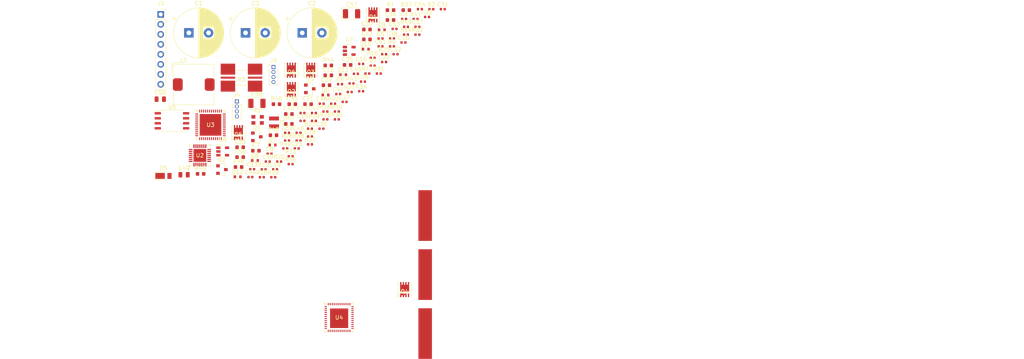
<source format=kicad_pcb>
(kicad_pcb (version 20171130) (host pcbnew 5.1.5-52549c5~84~ubuntu19.10.1)

  (general
    (thickness 1.6)
    (drawings 1)
    (tracks 0)
    (zones 0)
    (modules 121)
    (nets 90)
  )

  (page USLetter)
  (title_block
    (title "Project Title")
  )

  (layers
    (0 F.Cu signal)
    (31 B.Cu signal)
    (34 B.Paste user)
    (35 F.Paste user)
    (36 B.SilkS user)
    (37 F.SilkS user)
    (38 B.Mask user)
    (39 F.Mask user)
    (40 Dwgs.User user)
    (44 Edge.Cuts user)
    (46 B.CrtYd user)
    (47 F.CrtYd user)
    (48 B.Fab user)
    (49 F.Fab user)
  )

  (setup
    (last_trace_width 0.1524)
    (user_trace_width 0.1524)
    (user_trace_width 0.254)
    (user_trace_width 0.3302)
    (user_trace_width 0.508)
    (user_trace_width 0.762)
    (user_trace_width 1.27)
    (trace_clearance 0.1524)
    (zone_clearance 0.508)
    (zone_45_only no)
    (trace_min 0.1524)
    (via_size 0.6858)
    (via_drill 0.3302)
    (via_min_size 0.6858)
    (via_min_drill 0.3302)
    (user_via 0.6858 0.3302)
    (user_via 0.762 0.4064)
    (user_via 0.8636 0.508)
    (uvia_size 0.6858)
    (uvia_drill 0.3302)
    (uvias_allowed no)
    (uvia_min_size 0)
    (uvia_min_drill 0)
    (edge_width 0.1524)
    (segment_width 0.1524)
    (pcb_text_width 0.1524)
    (pcb_text_size 1.016 1.016)
    (mod_edge_width 0.1524)
    (mod_text_size 1.016 1.016)
    (mod_text_width 0.1524)
    (pad_size 1.524 1.524)
    (pad_drill 0.762)
    (pad_to_mask_clearance 0.0508)
    (solder_mask_min_width 0.1016)
    (pad_to_paste_clearance -0.0762)
    (aux_axis_origin 0 0)
    (visible_elements FFFEDF7D)
    (pcbplotparams
      (layerselection 0x310fc_80000001)
      (usegerberextensions true)
      (usegerberattributes false)
      (usegerberadvancedattributes false)
      (creategerberjobfile false)
      (excludeedgelayer true)
      (linewidth 0.100000)
      (plotframeref false)
      (viasonmask false)
      (mode 1)
      (useauxorigin false)
      (hpglpennumber 1)
      (hpglpenspeed 20)
      (hpglpendiameter 15.000000)
      (psnegative false)
      (psa4output false)
      (plotreference true)
      (plotvalue true)
      (plotinvisibletext false)
      (padsonsilk false)
      (subtractmaskfromsilk false)
      (outputformat 1)
      (mirror false)
      (drillshape 0)
      (scaleselection 1)
      (outputdirectory "gerbers"))
  )

  (net 0 "")
  (net 1 GND)
  (net 2 /VDRAIN)
  (net 3 "Net-(C4-Pad1)")
  (net 4 /FPGA_IO_3V3)
  (net 5 /FPGA_CORE_1V2)
  (net 6 /A_ADC)
  (net 7 /C_ADC)
  (net 8 "Net-(C20-Pad1)")
  (net 9 /B_ADC)
  (net 10 "Net-(C29-Pad1)")
  (net 11 "Net-(C32-Pad2)")
  (net 12 "Net-(C32-Pad1)")
  (net 13 "Net-(C33-Pad2)")
  (net 14 "Net-(C35-Pad1)")
  (net 15 "Net-(C43-Pad1)")
  (net 16 "Net-(C45-Pad1)")
  (net 17 "Net-(C46-Pad2)")
  (net 18 "Net-(C46-Pad1)")
  (net 19 "Net-(C49-Pad1)")
  (net 20 /VBUCK_5V0)
  (net 21 /FPGA_SCL)
  (net 22 /FPGA_SDA)
  (net 23 /IF_INT)
  (net 24 /IF_DIN)
  (net 25 /IF_SCK)
  (net 26 /IF_nCS)
  (net 27 /IF_DOUT)
  (net 28 /C)
  (net 29 /A)
  (net 30 /B)
  (net 31 "Net-(J3-Pad6)")
  (net 32 "Net-(J3-Pad5)")
  (net 33 "Net-(J3-Pad4)")
  (net 34 "Net-(J3-Pad3)")
  (net 35 "Net-(J3-Pad2)")
  (net 36 /DBG_RXD)
  (net 37 /DBG_TXD)
  (net 38 "Net-(L1-Pad2)")
  (net 39 /GHA)
  (net 40 /GLA)
  (net 41 /GHB)
  (net 42 /GLB)
  (net 43 /GHC)
  (net 44 /GLC)
  (net 45 /SOA)
  (net 46 /ADC_CNVSTN)
  (net 47 /SNA)
  (net 48 /SPA)
  (net 49 /ADC_SCK)
  (net 50 /ADC_CSN)
  (net 51 /ADC_DIN)
  (net 52 "Net-(R20-Pad2)")
  (net 53 /FLASH_SS)
  (net 54 /FLASH_SCK)
  (net 55 "Net-(R29-Pad1)")
  (net 56 /DRV_EN)
  (net 57 /DRV_SDO)
  (net 58 /DRV_nFAULT)
  (net 59 "Net-(R34-Pad1)")
  (net 60 /FB)
  (net 61 "Net-(R40-Pad2)")
  (net 62 "Net-(R41-Pad2)")
  (net 63 /ADC_EOCN)
  (net 64 /ADC_DOUT)
  (net 65 /DRV_nCS)
  (net 66 /INHA)
  (net 67 /INLA)
  (net 68 /INHB)
  (net 69 /INLB)
  (net 70 /INHC)
  (net 71 /INLC)
  (net 72 "Net-(U3-Pad32)")
  (net 73 "Net-(U3-Pad31)")
  (net 74 "Net-(U3-Pad28)")
  (net 75 "Net-(U3-Pad27)")
  (net 76 "Net-(U3-Pad26)")
  (net 77 "Net-(U3-Pad25)")
  (net 78 /ICE40_CLK_25MHZ)
  (net 79 /FLASH_SI)
  (net 80 /FLASH_SO)
  (net 81 /DRV_SDI)
  (net 82 /DRV_SCK)
  (net 83 "Net-(U4-Pad24)")
  (net 84 "Net-(U4-Pad23)")
  (net 85 "Net-(U4-Pad22)")
  (net 86 "Net-(U4-Pad21)")
  (net 87 "Net-(U4-Pad14)")
  (net 88 "Net-(U4-Pad13)")
  (net 89 "Net-(X1-Pad1)")

  (net_class Default "This is the default net class."
    (clearance 0.1524)
    (trace_width 0.1524)
    (via_dia 0.6858)
    (via_drill 0.3302)
    (uvia_dia 0.6858)
    (uvia_drill 0.3302)
    (add_net /A)
    (add_net /ADC_CNVSTN)
    (add_net /ADC_CSN)
    (add_net /ADC_DIN)
    (add_net /ADC_DOUT)
    (add_net /ADC_EOCN)
    (add_net /ADC_SCK)
    (add_net /A_ADC)
    (add_net /B)
    (add_net /B_ADC)
    (add_net /C)
    (add_net /C_ADC)
    (add_net /DBG_RXD)
    (add_net /DBG_TXD)
    (add_net /DRV_EN)
    (add_net /DRV_SCK)
    (add_net /DRV_SDI)
    (add_net /DRV_SDO)
    (add_net /DRV_nCS)
    (add_net /DRV_nFAULT)
    (add_net /FB)
    (add_net /FLASH_SCK)
    (add_net /FLASH_SI)
    (add_net /FLASH_SO)
    (add_net /FLASH_SS)
    (add_net /FPGA_CORE_1V2)
    (add_net /FPGA_IO_3V3)
    (add_net /FPGA_SCL)
    (add_net /FPGA_SDA)
    (add_net /GHA)
    (add_net /GHB)
    (add_net /GHC)
    (add_net /GLA)
    (add_net /GLB)
    (add_net /GLC)
    (add_net /ICE40_CLK_25MHZ)
    (add_net /IF_DIN)
    (add_net /IF_DOUT)
    (add_net /IF_INT)
    (add_net /IF_SCK)
    (add_net /IF_nCS)
    (add_net /INHA)
    (add_net /INHB)
    (add_net /INHC)
    (add_net /INLA)
    (add_net /INLB)
    (add_net /INLC)
    (add_net /SNA)
    (add_net /SOA)
    (add_net /SPA)
    (add_net /VBUCK_5V0)
    (add_net /VDRAIN)
    (add_net GND)
    (add_net "Net-(C20-Pad1)")
    (add_net "Net-(C29-Pad1)")
    (add_net "Net-(C32-Pad1)")
    (add_net "Net-(C32-Pad2)")
    (add_net "Net-(C33-Pad2)")
    (add_net "Net-(C35-Pad1)")
    (add_net "Net-(C4-Pad1)")
    (add_net "Net-(C43-Pad1)")
    (add_net "Net-(C45-Pad1)")
    (add_net "Net-(C46-Pad1)")
    (add_net "Net-(C46-Pad2)")
    (add_net "Net-(C49-Pad1)")
    (add_net "Net-(J3-Pad2)")
    (add_net "Net-(J3-Pad3)")
    (add_net "Net-(J3-Pad4)")
    (add_net "Net-(J3-Pad5)")
    (add_net "Net-(J3-Pad6)")
    (add_net "Net-(L1-Pad2)")
    (add_net "Net-(R20-Pad2)")
    (add_net "Net-(R29-Pad1)")
    (add_net "Net-(R34-Pad1)")
    (add_net "Net-(R40-Pad2)")
    (add_net "Net-(R41-Pad2)")
    (add_net "Net-(U3-Pad25)")
    (add_net "Net-(U3-Pad26)")
    (add_net "Net-(U3-Pad27)")
    (add_net "Net-(U3-Pad28)")
    (add_net "Net-(U3-Pad31)")
    (add_net "Net-(U3-Pad32)")
    (add_net "Net-(U4-Pad13)")
    (add_net "Net-(U4-Pad14)")
    (add_net "Net-(U4-Pad21)")
    (add_net "Net-(U4-Pad22)")
    (add_net "Net-(U4-Pad23)")
    (add_net "Net-(U4-Pad24)")
    (add_net "Net-(X1-Pad1)")
  )

  (module Oscillator:Oscillator_SMD_EuroQuartz_XO32-4Pin_3.2x2.5mm (layer F.Cu) (tedit 58CD3344) (tstamp 5DE3F901)
    (at 61.847918 86.11)
    (descr "Miniature Crystal Clock Oscillator EuroQuartz XO32 series, http://cdn-reichelt.de/documents/datenblatt/B400/XO32.pdf, 3.2x2.5mm^2 package")
    (tags "SMD SMT crystal oscillator")
    (path /6138DA17)
    (attr smd)
    (fp_text reference X1 (at 0 -2.45) (layer F.SilkS)
      (effects (font (size 1 1) (thickness 0.15)))
    )
    (fp_text value ECS-3225MV-250-BN-TR (at 0 2.45) (layer F.Fab)
      (effects (font (size 1 1) (thickness 0.15)))
    )
    (fp_circle (center 0 0) (end 0.058333 0) (layer F.Adhes) (width 0.116667))
    (fp_circle (center 0 0) (end 0.133333 0) (layer F.Adhes) (width 0.083333))
    (fp_circle (center 0 0) (end 0.208333 0) (layer F.Adhes) (width 0.083333))
    (fp_circle (center 0 0) (end 0.25 0) (layer F.Adhes) (width 0.1))
    (fp_line (start 1.9 -1.5) (end -1.9 -1.5) (layer F.CrtYd) (width 0.05))
    (fp_line (start 1.9 1.5) (end 1.9 -1.5) (layer F.CrtYd) (width 0.05))
    (fp_line (start -1.9 1.5) (end 1.9 1.5) (layer F.CrtYd) (width 0.05))
    (fp_line (start -1.9 -1.5) (end -1.9 1.5) (layer F.CrtYd) (width 0.05))
    (fp_line (start -1.6 0.25) (end -0.6 1.25) (layer F.Fab) (width 0.1))
    (fp_line (start -1.6 -1.15) (end -1.5 -1.25) (layer F.Fab) (width 0.1))
    (fp_line (start -1.6 1.15) (end -1.6 -1.15) (layer F.Fab) (width 0.1))
    (fp_line (start -1.5 1.25) (end -1.6 1.15) (layer F.Fab) (width 0.1))
    (fp_line (start 1.5 1.25) (end -1.5 1.25) (layer F.Fab) (width 0.1))
    (fp_line (start 1.6 1.15) (end 1.5 1.25) (layer F.Fab) (width 0.1))
    (fp_line (start 1.6 -1.15) (end 1.6 1.15) (layer F.Fab) (width 0.1))
    (fp_line (start 1.5 -1.25) (end 1.6 -1.15) (layer F.Fab) (width 0.1))
    (fp_line (start -1.5 -1.25) (end 1.5 -1.25) (layer F.Fab) (width 0.1))
    (fp_text user %R (at 0 0) (layer F.Fab)
      (effects (font (size 0.7 0.7) (thickness 0.105)))
    )
    (pad 4 smd rect (at -1.075 -0.775) (size 1 0.9) (layers F.Cu F.Paste F.Mask)
      (net 4 /FPGA_IO_3V3))
    (pad 3 smd rect (at 1.075 -0.775) (size 1 0.9) (layers F.Cu F.Paste F.Mask)
      (net 78 /ICE40_CLK_25MHZ))
    (pad 2 smd rect (at 1.075 0.775) (size 1 0.9) (layers F.Cu F.Paste F.Mask)
      (net 1 GND))
    (pad 1 smd rect (at -1.075 0.775) (size 1 0.9) (layers F.Cu F.Paste F.Mask)
      (net 89 "Net-(X1-Pad1)"))
    (model ${KISYS3DMOD}/Oscillator.3dshapes/Oscillator_SMD_EuroQuartz_XO32-4Pin_3.2x2.5mm.wrl
      (at (xyz 0 0 0))
      (scale (xyz 1 1 1))
      (rotate (xyz 0 0 0))
    )
  )

  (module Package_TO_SOT_SMD:SOT-23-5 (layer F.Cu) (tedit 5A02FF57) (tstamp 5DE3F8E7)
    (at 85.127918 68.56)
    (descr "5-pin SOT23 package")
    (tags SOT-23-5)
    (path /60A063D7)
    (attr smd)
    (fp_text reference U7 (at 0 -2.9) (layer F.SilkS)
      (effects (font (size 1 1) (thickness 0.15)))
    )
    (fp_text value RP111N331D-TR-FE (at 0 2.9) (layer F.Fab)
      (effects (font (size 1 1) (thickness 0.15)))
    )
    (fp_line (start 0.9 -1.55) (end 0.9 1.55) (layer F.Fab) (width 0.1))
    (fp_line (start 0.9 1.55) (end -0.9 1.55) (layer F.Fab) (width 0.1))
    (fp_line (start -0.9 -0.9) (end -0.9 1.55) (layer F.Fab) (width 0.1))
    (fp_line (start 0.9 -1.55) (end -0.25 -1.55) (layer F.Fab) (width 0.1))
    (fp_line (start -0.9 -0.9) (end -0.25 -1.55) (layer F.Fab) (width 0.1))
    (fp_line (start -1.9 1.8) (end -1.9 -1.8) (layer F.CrtYd) (width 0.05))
    (fp_line (start 1.9 1.8) (end -1.9 1.8) (layer F.CrtYd) (width 0.05))
    (fp_line (start 1.9 -1.8) (end 1.9 1.8) (layer F.CrtYd) (width 0.05))
    (fp_line (start -1.9 -1.8) (end 1.9 -1.8) (layer F.CrtYd) (width 0.05))
    (fp_line (start 0.9 -1.61) (end -1.55 -1.61) (layer F.SilkS) (width 0.12))
    (fp_line (start -0.9 1.61) (end 0.9 1.61) (layer F.SilkS) (width 0.12))
    (fp_text user %R (at 0 0 90) (layer F.Fab)
      (effects (font (size 0.5 0.5) (thickness 0.075)))
    )
    (pad 5 smd rect (at 1.1 -0.95) (size 1.06 0.65) (layers F.Cu F.Paste F.Mask)
      (net 4 /FPGA_IO_3V3))
    (pad 4 smd rect (at 1.1 0.95) (size 1.06 0.65) (layers F.Cu F.Paste F.Mask)
      (net 4 /FPGA_IO_3V3))
    (pad 3 smd rect (at -1.1 0.95) (size 1.06 0.65) (layers F.Cu F.Paste F.Mask)
      (net 5 /FPGA_CORE_1V2))
    (pad 2 smd rect (at -1.1 0) (size 1.06 0.65) (layers F.Cu F.Paste F.Mask)
      (net 1 GND))
    (pad 1 smd rect (at -1.1 -0.95) (size 1.06 0.65) (layers F.Cu F.Paste F.Mask)
      (net 20 /VBUCK_5V0))
    (model ${KISYS3DMOD}/Package_TO_SOT_SMD.3dshapes/SOT-23-5.wrl
      (at (xyz 0 0 0))
      (scale (xyz 1 1 1))
      (rotate (xyz 0 0 0))
    )
  )

  (module Package_TO_SOT_SMD:SOT-23-5 (layer F.Cu) (tedit 5A02FF57) (tstamp 5DE3F8D2)
    (at 52.977918 94.13)
    (descr "5-pin SOT23 package")
    (tags SOT-23-5)
    (path /608AF23E)
    (attr smd)
    (fp_text reference U6 (at 0 -2.9) (layer F.SilkS)
      (effects (font (size 1 1) (thickness 0.15)))
    )
    (fp_text value RP111N121D-TR-FE (at 0 2.9) (layer F.Fab)
      (effects (font (size 1 1) (thickness 0.15)))
    )
    (fp_line (start 0.9 -1.55) (end 0.9 1.55) (layer F.Fab) (width 0.1))
    (fp_line (start 0.9 1.55) (end -0.9 1.55) (layer F.Fab) (width 0.1))
    (fp_line (start -0.9 -0.9) (end -0.9 1.55) (layer F.Fab) (width 0.1))
    (fp_line (start 0.9 -1.55) (end -0.25 -1.55) (layer F.Fab) (width 0.1))
    (fp_line (start -0.9 -0.9) (end -0.25 -1.55) (layer F.Fab) (width 0.1))
    (fp_line (start -1.9 1.8) (end -1.9 -1.8) (layer F.CrtYd) (width 0.05))
    (fp_line (start 1.9 1.8) (end -1.9 1.8) (layer F.CrtYd) (width 0.05))
    (fp_line (start 1.9 -1.8) (end 1.9 1.8) (layer F.CrtYd) (width 0.05))
    (fp_line (start -1.9 -1.8) (end 1.9 -1.8) (layer F.CrtYd) (width 0.05))
    (fp_line (start 0.9 -1.61) (end -1.55 -1.61) (layer F.SilkS) (width 0.12))
    (fp_line (start -0.9 1.61) (end 0.9 1.61) (layer F.SilkS) (width 0.12))
    (fp_text user %R (at 0 0 90) (layer F.Fab)
      (effects (font (size 0.5 0.5) (thickness 0.075)))
    )
    (pad 5 smd rect (at 1.1 -0.95) (size 1.06 0.65) (layers F.Cu F.Paste F.Mask)
      (net 5 /FPGA_CORE_1V2))
    (pad 4 smd rect (at 1.1 0.95) (size 1.06 0.65) (layers F.Cu F.Paste F.Mask)
      (net 5 /FPGA_CORE_1V2))
    (pad 3 smd rect (at -1.1 0.95) (size 1.06 0.65) (layers F.Cu F.Paste F.Mask)
      (net 20 /VBUCK_5V0))
    (pad 2 smd rect (at -1.1 0) (size 1.06 0.65) (layers F.Cu F.Paste F.Mask)
      (net 1 GND))
    (pad 1 smd rect (at -1.1 -0.95) (size 1.06 0.65) (layers F.Cu F.Paste F.Mask)
      (net 20 /VBUCK_5V0))
    (model ${KISYS3DMOD}/Package_TO_SOT_SMD.3dshapes/SOT-23-5.wrl
      (at (xyz 0 0 0))
      (scale (xyz 1 1 1))
      (rotate (xyz 0 0 0))
    )
  )

  (module Package_SO:SOIC-8_5.23x5.23mm_P1.27mm (layer F.Cu) (tedit 5D9F72B1) (tstamp 5DE3F8BD)
    (at 40.077918 86.33)
    (descr "SOIC, 8 Pin (http://www.winbond.com/resource-files/w25q32jv%20revg%2003272018%20plus.pdf#page=68), generated with kicad-footprint-generator ipc_gullwing_generator.py")
    (tags "SOIC SO")
    (path /6168A299)
    (attr smd)
    (fp_text reference U5 (at 0 -3.56) (layer F.SilkS)
      (effects (font (size 1 1) (thickness 0.15)))
    )
    (fp_text value W25X40CLSNIG (at 0 3.56) (layer F.Fab)
      (effects (font (size 1 1) (thickness 0.15)))
    )
    (fp_text user %R (at 0 0) (layer F.Fab)
      (effects (font (size 1 1) (thickness 0.15)))
    )
    (fp_line (start 4.65 -2.86) (end -4.65 -2.86) (layer F.CrtYd) (width 0.05))
    (fp_line (start 4.65 2.86) (end 4.65 -2.86) (layer F.CrtYd) (width 0.05))
    (fp_line (start -4.65 2.86) (end 4.65 2.86) (layer F.CrtYd) (width 0.05))
    (fp_line (start -4.65 -2.86) (end -4.65 2.86) (layer F.CrtYd) (width 0.05))
    (fp_line (start -2.615 -1.615) (end -1.615 -2.615) (layer F.Fab) (width 0.1))
    (fp_line (start -2.615 2.615) (end -2.615 -1.615) (layer F.Fab) (width 0.1))
    (fp_line (start 2.615 2.615) (end -2.615 2.615) (layer F.Fab) (width 0.1))
    (fp_line (start 2.615 -2.615) (end 2.615 2.615) (layer F.Fab) (width 0.1))
    (fp_line (start -1.615 -2.615) (end 2.615 -2.615) (layer F.Fab) (width 0.1))
    (fp_line (start -2.725 -2.465) (end -4.4 -2.465) (layer F.SilkS) (width 0.12))
    (fp_line (start -2.725 -2.725) (end -2.725 -2.465) (layer F.SilkS) (width 0.12))
    (fp_line (start 0 -2.725) (end -2.725 -2.725) (layer F.SilkS) (width 0.12))
    (fp_line (start 2.725 -2.725) (end 2.725 -2.465) (layer F.SilkS) (width 0.12))
    (fp_line (start 0 -2.725) (end 2.725 -2.725) (layer F.SilkS) (width 0.12))
    (fp_line (start -2.725 2.725) (end -2.725 2.465) (layer F.SilkS) (width 0.12))
    (fp_line (start 0 2.725) (end -2.725 2.725) (layer F.SilkS) (width 0.12))
    (fp_line (start 2.725 2.725) (end 2.725 2.465) (layer F.SilkS) (width 0.12))
    (fp_line (start 0 2.725) (end 2.725 2.725) (layer F.SilkS) (width 0.12))
    (pad 8 smd roundrect (at 3.6 -1.905) (size 1.6 0.6) (layers F.Cu F.Paste F.Mask) (roundrect_rratio 0.25)
      (net 4 /FPGA_IO_3V3))
    (pad 7 smd roundrect (at 3.6 -0.635) (size 1.6 0.6) (layers F.Cu F.Paste F.Mask) (roundrect_rratio 0.25)
      (net 62 "Net-(R41-Pad2)"))
    (pad 6 smd roundrect (at 3.6 0.635) (size 1.6 0.6) (layers F.Cu F.Paste F.Mask) (roundrect_rratio 0.25)
      (net 54 /FLASH_SCK))
    (pad 5 smd roundrect (at 3.6 1.905) (size 1.6 0.6) (layers F.Cu F.Paste F.Mask) (roundrect_rratio 0.25)
      (net 79 /FLASH_SI))
    (pad 4 smd roundrect (at -3.6 1.905) (size 1.6 0.6) (layers F.Cu F.Paste F.Mask) (roundrect_rratio 0.25)
      (net 1 GND))
    (pad 3 smd roundrect (at -3.6 0.635) (size 1.6 0.6) (layers F.Cu F.Paste F.Mask) (roundrect_rratio 0.25)
      (net 61 "Net-(R40-Pad2)"))
    (pad 2 smd roundrect (at -3.6 -0.635) (size 1.6 0.6) (layers F.Cu F.Paste F.Mask) (roundrect_rratio 0.25)
      (net 80 /FLASH_SO))
    (pad 1 smd roundrect (at -3.6 -1.905) (size 1.6 0.6) (layers F.Cu F.Paste F.Mask) (roundrect_rratio 0.25)
      (net 53 /FLASH_SS))
    (model ${KISYS3DMOD}/Package_SO.3dshapes/SOIC-8_5.23x5.23mm_P1.27mm.wrl
      (at (xyz 0 0 0))
      (scale (xyz 1 1 1))
      (rotate (xyz 0 0 0))
    )
  )

  (module bldc-parts:TI_RGZ-48 (layer F.Cu) (tedit 5DE3454F) (tstamp 5DE3F89E)
    (at 82.56 136.32)
    (path /5DCD5043)
    (fp_text reference U4 (at 0 0) (layer F.SilkS)
      (effects (font (size 1 1) (thickness 0.15)))
    )
    (fp_text value DRV8353RSRGZ (at 0 -0.5) (layer F.Fab) hide
      (effects (font (size 1 1) (thickness 0.15)))
    )
    (fp_line (start -3.85 -3.02) (end -3.8 -3.02) (layer F.CrtYd) (width 0.15))
    (fp_line (start -3.85 3.02) (end -3.85 -3.02) (layer F.CrtYd) (width 0.15))
    (fp_line (start -3.8 3.02) (end -3.85 3.02) (layer F.CrtYd) (width 0.15))
    (fp_line (start -3.8 3.8) (end -3.8 3.02) (layer F.CrtYd) (width 0.15))
    (fp_line (start 3.8 3.8) (end -3.8 3.8) (layer F.CrtYd) (width 0.15))
    (fp_line (start 3.8 3.02) (end 3.8 3.8) (layer F.CrtYd) (width 0.15))
    (fp_line (start 3.85 3.02) (end 3.8 3.02) (layer F.CrtYd) (width 0.15))
    (fp_line (start 3.85 -3.02) (end 3.85 3.02) (layer F.CrtYd) (width 0.15))
    (fp_line (start 3.8 -3.02) (end 3.85 -3.02) (layer F.CrtYd) (width 0.15))
    (fp_line (start 3.8 -3.8) (end 3.8 -3.02) (layer F.CrtYd) (width 0.15))
    (fp_line (start -3.8 -3.8) (end 3.8 -3.8) (layer F.CrtYd) (width 0.15))
    (fp_line (start -3.8 -3.02) (end -3.8 -3.8) (layer F.CrtYd) (width 0.15))
    (fp_line (start -3.55 -3.25) (end -3.55 3.55) (layer F.Fab) (width 0.15))
    (fp_line (start -3.55 3.55) (end 3.55 3.55) (layer F.Fab) (width 0.15))
    (fp_line (start 3.55 3.55) (end 3.55 -3.55) (layer F.Fab) (width 0.15))
    (fp_line (start 3.55 -3.55) (end -3.25 -3.55) (layer F.Fab) (width 0.15))
    (fp_line (start -3.25 -3.55) (end -3.55 -3.25) (layer F.Fab) (width 0.15))
    (fp_circle (center -3.7 -3.7) (end -3.7 -3.85) (layer F.SilkS) (width 0.15))
    (fp_line (start 3.7 -3.7) (end 3.07 -3.7) (layer F.SilkS) (width 0.15))
    (fp_line (start 3.7 -3.07) (end 3.7 -3.7) (layer F.SilkS) (width 0.15))
    (fp_line (start 3.7 3.7) (end 3.7 3.07) (layer F.SilkS) (width 0.15))
    (fp_line (start 3.07 3.7) (end 3.7 3.7) (layer F.SilkS) (width 0.15))
    (fp_line (start -3.07 3.7) (end -3.7 3.7) (layer F.SilkS) (width 0.15))
    (fp_line (start -3.7 3.7) (end -3.7 3.07) (layer F.SilkS) (width 0.15))
    (fp_line (start -3.7 -3.07) (end -3.07 -3.7) (layer F.SilkS) (width 0.15))
    (fp_text user %R (at 0 0) (layer F.Fab)
      (effects (font (size 1 1) (thickness 0.15)))
    )
    (pad 0 smd rect (at -1.48 -1.382) (size 1.28 1.37) (layers F.Paste)
      (net 1 GND))
    (pad 0 smd rect (at -1.48 1.758) (size 1.28 1.37) (layers F.Paste)
      (net 1 GND))
    (pad 0 smd rect (at -1.48 0.188) (size 1.28 1.37) (layers F.Paste)
      (net 1 GND))
    (pad 0 smd rect (at 1.48 -1.382) (size 1.28 1.37) (layers F.Paste)
      (net 1 GND))
    (pad 0 smd rect (at 0 -1.382) (size 1.28 1.37) (layers F.Paste)
      (net 1 GND))
    (pad 0 smd rect (at 0 1.758) (size 1.28 1.37) (layers F.Paste)
      (net 1 GND))
    (pad 0 smd rect (at 1.48 1.758) (size 1.28 1.37) (layers F.Paste)
      (net 1 GND))
    (pad 0 smd rect (at 1.48 0.188) (size 1.28 1.37) (layers F.Paste)
      (net 1 GND))
    (pad 0 smd rect (at 0 0.188) (size 1.28 1.37) (layers F.Paste)
      (net 1 GND))
    (pad 0 smd roundrect (at 0 0.188) (size 4.6 4.975) (layers F.Cu F.Mask) (roundrect_rratio 0.011)
      (net 1 GND) (solder_mask_margin 0.1))
    (pad 48 smd roundrect (at -2.75 -3.4) (size 0.24 0.6) (layers F.Cu F.Paste F.Mask) (roundrect_rratio 0.2083333333333333)
      (net 60 /FB) (solder_mask_margin 0.1))
    (pad 47 smd roundrect (at -2.25 -3.4) (size 0.24 0.6) (layers F.Cu F.Paste F.Mask) (roundrect_rratio 0.2083333333333333)
      (net 59 "Net-(R34-Pad1)") (solder_mask_margin 0.1))
    (pad 46 smd roundrect (at -1.75 -3.4) (size 0.24 0.6) (layers F.Cu F.Paste F.Mask) (roundrect_rratio 0.2083333333333333)
      (net 55 "Net-(R29-Pad1)") (solder_mask_margin 0.1))
    (pad 45 smd roundrect (at -1.25 -3.4) (size 0.24 0.6) (layers F.Cu F.Paste F.Mask) (roundrect_rratio 0.2083333333333333)
      (net 18 "Net-(C46-Pad1)") (solder_mask_margin 0.1))
    (pad 44 smd roundrect (at -0.75 -3.4) (size 0.24 0.6) (layers F.Cu F.Paste F.Mask) (roundrect_rratio 0.2083333333333333)
      (net 15 "Net-(C43-Pad1)") (solder_mask_margin 0.1))
    (pad 43 smd roundrect (at -0.25 -3.4) (size 0.24 0.6) (layers F.Cu F.Paste F.Mask) (roundrect_rratio 0.2083333333333333)
      (net 2 /VDRAIN) (solder_mask_margin 0.1))
    (pad 42 smd roundrect (at 0.25 -3.4) (size 0.24 0.6) (layers F.Cu F.Paste F.Mask) (roundrect_rratio 0.2083333333333333)
      (net 17 "Net-(C46-Pad2)") (solder_mask_margin 0.1))
    (pad 41 smd roundrect (at 0.75 -3.4) (size 0.24 0.6) (layers F.Cu F.Paste F.Mask) (roundrect_rratio 0.2083333333333333)
      (net 1 GND) (solder_mask_margin 0.1))
    (pad 40 smd roundrect (at 1.25 -3.4) (size 0.24 0.6) (layers F.Cu F.Paste F.Mask) (roundrect_rratio 0.2083333333333333)
      (net 16 "Net-(C45-Pad1)") (solder_mask_margin 0.1))
    (pad 39 smd roundrect (at 1.75 -3.4) (size 0.24 0.6) (layers F.Cu F.Paste F.Mask) (roundrect_rratio 0.2083333333333333)
      (net 71 /INLC) (solder_mask_margin 0.1))
    (pad 38 smd roundrect (at 2.25 -3.4) (size 0.24 0.6) (layers F.Cu F.Paste F.Mask) (roundrect_rratio 0.2083333333333333)
      (net 70 /INHC) (solder_mask_margin 0.1))
    (pad 37 smd roundrect (at 2.75 -3.4) (size 0.24 0.6) (layers F.Cu F.Paste F.Mask) (roundrect_rratio 0.2083333333333333)
      (net 69 /INLB) (solder_mask_margin 0.1))
    (pad 36 smd roundrect (at 3.4 -2.75) (size 0.6 0.24) (layers F.Cu F.Paste F.Mask) (roundrect_rratio 0.2083333333333333)
      (net 68 /INHB) (solder_mask_margin 0.1))
    (pad 35 smd roundrect (at 3.4 -2.25) (size 0.6 0.24) (layers F.Cu F.Paste F.Mask) (roundrect_rratio 0.2083333333333333)
      (net 67 /INLA) (solder_mask_margin 0.1))
    (pad 34 smd roundrect (at 3.4 -1.75) (size 0.6 0.24) (layers F.Cu F.Paste F.Mask) (roundrect_rratio 0.2083333333333333)
      (net 66 /INHA) (solder_mask_margin 0.1))
    (pad 33 smd roundrect (at 3.4 -1.25) (size 0.6 0.24) (layers F.Cu F.Paste F.Mask) (roundrect_rratio 0.2083333333333333)
      (net 56 /DRV_EN) (solder_mask_margin 0.1))
    (pad 32 smd roundrect (at 3.4 -0.75) (size 0.6 0.24) (layers F.Cu F.Paste F.Mask) (roundrect_rratio 0.2083333333333333)
      (net 65 /DRV_nCS) (solder_mask_margin 0.1))
    (pad 31 smd roundrect (at 3.4 -0.25) (size 0.6 0.24) (layers F.Cu F.Paste F.Mask) (roundrect_rratio 0.2083333333333333)
      (net 82 /DRV_SCK) (solder_mask_margin 0.1))
    (pad 30 smd roundrect (at 3.4 0.25) (size 0.6 0.24) (layers F.Cu F.Paste F.Mask) (roundrect_rratio 0.2083333333333333)
      (net 81 /DRV_SDI) (solder_mask_margin 0.1))
    (pad 29 smd roundrect (at 3.4 0.75) (size 0.6 0.24) (layers F.Cu F.Paste F.Mask) (roundrect_rratio 0.2083333333333333)
      (net 57 /DRV_SDO) (solder_mask_margin 0.1))
    (pad 28 smd roundrect (at 3.4 1.25) (size 0.6 0.24) (layers F.Cu F.Paste F.Mask) (roundrect_rratio 0.2083333333333333)
      (net 58 /DRV_nFAULT) (solder_mask_margin 0.1))
    (pad 27 smd roundrect (at 3.4 1.75) (size 0.6 0.24) (layers F.Cu F.Paste F.Mask) (roundrect_rratio 0.2083333333333333)
      (net 1 GND) (solder_mask_margin 0.1))
    (pad 26 smd roundrect (at 3.4 2.25) (size 0.6 0.24) (layers F.Cu F.Paste F.Mask) (roundrect_rratio 0.2083333333333333)
      (net 4 /FPGA_IO_3V3) (solder_mask_margin 0.1))
    (pad 25 smd roundrect (at 3.4 2.75) (size 0.6 0.24) (layers F.Cu F.Paste F.Mask) (roundrect_rratio 0.2083333333333333)
      (net 45 /SOA) (solder_mask_margin 0.1))
    (pad 24 smd roundrect (at 2.75 3.4) (size 0.24 0.6) (layers F.Cu F.Paste F.Mask) (roundrect_rratio 0.2083333333333333)
      (net 83 "Net-(U4-Pad24)") (solder_mask_margin 0.1))
    (pad 23 smd roundrect (at 2.25 3.4) (size 0.24 0.6) (layers F.Cu F.Paste F.Mask) (roundrect_rratio 0.2083333333333333)
      (net 84 "Net-(U4-Pad23)") (solder_mask_margin 0.1))
    (pad 22 smd roundrect (at 1.75 3.4) (size 0.24 0.6) (layers F.Cu F.Paste F.Mask) (roundrect_rratio 0.2083333333333333)
      (net 85 "Net-(U4-Pad22)") (solder_mask_margin 0.1))
    (pad 21 smd roundrect (at 1.25 3.4) (size 0.24 0.6) (layers F.Cu F.Paste F.Mask) (roundrect_rratio 0.2083333333333333)
      (net 86 "Net-(U4-Pad21)") (solder_mask_margin 0.1))
    (pad 20 smd roundrect (at 0.75 3.4) (size 0.24 0.6) (layers F.Cu F.Paste F.Mask) (roundrect_rratio 0.2083333333333333)
      (net 44 /GLC) (solder_mask_margin 0.1))
    (pad 19 smd roundrect (at 0.25 3.4) (size 0.24 0.6) (layers F.Cu F.Paste F.Mask) (roundrect_rratio 0.2083333333333333)
      (net 28 /C) (solder_mask_margin 0.1))
    (pad 18 smd roundrect (at -0.25 3.4) (size 0.24 0.6) (layers F.Cu F.Paste F.Mask) (roundrect_rratio 0.2083333333333333)
      (net 43 /GHC) (solder_mask_margin 0.1))
    (pad 17 smd roundrect (at -0.75 3.4) (size 0.24 0.6) (layers F.Cu F.Paste F.Mask) (roundrect_rratio 0.2083333333333333)
      (net 41 /GHB) (solder_mask_margin 0.1))
    (pad 16 smd roundrect (at -1.25 3.4) (size 0.24 0.6) (layers F.Cu F.Paste F.Mask) (roundrect_rratio 0.2083333333333333)
      (net 30 /B) (solder_mask_margin 0.1))
    (pad 15 smd roundrect (at -1.75 3.4) (size 0.24 0.6) (layers F.Cu F.Paste F.Mask) (roundrect_rratio 0.2083333333333333)
      (net 42 /GLB) (solder_mask_margin 0.1))
    (pad 14 smd roundrect (at -2.25 3.4) (size 0.24 0.6) (layers F.Cu F.Paste F.Mask) (roundrect_rratio 0.2083333333333333)
      (net 87 "Net-(U4-Pad14)") (solder_mask_margin 0.1))
    (pad 13 smd roundrect (at -2.75 3.4) (size 0.24 0.6) (layers F.Cu F.Paste F.Mask) (roundrect_rratio 0.2083333333333333)
      (net 88 "Net-(U4-Pad13)") (solder_mask_margin 0.1))
    (pad 12 smd roundrect (at -3.4 2.75) (size 0.6 0.24) (layers F.Cu F.Paste F.Mask) (roundrect_rratio 0.2083333333333333)
      (net 47 /SNA) (solder_mask_margin 0.1))
    (pad 11 smd roundrect (at -3.4 2.25) (size 0.6 0.24) (layers F.Cu F.Paste F.Mask) (roundrect_rratio 0.2083333333333333)
      (net 48 /SPA) (solder_mask_margin 0.1))
    (pad 10 smd roundrect (at -3.4 1.75) (size 0.6 0.24) (layers F.Cu F.Paste F.Mask) (roundrect_rratio 0.2083333333333333)
      (net 40 /GLA) (solder_mask_margin 0.1))
    (pad 9 smd roundrect (at -3.4 1.25) (size 0.6 0.24) (layers F.Cu F.Paste F.Mask) (roundrect_rratio 0.2083333333333333)
      (net 29 /A) (solder_mask_margin 0.1))
    (pad 8 smd roundrect (at -3.4 0.75) (size 0.6 0.24) (layers F.Cu F.Paste F.Mask) (roundrect_rratio 0.2083333333333333)
      (net 39 /GHA) (solder_mask_margin 0.1))
    (pad 7 smd roundrect (at -3.4 0.25) (size 0.6 0.24) (layers F.Cu F.Paste F.Mask) (roundrect_rratio 0.2083333333333333)
      (net 13 "Net-(C33-Pad2)") (solder_mask_margin 0.1))
    (pad 6 smd roundrect (at -3.4 -0.25) (size 0.6 0.24) (layers F.Cu F.Paste F.Mask) (roundrect_rratio 0.2083333333333333)
      (net 2 /VDRAIN) (solder_mask_margin 0.1))
    (pad 5 smd roundrect (at -3.4 -0.75) (size 0.6 0.24) (layers F.Cu F.Paste F.Mask) (roundrect_rratio 0.2083333333333333)
      (net 2 /VDRAIN) (solder_mask_margin 0.1))
    (pad 4 smd roundrect (at -3.4 -1.25) (size 0.6 0.24) (layers F.Cu F.Paste F.Mask) (roundrect_rratio 0.2083333333333333)
      (net 12 "Net-(C32-Pad1)") (solder_mask_margin 0.1))
    (pad 3 smd roundrect (at -3.4 -1.75) (size 0.6 0.24) (layers F.Cu F.Paste F.Mask) (roundrect_rratio 0.2083333333333333)
      (net 11 "Net-(C32-Pad2)") (solder_mask_margin 0.1))
    (pad 2 smd roundrect (at -3.4 -2.25) (size 0.6 0.24) (layers F.Cu F.Paste F.Mask) (roundrect_rratio 0.2083333333333333)
      (net 10 "Net-(C29-Pad1)") (solder_mask_margin 0.1))
    (pad 1 smd roundrect (at -3.4 -2.75) (size 0.6 0.24) (layers F.Cu F.Paste F.Mask) (roundrect_rratio 0.2083333333333333)
      (net 1 GND) (solder_mask_margin 0.1))
  )

  (module bldc-parts:Lattice_QFN-48UP (layer F.Cu) (tedit 5DE35271) (tstamp 5DE3F846)
    (at 49.877918 87.37)
    (path /5DCF9670)
    (fp_text reference U3 (at 0 0) (layer F.SilkS)
      (effects (font (size 1 1) (thickness 0.15)))
    )
    (fp_text value ICE40UP5K-SG48 (at 0 -0.5) (layer F.Fab) hide
      (effects (font (size 1 1) (thickness 0.15)))
    )
    (fp_line (start -4.05 -3.02) (end -3.8 -3.02) (layer F.CrtYd) (width 0.15))
    (fp_line (start -4.05 3.02) (end -4.05 -3.02) (layer F.CrtYd) (width 0.15))
    (fp_line (start -3.8 3.02) (end -4.05 3.02) (layer F.CrtYd) (width 0.15))
    (fp_line (start -3.8 3.8) (end -3.8 3.02) (layer F.CrtYd) (width 0.15))
    (fp_line (start 3.8 3.8) (end -3.8 3.8) (layer F.CrtYd) (width 0.15))
    (fp_line (start 3.8 3.02) (end 3.8 3.8) (layer F.CrtYd) (width 0.15))
    (fp_line (start 4.05 3.02) (end 3.8 3.02) (layer F.CrtYd) (width 0.15))
    (fp_line (start 4.05 -3.02) (end 4.05 3.02) (layer F.CrtYd) (width 0.15))
    (fp_line (start 3.8 -3.02) (end 4.05 -3.02) (layer F.CrtYd) (width 0.15))
    (fp_line (start 3.8 -3.8) (end 3.8 -3.02) (layer F.CrtYd) (width 0.15))
    (fp_line (start -3.8 -3.8) (end 3.8 -3.8) (layer F.CrtYd) (width 0.15))
    (fp_line (start -3.8 -3.02) (end -3.8 -3.8) (layer F.CrtYd) (width 0.15))
    (fp_line (start -3.55 -3.25) (end -3.55 3.55) (layer F.Fab) (width 0.15))
    (fp_line (start -3.55 3.55) (end 3.55 3.55) (layer F.Fab) (width 0.15))
    (fp_line (start 3.55 3.55) (end 3.55 -3.55) (layer F.Fab) (width 0.15))
    (fp_line (start 3.55 -3.55) (end -3.25 -3.55) (layer F.Fab) (width 0.15))
    (fp_line (start -3.25 -3.55) (end -3.55 -3.25) (layer F.Fab) (width 0.15))
    (fp_circle (center -3.7 -3.7) (end -3.7 -3.85) (layer F.SilkS) (width 0.15))
    (fp_line (start 3.7 -3.7) (end 3.07 -3.7) (layer F.SilkS) (width 0.15))
    (fp_line (start 3.7 -3.07) (end 3.7 -3.7) (layer F.SilkS) (width 0.15))
    (fp_line (start 3.7 3.7) (end 3.7 3.07) (layer F.SilkS) (width 0.15))
    (fp_line (start 3.07 3.7) (end 3.7 3.7) (layer F.SilkS) (width 0.15))
    (fp_line (start -3.07 3.7) (end -3.7 3.7) (layer F.SilkS) (width 0.15))
    (fp_line (start -3.7 3.7) (end -3.7 3.07) (layer F.SilkS) (width 0.15))
    (fp_line (start -3.7 -3.07) (end -3.07 -3.7) (layer F.SilkS) (width 0.15))
    (fp_text user %R (at 0 0) (layer F.Fab)
      (effects (font (size 1 1) (thickness 0.15)))
    )
    (pad 0 smd rect (at 1.4 1.4) (size 2.5 2.5) (layers F.Paste)
      (net 1 GND) (solder_mask_margin 0.07))
    (pad 0 smd rect (at -1.4 1.4) (size 2.5 2.5) (layers F.Paste)
      (net 1 GND) (solder_mask_margin 0.07))
    (pad 0 smd rect (at -1.4 -1.4) (size 2.5 2.5) (layers F.Paste)
      (net 1 GND) (solder_mask_margin 0.07))
    (pad 0 smd rect (at 1.4 -1.4) (size 2.5 2.5) (layers F.Paste)
      (net 1 GND) (solder_mask_margin 0.07))
    (pad 0 smd rect (at 0 0) (size 5.5 5.5) (layers F.Cu F.Mask)
      (net 1 GND) (solder_mask_margin 0.07))
    (pad 48 smd roundrect (at -2.75 -3.5) (size 0.24 0.8) (layers F.Cu F.Paste F.Mask) (roundrect_rratio 0.5)
      (net 65 /DRV_nCS) (solder_mask_margin 0.07))
    (pad 47 smd roundrect (at -2.25 -3.5) (size 0.24 0.8) (layers F.Cu F.Paste F.Mask) (roundrect_rratio 0.5)
      (net 66 /INHA) (solder_mask_margin 0.07))
    (pad 46 smd roundrect (at -1.75 -3.5) (size 0.24 0.8) (layers F.Cu F.Paste F.Mask) (roundrect_rratio 0.5)
      (net 67 /INLA) (solder_mask_margin 0.07))
    (pad 45 smd roundrect (at -1.25 -3.5) (size 0.24 0.8) (layers F.Cu F.Paste F.Mask) (roundrect_rratio 0.5)
      (net 68 /INHB) (solder_mask_margin 0.07))
    (pad 44 smd roundrect (at -0.75 -3.5) (size 0.24 0.8) (layers F.Cu F.Paste F.Mask) (roundrect_rratio 0.5)
      (net 69 /INLB) (solder_mask_margin 0.07))
    (pad 43 smd roundrect (at -0.25 -3.5) (size 0.24 0.8) (layers F.Cu F.Paste F.Mask) (roundrect_rratio 0.5)
      (net 70 /INHC) (solder_mask_margin 0.07))
    (pad 42 smd roundrect (at 0.25 -3.5) (size 0.24 0.8) (layers F.Cu F.Paste F.Mask) (roundrect_rratio 0.5)
      (net 71 /INLC) (solder_mask_margin 0.07))
    (pad 41 smd roundrect (at 0.75 -3.5) (size 0.24 0.8) (layers F.Cu F.Paste F.Mask) (roundrect_rratio 0.5)
      (net 36 /DBG_RXD) (solder_mask_margin 0.07))
    (pad 40 smd roundrect (at 1.25 -3.5) (size 0.24 0.8) (layers F.Cu F.Paste F.Mask) (roundrect_rratio 0.5)
      (net 37 /DBG_TXD) (solder_mask_margin 0.07))
    (pad 39 smd roundrect (at 1.75 -3.5) (size 0.24 0.8) (layers F.Cu F.Paste F.Mask) (roundrect_rratio 0.5)
      (net 58 /DRV_nFAULT) (solder_mask_margin 0.07))
    (pad 38 smd roundrect (at 2.25 -3.5) (size 0.24 0.8) (layers F.Cu F.Paste F.Mask) (roundrect_rratio 0.5)
      (net 56 /DRV_EN) (solder_mask_margin 0.07))
    (pad 37 smd roundrect (at 2.75 -3.5) (size 0.24 0.8) (layers F.Cu F.Paste F.Mask) (roundrect_rratio 0.5)
      (net 27 /IF_DOUT) (solder_mask_margin 0.07))
    (pad 36 smd roundrect (at 3.5 -2.75) (size 0.8 0.24) (layers F.Cu F.Paste F.Mask) (roundrect_rratio 0.5)
      (net 24 /IF_DIN) (solder_mask_margin 0.07))
    (pad 35 smd roundrect (at 3.5 -2.25) (size 0.8 0.24) (layers F.Cu F.Paste F.Mask) (roundrect_rratio 0.5)
      (net 25 /IF_SCK) (solder_mask_margin 0.07))
    (pad 34 smd roundrect (at 3.5 -1.75) (size 0.8 0.24) (layers F.Cu F.Paste F.Mask) (roundrect_rratio 0.5)
      (net 26 /IF_nCS) (solder_mask_margin 0.07))
    (pad 33 smd roundrect (at 3.5 -1.25) (size 0.8 0.24) (layers F.Cu F.Paste F.Mask) (roundrect_rratio 0.5)
      (net 4 /FPGA_IO_3V3) (solder_mask_margin 0.07))
    (pad 32 smd roundrect (at 3.5 -0.75) (size 0.8 0.24) (layers F.Cu F.Paste F.Mask) (roundrect_rratio 0.5)
      (net 72 "Net-(U3-Pad32)") (solder_mask_margin 0.07))
    (pad 31 smd roundrect (at 3.5 -0.25) (size 0.8 0.24) (layers F.Cu F.Paste F.Mask) (roundrect_rratio 0.5)
      (net 73 "Net-(U3-Pad31)") (solder_mask_margin 0.07))
    (pad 30 smd roundrect (at 3.5 0.25) (size 0.8 0.24) (layers F.Cu F.Paste F.Mask) (roundrect_rratio 0.5)
      (net 5 /FPGA_CORE_1V2) (solder_mask_margin 0.07))
    (pad 29 smd roundrect (at 3.5 0.75) (size 0.8 0.24) (layers F.Cu F.Paste F.Mask) (roundrect_rratio 0.5)
      (net 14 "Net-(C35-Pad1)") (solder_mask_margin 0.07))
    (pad 28 smd roundrect (at 3.5 1.25) (size 0.8 0.24) (layers F.Cu F.Paste F.Mask) (roundrect_rratio 0.5)
      (net 74 "Net-(U3-Pad28)") (solder_mask_margin 0.07))
    (pad 27 smd roundrect (at 3.5 1.75) (size 0.8 0.24) (layers F.Cu F.Paste F.Mask) (roundrect_rratio 0.5)
      (net 75 "Net-(U3-Pad27)") (solder_mask_margin 0.07))
    (pad 26 smd roundrect (at 3.5 2.25) (size 0.8 0.24) (layers F.Cu F.Paste F.Mask) (roundrect_rratio 0.5)
      (net 76 "Net-(U3-Pad26)") (solder_mask_margin 0.07))
    (pad 25 smd roundrect (at 3.5 2.75) (size 0.8 0.24) (layers F.Cu F.Paste F.Mask) (roundrect_rratio 0.5)
      (net 77 "Net-(U3-Pad25)") (solder_mask_margin 0.07))
    (pad 24 smd roundrect (at 2.75 3.5) (size 0.24 0.8) (layers F.Cu F.Paste F.Mask) (roundrect_rratio 0.5)
      (net 4 /FPGA_IO_3V3) (solder_mask_margin 0.07))
    (pad 23 smd roundrect (at 2.25 3.5) (size 0.24 0.8) (layers F.Cu F.Paste F.Mask) (roundrect_rratio 0.5)
      (net 22 /FPGA_SDA) (solder_mask_margin 0.07))
    (pad 22 smd roundrect (at 1.75 3.5) (size 0.24 0.8) (layers F.Cu F.Paste F.Mask) (roundrect_rratio 0.5)
      (net 4 /FPGA_IO_3V3) (solder_mask_margin 0.07))
    (pad 21 smd roundrect (at 1.25 3.5) (size 0.24 0.8) (layers F.Cu F.Paste F.Mask) (roundrect_rratio 0.5)
      (net 21 /FPGA_SCL) (solder_mask_margin 0.07))
    (pad 20 smd roundrect (at 0.75 3.5) (size 0.24 0.8) (layers F.Cu F.Paste F.Mask) (roundrect_rratio 0.5)
      (net 78 /ICE40_CLK_25MHZ) (solder_mask_margin 0.07))
    (pad 19 smd roundrect (at 0.25 3.5) (size 0.24 0.8) (layers F.Cu F.Paste F.Mask) (roundrect_rratio 0.5)
      (net 46 /ADC_CNVSTN) (solder_mask_margin 0.07))
    (pad 18 smd roundrect (at -0.25 3.5) (size 0.24 0.8) (layers F.Cu F.Paste F.Mask) (roundrect_rratio 0.5)
      (net 63 /ADC_EOCN) (solder_mask_margin 0.07))
    (pad 17 smd roundrect (at -0.75 3.5) (size 0.24 0.8) (layers F.Cu F.Paste F.Mask) (roundrect_rratio 0.5)
      (net 79 /FLASH_SI) (solder_mask_margin 0.07))
    (pad 16 smd roundrect (at -1.25 3.5) (size 0.24 0.8) (layers F.Cu F.Paste F.Mask) (roundrect_rratio 0.5)
      (net 53 /FLASH_SS) (solder_mask_margin 0.07))
    (pad 15 smd roundrect (at -1.75 3.5) (size 0.24 0.8) (layers F.Cu F.Paste F.Mask) (roundrect_rratio 0.5)
      (net 54 /FLASH_SCK) (solder_mask_margin 0.07))
    (pad 14 smd roundrect (at -2.25 3.5) (size 0.24 0.8) (layers F.Cu F.Paste F.Mask) (roundrect_rratio 0.5)
      (net 80 /FLASH_SO) (solder_mask_margin 0.07))
    (pad 13 smd roundrect (at -2.75 3.5) (size 0.24 0.8) (layers F.Cu F.Paste F.Mask) (roundrect_rratio 0.5)
      (net 22 /FPGA_SDA) (solder_mask_margin 0.07))
    (pad 12 smd roundrect (at -3.5 2.75) (size 0.8 0.24) (layers F.Cu F.Paste F.Mask) (roundrect_rratio 0.5)
      (net 64 /ADC_DOUT) (solder_mask_margin 0.07))
    (pad 11 smd roundrect (at -3.5 2.25) (size 0.8 0.24) (layers F.Cu F.Paste F.Mask) (roundrect_rratio 0.5)
      (net 49 /ADC_SCK) (solder_mask_margin 0.07))
    (pad 10 smd roundrect (at -3.5 1.75) (size 0.8 0.24) (layers F.Cu F.Paste F.Mask) (roundrect_rratio 0.5)
      (net 50 /ADC_CSN) (solder_mask_margin 0.07))
    (pad 9 smd roundrect (at -3.5 1.25) (size 0.8 0.24) (layers F.Cu F.Paste F.Mask) (roundrect_rratio 0.5)
      (net 51 /ADC_DIN) (solder_mask_margin 0.07))
    (pad 8 smd roundrect (at -3.5 0.75) (size 0.8 0.24) (layers F.Cu F.Paste F.Mask) (roundrect_rratio 0.5)
      (net 8 "Net-(C20-Pad1)") (solder_mask_margin 0.07))
    (pad 7 smd roundrect (at -3.5 0.25) (size 0.8 0.24) (layers F.Cu F.Paste F.Mask) (roundrect_rratio 0.5)
      (net 52 "Net-(R20-Pad2)") (solder_mask_margin 0.07))
    (pad 6 smd roundrect (at -3.5 -0.25) (size 0.8 0.24) (layers F.Cu F.Paste F.Mask) (roundrect_rratio 0.5)
      (net 23 /IF_INT) (solder_mask_margin 0.07))
    (pad 5 smd roundrect (at -3.5 -0.75) (size 0.8 0.24) (layers F.Cu F.Paste F.Mask) (roundrect_rratio 0.5)
      (net 5 /FPGA_CORE_1V2) (solder_mask_margin 0.07))
    (pad 4 smd roundrect (at -3.5 -1.25) (size 0.8 0.24) (layers F.Cu F.Paste F.Mask) (roundrect_rratio 0.5)
      (net 57 /DRV_SDO) (solder_mask_margin 0.07))
    (pad 3 smd roundrect (at -3.5 -1.75) (size 0.8 0.24) (layers F.Cu F.Paste F.Mask) (roundrect_rratio 0.5)
      (net 81 /DRV_SDI) (solder_mask_margin 0.07))
    (pad 2 smd roundrect (at -3.5 -2.25) (size 0.8 0.24) (layers F.Cu F.Paste F.Mask) (roundrect_rratio 0.5)
      (net 82 /DRV_SCK) (solder_mask_margin 0.07))
    (pad 1 smd roundrect (at -3.5 -2.75) (size 0.8 0.24) (layers F.Cu F.Paste F.Mask) (roundrect_rratio 0.5)
      (net 4 /FPGA_IO_3V3) (solder_mask_margin 0.07))
  )

  (module bldc-parts:Maxim_TQFN-28 (layer F.Cu) (tedit 5DE34D78) (tstamp 5DE3F7F3)
    (at 47.177918 95.14)
    (path /5E20E584)
    (fp_text reference U2 (at 0 0) (layer F.SilkS)
      (effects (font (size 1 1) (thickness 0.15)))
    )
    (fp_text value MAX11138 (at 0 -0.5) (layer F.Fab) hide
      (effects (font (size 1 1) (thickness 0.15)))
    )
    (fp_line (start -1.8 2.64) (end -1.8 2.8) (layer F.CrtYd) (width 0.15))
    (fp_line (start 1.8 2.64) (end -1.8 2.64) (layer F.CrtYd) (width 0.15))
    (fp_line (start 1.8 2.8) (end 1.8 2.64) (layer F.CrtYd) (width 0.15))
    (fp_line (start 2.8 2.8) (end 1.8 2.8) (layer F.CrtYd) (width 0.15))
    (fp_line (start 2.8 -2.8) (end 2.8 2.8) (layer F.CrtYd) (width 0.15))
    (fp_line (start 1.8 -2.8) (end 2.8 -2.8) (layer F.CrtYd) (width 0.15))
    (fp_line (start 1.8 -2.64) (end 1.8 -2.8) (layer F.CrtYd) (width 0.15))
    (fp_line (start -1.8 -2.64) (end 1.8 -2.64) (layer F.CrtYd) (width 0.15))
    (fp_line (start -1.8 -2.8) (end -1.8 -2.64) (layer F.CrtYd) (width 0.15))
    (fp_line (start -2.8 -2.8) (end -1.8 -2.8) (layer F.CrtYd) (width 0.15))
    (fp_line (start -2.8 2.8) (end -2.8 -2.8) (layer F.CrtYd) (width 0.15))
    (fp_line (start -1.8 2.8) (end -2.8 2.8) (layer F.CrtYd) (width 0.15))
    (fp_line (start -2.25 2.55) (end 2.55 2.55) (layer F.Fab) (width 0.15))
    (fp_line (start 2.55 2.55) (end 2.55 -2.55) (layer F.Fab) (width 0.15))
    (fp_line (start 2.55 -2.55) (end -2.55 -2.55) (layer F.Fab) (width 0.15))
    (fp_line (start -2.55 -2.55) (end -2.55 2.25) (layer F.Fab) (width 0.15))
    (fp_line (start -2.55 2.25) (end -2.25 2.55) (layer F.Fab) (width 0.15))
    (fp_circle (center -2.7 2.7) (end -2.85 2.7) (layer F.SilkS) (width 0.15))
    (fp_line (start -2.7 -2.7) (end -2.7 -2.175) (layer F.SilkS) (width 0.15))
    (fp_line (start -2.175 -2.7) (end -2.7 -2.7) (layer F.SilkS) (width 0.15))
    (fp_line (start 2.7 -2.7) (end 2.175 -2.7) (layer F.SilkS) (width 0.15))
    (fp_line (start 2.7 -2.175) (end 2.7 -2.7) (layer F.SilkS) (width 0.15))
    (fp_line (start 2.7 2.175) (end 2.7 2.7) (layer F.SilkS) (width 0.15))
    (fp_line (start 2.7 2.7) (end 2.175 2.7) (layer F.SilkS) (width 0.15))
    (fp_line (start -2.175 2.7) (end -2.7 2.175) (layer F.SilkS) (width 0.15))
    (fp_text user %R (at 0 0) (layer F.Fab)
      (effects (font (size 1 1) (thickness 0.15)))
    )
    (pad 0 smd rect (at 0 0) (size 3.25 3.25) (layers F.Cu F.Paste F.Mask)
      (net 1 GND) (solder_mask_margin 0.1))
    (pad 28 smd rect (at -2.34 1.5) (size 0.95 0.3) (layers F.Cu F.Paste F.Mask)
      (net 7 /C_ADC) (solder_mask_margin 0.1))
    (pad 27 smd rect (at -2.34 1) (size 0.95 0.3) (layers F.Cu F.Paste F.Mask)
      (net 9 /B_ADC) (solder_mask_margin 0.1))
    (pad 26 smd rect (at -2.34 0.5) (size 0.95 0.3) (layers F.Cu F.Paste F.Mask)
      (net 6 /A_ADC) (solder_mask_margin 0.1))
    (pad 25 smd rect (at -2.34 0) (size 0.95 0.3) (layers F.Cu F.Paste F.Mask)
      (net 63 /ADC_EOCN) (solder_mask_margin 0.1))
    (pad 24 smd rect (at -2.34 -0.5) (size 0.95 0.3) (layers F.Cu F.Paste F.Mask)
      (net 64 /ADC_DOUT) (solder_mask_margin 0.1))
    (pad 23 smd rect (at -2.34 -1) (size 0.95 0.3) (layers F.Cu F.Paste F.Mask)
      (net 4 /FPGA_IO_3V3) (solder_mask_margin 0.1))
    (pad 22 smd rect (at -2.34 -1.5) (size 0.95 0.3) (layers F.Cu F.Paste F.Mask)
      (net 1 GND) (solder_mask_margin 0.1))
    (pad 21 smd rect (at -1.5 -2.34) (size 0.3 0.95) (layers F.Cu F.Paste F.Mask)
      (net 51 /ADC_DIN) (solder_mask_margin 0.1))
    (pad 20 smd rect (at -1 -2.34) (size 0.3 0.95) (layers F.Cu F.Paste F.Mask)
      (net 50 /ADC_CSN) (solder_mask_margin 0.1))
    (pad 19 smd rect (at -0.5 -2.34) (size 0.3 0.95) (layers F.Cu F.Paste F.Mask)
      (net 49 /ADC_SCK) (solder_mask_margin 0.1))
    (pad 18 smd rect (at 0 -2.34) (size 0.3 0.95) (layers F.Cu F.Paste F.Mask)
      (net 4 /FPGA_IO_3V3) (solder_mask_margin 0.1))
    (pad 17 smd rect (at 0.5 -2.34) (size 0.3 0.95) (layers F.Cu F.Paste F.Mask)
      (net 4 /FPGA_IO_3V3) (solder_mask_margin 0.1))
    (pad 16 smd rect (at 1 -2.34) (size 0.3 0.95) (layers F.Cu F.Paste F.Mask)
      (net 1 GND) (solder_mask_margin 0.1))
    (pad 15 smd rect (at 1.5 -2.34) (size 0.3 0.95) (layers F.Cu F.Paste F.Mask)
      (net 4 /FPGA_IO_3V3) (solder_mask_margin 0.1))
    (pad 14 smd rect (at 2.34 -1.5) (size 0.95 0.3) (layers F.Cu F.Paste F.Mask)
      (net 1 GND) (solder_mask_margin 0.1))
    (pad 13 smd rect (at 2.34 -1) (size 0.95 0.3) (layers F.Cu F.Paste F.Mask)
      (net 1 GND) (solder_mask_margin 0.1))
    (pad 12 smd rect (at 2.34 -0.5) (size 0.95 0.3) (layers F.Cu F.Paste F.Mask)
      (net 46 /ADC_CNVSTN) (solder_mask_margin 0.1))
    (pad 11 smd rect (at 2.34 0) (size 0.95 0.3) (layers F.Cu F.Paste F.Mask)
      (net 1 GND) (solder_mask_margin 0.1))
    (pad 10 smd rect (at 2.34 0.5) (size 0.95 0.3) (layers F.Cu F.Paste F.Mask)
      (net 1 GND) (solder_mask_margin 0.1))
    (pad 9 smd rect (at 2.34 1) (size 0.95 0.3) (layers F.Cu F.Paste F.Mask)
      (net 1 GND) (solder_mask_margin 0.1))
    (pad 8 smd rect (at 2.34 1.5) (size 0.95 0.3) (layers F.Cu F.Paste F.Mask)
      (net 1 GND) (solder_mask_margin 0.1))
    (pad 7 smd rect (at 1.5 2.34) (size 0.3 0.95) (layers F.Cu F.Paste F.Mask)
      (net 1 GND) (solder_mask_margin 0.1))
    (pad 6 smd rect (at 1 2.34) (size 0.3 0.95) (layers F.Cu F.Paste F.Mask)
      (net 1 GND) (solder_mask_margin 0.1))
    (pad 5 smd rect (at 0.5 2.34) (size 0.3 0.95) (layers F.Cu F.Paste F.Mask)
      (net 1 GND) (solder_mask_margin 0.1))
    (pad 4 smd rect (at 0 2.34) (size 0.3 0.95) (layers F.Cu F.Paste F.Mask)
      (net 1 GND) (solder_mask_margin 0.1))
    (pad 3 smd rect (at -0.5 2.34) (size 0.3 0.95) (layers F.Cu F.Paste F.Mask)
      (net 1 GND) (solder_mask_margin 0.1))
    (pad 2 smd rect (at -1 2.34) (size 0.3 0.95) (layers F.Cu F.Paste F.Mask)
      (net 1 GND) (solder_mask_margin 0.1))
    (pad 1 smd rect (at -1.5 2.34) (size 0.3 0.95) (layers F.Cu F.Paste F.Mask)
      (net 3 "Net-(C4-Pad1)") (solder_mask_margin 0.1))
  )

  (module Resistor_SMD:R_0402_1005Metric (layer F.Cu) (tedit 5B301BBD) (tstamp 5DE3F7B8)
    (at 99.547918 62.46)
    (descr "Resistor SMD 0402 (1005 Metric), square (rectangular) end terminal, IPC_7351 nominal, (Body size source: http://www.tortai-tech.com/upload/download/2011102023233369053.pdf), generated with kicad-footprint-generator")
    (tags resistor)
    (path /63B240CC)
    (attr smd)
    (fp_text reference R49 (at 0 -1.17) (layer F.SilkS)
      (effects (font (size 1 1) (thickness 0.15)))
    )
    (fp_text value 3R0 (at 0 1.17) (layer F.Fab)
      (effects (font (size 1 1) (thickness 0.15)))
    )
    (fp_text user %R (at 0 0) (layer F.Fab)
      (effects (font (size 0.25 0.25) (thickness 0.04)))
    )
    (fp_line (start 0.93 0.47) (end -0.93 0.47) (layer F.CrtYd) (width 0.05))
    (fp_line (start 0.93 -0.47) (end 0.93 0.47) (layer F.CrtYd) (width 0.05))
    (fp_line (start -0.93 -0.47) (end 0.93 -0.47) (layer F.CrtYd) (width 0.05))
    (fp_line (start -0.93 0.47) (end -0.93 -0.47) (layer F.CrtYd) (width 0.05))
    (fp_line (start 0.5 0.25) (end -0.5 0.25) (layer F.Fab) (width 0.1))
    (fp_line (start 0.5 -0.25) (end 0.5 0.25) (layer F.Fab) (width 0.1))
    (fp_line (start -0.5 -0.25) (end 0.5 -0.25) (layer F.Fab) (width 0.1))
    (fp_line (start -0.5 0.25) (end -0.5 -0.25) (layer F.Fab) (width 0.1))
    (pad 2 smd roundrect (at 0.485 0) (size 0.59 0.64) (layers F.Cu F.Paste F.Mask) (roundrect_rratio 0.25)
      (net 20 /VBUCK_5V0))
    (pad 1 smd roundrect (at -0.485 0) (size 0.59 0.64) (layers F.Cu F.Paste F.Mask) (roundrect_rratio 0.25)
      (net 38 "Net-(L1-Pad2)"))
    (model ${KISYS3DMOD}/Resistor_SMD.3dshapes/R_0402_1005Metric.wrl
      (at (xyz 0 0 0))
      (scale (xyz 1 1 1))
      (rotate (xyz 0 0 0))
    )
  )

  (module Resistor_SMD:R_0603_1608Metric (layer F.Cu) (tedit 5B301BBD) (tstamp 5DE3F7A9)
    (at 57.007918 98.08)
    (descr "Resistor SMD 0603 (1608 Metric), square (rectangular) end terminal, IPC_7351 nominal, (Body size source: http://www.tortai-tech.com/upload/download/2011102023233369053.pdf), generated with kicad-footprint-generator")
    (tags resistor)
    (path /6284A0DE)
    (attr smd)
    (fp_text reference R48 (at 0 -1.43) (layer F.SilkS)
      (effects (font (size 1 1) (thickness 0.15)))
    )
    (fp_text value 100R (at 0 1.43) (layer F.Fab)
      (effects (font (size 1 1) (thickness 0.15)))
    )
    (fp_text user %R (at 0 0) (layer F.Fab)
      (effects (font (size 0.4 0.4) (thickness 0.06)))
    )
    (fp_line (start 1.48 0.73) (end -1.48 0.73) (layer F.CrtYd) (width 0.05))
    (fp_line (start 1.48 -0.73) (end 1.48 0.73) (layer F.CrtYd) (width 0.05))
    (fp_line (start -1.48 -0.73) (end 1.48 -0.73) (layer F.CrtYd) (width 0.05))
    (fp_line (start -1.48 0.73) (end -1.48 -0.73) (layer F.CrtYd) (width 0.05))
    (fp_line (start -0.162779 0.51) (end 0.162779 0.51) (layer F.SilkS) (width 0.12))
    (fp_line (start -0.162779 -0.51) (end 0.162779 -0.51) (layer F.SilkS) (width 0.12))
    (fp_line (start 0.8 0.4) (end -0.8 0.4) (layer F.Fab) (width 0.1))
    (fp_line (start 0.8 -0.4) (end 0.8 0.4) (layer F.Fab) (width 0.1))
    (fp_line (start -0.8 -0.4) (end 0.8 -0.4) (layer F.Fab) (width 0.1))
    (fp_line (start -0.8 0.4) (end -0.8 -0.4) (layer F.Fab) (width 0.1))
    (pad 2 smd roundrect (at 0.7875 0) (size 0.875 0.95) (layers F.Cu F.Paste F.Mask) (roundrect_rratio 0.25)
      (net 31 "Net-(J3-Pad6)"))
    (pad 1 smd roundrect (at -0.7875 0) (size 0.875 0.95) (layers F.Cu F.Paste F.Mask) (roundrect_rratio 0.25)
      (net 23 /IF_INT))
    (model ${KISYS3DMOD}/Resistor_SMD.3dshapes/R_0603_1608Metric.wrl
      (at (xyz 0 0 0))
      (scale (xyz 1 1 1))
      (rotate (xyz 0 0 0))
    )
  )

  (module Resistor_SMD:R_0603_1608Metric (layer F.Cu) (tedit 5B301BBD) (tstamp 5DE3F798)
    (at 69.787918 87.13)
    (descr "Resistor SMD 0603 (1608 Metric), square (rectangular) end terminal, IPC_7351 nominal, (Body size source: http://www.tortai-tech.com/upload/download/2011102023233369053.pdf), generated with kicad-footprint-generator")
    (tags resistor)
    (path /62849EEA)
    (attr smd)
    (fp_text reference R47 (at 0 -1.43) (layer F.SilkS)
      (effects (font (size 1 1) (thickness 0.15)))
    )
    (fp_text value 100R (at 0 1.43) (layer F.Fab)
      (effects (font (size 1 1) (thickness 0.15)))
    )
    (fp_text user %R (at 0 0) (layer F.Fab)
      (effects (font (size 0.4 0.4) (thickness 0.06)))
    )
    (fp_line (start 1.48 0.73) (end -1.48 0.73) (layer F.CrtYd) (width 0.05))
    (fp_line (start 1.48 -0.73) (end 1.48 0.73) (layer F.CrtYd) (width 0.05))
    (fp_line (start -1.48 -0.73) (end 1.48 -0.73) (layer F.CrtYd) (width 0.05))
    (fp_line (start -1.48 0.73) (end -1.48 -0.73) (layer F.CrtYd) (width 0.05))
    (fp_line (start -0.162779 0.51) (end 0.162779 0.51) (layer F.SilkS) (width 0.12))
    (fp_line (start -0.162779 -0.51) (end 0.162779 -0.51) (layer F.SilkS) (width 0.12))
    (fp_line (start 0.8 0.4) (end -0.8 0.4) (layer F.Fab) (width 0.1))
    (fp_line (start 0.8 -0.4) (end 0.8 0.4) (layer F.Fab) (width 0.1))
    (fp_line (start -0.8 -0.4) (end 0.8 -0.4) (layer F.Fab) (width 0.1))
    (fp_line (start -0.8 0.4) (end -0.8 -0.4) (layer F.Fab) (width 0.1))
    (pad 2 smd roundrect (at 0.7875 0) (size 0.875 0.95) (layers F.Cu F.Paste F.Mask) (roundrect_rratio 0.25)
      (net 32 "Net-(J3-Pad5)"))
    (pad 1 smd roundrect (at -0.7875 0) (size 0.875 0.95) (layers F.Cu F.Paste F.Mask) (roundrect_rratio 0.25)
      (net 24 /IF_DIN))
    (model ${KISYS3DMOD}/Resistor_SMD.3dshapes/R_0603_1608Metric.wrl
      (at (xyz 0 0 0))
      (scale (xyz 1 1 1))
      (rotate (xyz 0 0 0))
    )
  )

  (module Resistor_SMD:R_0603_1608Metric (layer F.Cu) (tedit 5B301BBD) (tstamp 5DE3F787)
    (at 66.647918 82.11)
    (descr "Resistor SMD 0603 (1608 Metric), square (rectangular) end terminal, IPC_7351 nominal, (Body size source: http://www.tortai-tech.com/upload/download/2011102023233369053.pdf), generated with kicad-footprint-generator")
    (tags resistor)
    (path /62849CFD)
    (attr smd)
    (fp_text reference R46 (at 0 -1.43) (layer F.SilkS)
      (effects (font (size 1 1) (thickness 0.15)))
    )
    (fp_text value 100R (at 0 1.43) (layer F.Fab)
      (effects (font (size 1 1) (thickness 0.15)))
    )
    (fp_text user %R (at 0 0) (layer F.Fab)
      (effects (font (size 0.4 0.4) (thickness 0.06)))
    )
    (fp_line (start 1.48 0.73) (end -1.48 0.73) (layer F.CrtYd) (width 0.05))
    (fp_line (start 1.48 -0.73) (end 1.48 0.73) (layer F.CrtYd) (width 0.05))
    (fp_line (start -1.48 -0.73) (end 1.48 -0.73) (layer F.CrtYd) (width 0.05))
    (fp_line (start -1.48 0.73) (end -1.48 -0.73) (layer F.CrtYd) (width 0.05))
    (fp_line (start -0.162779 0.51) (end 0.162779 0.51) (layer F.SilkS) (width 0.12))
    (fp_line (start -0.162779 -0.51) (end 0.162779 -0.51) (layer F.SilkS) (width 0.12))
    (fp_line (start 0.8 0.4) (end -0.8 0.4) (layer F.Fab) (width 0.1))
    (fp_line (start 0.8 -0.4) (end 0.8 0.4) (layer F.Fab) (width 0.1))
    (fp_line (start -0.8 -0.4) (end 0.8 -0.4) (layer F.Fab) (width 0.1))
    (fp_line (start -0.8 0.4) (end -0.8 -0.4) (layer F.Fab) (width 0.1))
    (pad 2 smd roundrect (at 0.7875 0) (size 0.875 0.95) (layers F.Cu F.Paste F.Mask) (roundrect_rratio 0.25)
      (net 33 "Net-(J3-Pad4)"))
    (pad 1 smd roundrect (at -0.7875 0) (size 0.875 0.95) (layers F.Cu F.Paste F.Mask) (roundrect_rratio 0.25)
      (net 25 /IF_SCK))
    (model ${KISYS3DMOD}/Resistor_SMD.3dshapes/R_0603_1608Metric.wrl
      (at (xyz 0 0 0))
      (scale (xyz 1 1 1))
      (rotate (xyz 0 0 0))
    )
  )

  (module Resistor_SMD:R_0603_1608Metric (layer F.Cu) (tedit 5B301BBD) (tstamp 5DE3F776)
    (at 47.367918 99.82)
    (descr "Resistor SMD 0603 (1608 Metric), square (rectangular) end terminal, IPC_7351 nominal, (Body size source: http://www.tortai-tech.com/upload/download/2011102023233369053.pdf), generated with kicad-footprint-generator")
    (tags resistor)
    (path /62849A19)
    (attr smd)
    (fp_text reference R45 (at 0 -1.43) (layer F.SilkS)
      (effects (font (size 1 1) (thickness 0.15)))
    )
    (fp_text value 100R (at 0 1.43) (layer F.Fab)
      (effects (font (size 1 1) (thickness 0.15)))
    )
    (fp_text user %R (at 0 0) (layer F.Fab)
      (effects (font (size 0.4 0.4) (thickness 0.06)))
    )
    (fp_line (start 1.48 0.73) (end -1.48 0.73) (layer F.CrtYd) (width 0.05))
    (fp_line (start 1.48 -0.73) (end 1.48 0.73) (layer F.CrtYd) (width 0.05))
    (fp_line (start -1.48 -0.73) (end 1.48 -0.73) (layer F.CrtYd) (width 0.05))
    (fp_line (start -1.48 0.73) (end -1.48 -0.73) (layer F.CrtYd) (width 0.05))
    (fp_line (start -0.162779 0.51) (end 0.162779 0.51) (layer F.SilkS) (width 0.12))
    (fp_line (start -0.162779 -0.51) (end 0.162779 -0.51) (layer F.SilkS) (width 0.12))
    (fp_line (start 0.8 0.4) (end -0.8 0.4) (layer F.Fab) (width 0.1))
    (fp_line (start 0.8 -0.4) (end 0.8 0.4) (layer F.Fab) (width 0.1))
    (fp_line (start -0.8 -0.4) (end 0.8 -0.4) (layer F.Fab) (width 0.1))
    (fp_line (start -0.8 0.4) (end -0.8 -0.4) (layer F.Fab) (width 0.1))
    (pad 2 smd roundrect (at 0.7875 0) (size 0.875 0.95) (layers F.Cu F.Paste F.Mask) (roundrect_rratio 0.25)
      (net 34 "Net-(J3-Pad3)"))
    (pad 1 smd roundrect (at -0.7875 0) (size 0.875 0.95) (layers F.Cu F.Paste F.Mask) (roundrect_rratio 0.25)
      (net 26 /IF_nCS))
    (model ${KISYS3DMOD}/Resistor_SMD.3dshapes/R_0603_1608Metric.wrl
      (at (xyz 0 0 0))
      (scale (xyz 1 1 1))
      (rotate (xyz 0 0 0))
    )
  )

  (module Resistor_SMD:R_0603_1608Metric (layer F.Cu) (tedit 5B301BBD) (tstamp 5DE3F765)
    (at 79.807918 72.27)
    (descr "Resistor SMD 0603 (1608 Metric), square (rectangular) end terminal, IPC_7351 nominal, (Body size source: http://www.tortai-tech.com/upload/download/2011102023233369053.pdf), generated with kicad-footprint-generator")
    (tags resistor)
    (path /62845FE9)
    (attr smd)
    (fp_text reference R44 (at 0 -1.43) (layer F.SilkS)
      (effects (font (size 1 1) (thickness 0.15)))
    )
    (fp_text value 100R (at 0 1.43) (layer F.Fab)
      (effects (font (size 1 1) (thickness 0.15)))
    )
    (fp_text user %R (at 0 0) (layer F.Fab)
      (effects (font (size 0.4 0.4) (thickness 0.06)))
    )
    (fp_line (start 1.48 0.73) (end -1.48 0.73) (layer F.CrtYd) (width 0.05))
    (fp_line (start 1.48 -0.73) (end 1.48 0.73) (layer F.CrtYd) (width 0.05))
    (fp_line (start -1.48 -0.73) (end 1.48 -0.73) (layer F.CrtYd) (width 0.05))
    (fp_line (start -1.48 0.73) (end -1.48 -0.73) (layer F.CrtYd) (width 0.05))
    (fp_line (start -0.162779 0.51) (end 0.162779 0.51) (layer F.SilkS) (width 0.12))
    (fp_line (start -0.162779 -0.51) (end 0.162779 -0.51) (layer F.SilkS) (width 0.12))
    (fp_line (start 0.8 0.4) (end -0.8 0.4) (layer F.Fab) (width 0.1))
    (fp_line (start 0.8 -0.4) (end 0.8 0.4) (layer F.Fab) (width 0.1))
    (fp_line (start -0.8 -0.4) (end 0.8 -0.4) (layer F.Fab) (width 0.1))
    (fp_line (start -0.8 0.4) (end -0.8 -0.4) (layer F.Fab) (width 0.1))
    (pad 2 smd roundrect (at 0.7875 0) (size 0.875 0.95) (layers F.Cu F.Paste F.Mask) (roundrect_rratio 0.25)
      (net 35 "Net-(J3-Pad2)"))
    (pad 1 smd roundrect (at -0.7875 0) (size 0.875 0.95) (layers F.Cu F.Paste F.Mask) (roundrect_rratio 0.25)
      (net 27 /IF_DOUT))
    (model ${KISYS3DMOD}/Resistor_SMD.3dshapes/R_0603_1608Metric.wrl
      (at (xyz 0 0 0))
      (scale (xyz 1 1 1))
      (rotate (xyz 0 0 0))
    )
  )

  (module Resistor_SMD:R_0402_1005Metric (layer F.Cu) (tedit 5B301BBD) (tstamp 5DE3F754)
    (at 85.707918 76.84)
    (descr "Resistor SMD 0402 (1005 Metric), square (rectangular) end terminal, IPC_7351 nominal, (Body size source: http://www.tortai-tech.com/upload/download/2011102023233369053.pdf), generated with kicad-footprint-generator")
    (tags resistor)
    (path /62411A94)
    (attr smd)
    (fp_text reference R43 (at 0 -1.17) (layer F.SilkS)
      (effects (font (size 1 1) (thickness 0.15)))
    )
    (fp_text value 10kR (at 0 1.17) (layer F.Fab)
      (effects (font (size 1 1) (thickness 0.15)))
    )
    (fp_text user %R (at 0 0) (layer F.Fab)
      (effects (font (size 0.25 0.25) (thickness 0.04)))
    )
    (fp_line (start 0.93 0.47) (end -0.93 0.47) (layer F.CrtYd) (width 0.05))
    (fp_line (start 0.93 -0.47) (end 0.93 0.47) (layer F.CrtYd) (width 0.05))
    (fp_line (start -0.93 -0.47) (end 0.93 -0.47) (layer F.CrtYd) (width 0.05))
    (fp_line (start -0.93 0.47) (end -0.93 -0.47) (layer F.CrtYd) (width 0.05))
    (fp_line (start 0.5 0.25) (end -0.5 0.25) (layer F.Fab) (width 0.1))
    (fp_line (start 0.5 -0.25) (end 0.5 0.25) (layer F.Fab) (width 0.1))
    (fp_line (start -0.5 -0.25) (end 0.5 -0.25) (layer F.Fab) (width 0.1))
    (fp_line (start -0.5 0.25) (end -0.5 -0.25) (layer F.Fab) (width 0.1))
    (pad 2 smd roundrect (at 0.485 0) (size 0.59 0.64) (layers F.Cu F.Paste F.Mask) (roundrect_rratio 0.25)
      (net 21 /FPGA_SCL))
    (pad 1 smd roundrect (at -0.485 0) (size 0.59 0.64) (layers F.Cu F.Paste F.Mask) (roundrect_rratio 0.25)
      (net 4 /FPGA_IO_3V3))
    (model ${KISYS3DMOD}/Resistor_SMD.3dshapes/R_0402_1005Metric.wrl
      (at (xyz 0 0 0))
      (scale (xyz 1 1 1))
      (rotate (xyz 0 0 0))
    )
  )

  (module Resistor_SMD:R_0402_1005Metric (layer F.Cu) (tedit 5B301BBD) (tstamp 5DE3F745)
    (at 81.037918 81.99)
    (descr "Resistor SMD 0402 (1005 Metric), square (rectangular) end terminal, IPC_7351 nominal, (Body size source: http://www.tortai-tech.com/upload/download/2011102023233369053.pdf), generated with kicad-footprint-generator")
    (tags resistor)
    (path /6241A308)
    (attr smd)
    (fp_text reference R42 (at 0 -1.17) (layer F.SilkS)
      (effects (font (size 1 1) (thickness 0.15)))
    )
    (fp_text value 10kR (at 0 1.17) (layer F.Fab)
      (effects (font (size 1 1) (thickness 0.15)))
    )
    (fp_text user %R (at 0 0) (layer F.Fab)
      (effects (font (size 0.25 0.25) (thickness 0.04)))
    )
    (fp_line (start 0.93 0.47) (end -0.93 0.47) (layer F.CrtYd) (width 0.05))
    (fp_line (start 0.93 -0.47) (end 0.93 0.47) (layer F.CrtYd) (width 0.05))
    (fp_line (start -0.93 -0.47) (end 0.93 -0.47) (layer F.CrtYd) (width 0.05))
    (fp_line (start -0.93 0.47) (end -0.93 -0.47) (layer F.CrtYd) (width 0.05))
    (fp_line (start 0.5 0.25) (end -0.5 0.25) (layer F.Fab) (width 0.1))
    (fp_line (start 0.5 -0.25) (end 0.5 0.25) (layer F.Fab) (width 0.1))
    (fp_line (start -0.5 -0.25) (end 0.5 -0.25) (layer F.Fab) (width 0.1))
    (fp_line (start -0.5 0.25) (end -0.5 -0.25) (layer F.Fab) (width 0.1))
    (pad 2 smd roundrect (at 0.485 0) (size 0.59 0.64) (layers F.Cu F.Paste F.Mask) (roundrect_rratio 0.25)
      (net 22 /FPGA_SDA))
    (pad 1 smd roundrect (at -0.485 0) (size 0.59 0.64) (layers F.Cu F.Paste F.Mask) (roundrect_rratio 0.25)
      (net 4 /FPGA_IO_3V3))
    (model ${KISYS3DMOD}/Resistor_SMD.3dshapes/R_0402_1005Metric.wrl
      (at (xyz 0 0 0))
      (scale (xyz 1 1 1))
      (rotate (xyz 0 0 0))
    )
  )

  (module Resistor_SMD:R_0402_1005Metric (layer F.Cu) (tedit 5B301BBD) (tstamp 5DE3F736)
    (at 101.987918 60.47)
    (descr "Resistor SMD 0402 (1005 Metric), square (rectangular) end terminal, IPC_7351 nominal, (Body size source: http://www.tortai-tech.com/upload/download/2011102023233369053.pdf), generated with kicad-footprint-generator")
    (tags resistor)
    (path /61A0AF3E)
    (attr smd)
    (fp_text reference R41 (at 0 -1.17) (layer F.SilkS)
      (effects (font (size 1 1) (thickness 0.15)))
    )
    (fp_text value 10kR (at 0 1.17) (layer F.Fab)
      (effects (font (size 1 1) (thickness 0.15)))
    )
    (fp_text user %R (at 0 0) (layer F.Fab)
      (effects (font (size 0.25 0.25) (thickness 0.04)))
    )
    (fp_line (start 0.93 0.47) (end -0.93 0.47) (layer F.CrtYd) (width 0.05))
    (fp_line (start 0.93 -0.47) (end 0.93 0.47) (layer F.CrtYd) (width 0.05))
    (fp_line (start -0.93 -0.47) (end 0.93 -0.47) (layer F.CrtYd) (width 0.05))
    (fp_line (start -0.93 0.47) (end -0.93 -0.47) (layer F.CrtYd) (width 0.05))
    (fp_line (start 0.5 0.25) (end -0.5 0.25) (layer F.Fab) (width 0.1))
    (fp_line (start 0.5 -0.25) (end 0.5 0.25) (layer F.Fab) (width 0.1))
    (fp_line (start -0.5 -0.25) (end 0.5 -0.25) (layer F.Fab) (width 0.1))
    (fp_line (start -0.5 0.25) (end -0.5 -0.25) (layer F.Fab) (width 0.1))
    (pad 2 smd roundrect (at 0.485 0) (size 0.59 0.64) (layers F.Cu F.Paste F.Mask) (roundrect_rratio 0.25)
      (net 62 "Net-(R41-Pad2)"))
    (pad 1 smd roundrect (at -0.485 0) (size 0.59 0.64) (layers F.Cu F.Paste F.Mask) (roundrect_rratio 0.25)
      (net 4 /FPGA_IO_3V3))
    (model ${KISYS3DMOD}/Resistor_SMD.3dshapes/R_0402_1005Metric.wrl
      (at (xyz 0 0 0))
      (scale (xyz 1 1 1))
      (rotate (xyz 0 0 0))
    )
  )

  (module Resistor_SMD:R_0402_1005Metric (layer F.Cu) (tedit 5B301BBD) (tstamp 5DE3F727)
    (at 68.877918 93.36)
    (descr "Resistor SMD 0402 (1005 Metric), square (rectangular) end terminal, IPC_7351 nominal, (Body size source: http://www.tortai-tech.com/upload/download/2011102023233369053.pdf), generated with kicad-footprint-generator")
    (tags resistor)
    (path /61A0AC4D)
    (attr smd)
    (fp_text reference R40 (at 0 -1.17) (layer F.SilkS)
      (effects (font (size 1 1) (thickness 0.15)))
    )
    (fp_text value 10kR (at 0 1.17) (layer F.Fab)
      (effects (font (size 1 1) (thickness 0.15)))
    )
    (fp_text user %R (at 0 0) (layer F.Fab)
      (effects (font (size 0.25 0.25) (thickness 0.04)))
    )
    (fp_line (start 0.93 0.47) (end -0.93 0.47) (layer F.CrtYd) (width 0.05))
    (fp_line (start 0.93 -0.47) (end 0.93 0.47) (layer F.CrtYd) (width 0.05))
    (fp_line (start -0.93 -0.47) (end 0.93 -0.47) (layer F.CrtYd) (width 0.05))
    (fp_line (start -0.93 0.47) (end -0.93 -0.47) (layer F.CrtYd) (width 0.05))
    (fp_line (start 0.5 0.25) (end -0.5 0.25) (layer F.Fab) (width 0.1))
    (fp_line (start 0.5 -0.25) (end 0.5 0.25) (layer F.Fab) (width 0.1))
    (fp_line (start -0.5 -0.25) (end 0.5 -0.25) (layer F.Fab) (width 0.1))
    (fp_line (start -0.5 0.25) (end -0.5 -0.25) (layer F.Fab) (width 0.1))
    (pad 2 smd roundrect (at 0.485 0) (size 0.59 0.64) (layers F.Cu F.Paste F.Mask) (roundrect_rratio 0.25)
      (net 61 "Net-(R40-Pad2)"))
    (pad 1 smd roundrect (at -0.485 0) (size 0.59 0.64) (layers F.Cu F.Paste F.Mask) (roundrect_rratio 0.25)
      (net 4 /FPGA_IO_3V3))
    (model ${KISYS3DMOD}/Resistor_SMD.3dshapes/R_0402_1005Metric.wrl
      (at (xyz 0 0 0))
      (scale (xyz 1 1 1))
      (rotate (xyz 0 0 0))
    )
  )

  (module Resistor_SMD:R_0402_1005Metric (layer F.Cu) (tedit 5B301BBD) (tstamp 5DE3F718)
    (at 76.157918 86.35)
    (descr "Resistor SMD 0402 (1005 Metric), square (rectangular) end terminal, IPC_7351 nominal, (Body size source: http://www.tortai-tech.com/upload/download/2011102023233369053.pdf), generated with kicad-footprint-generator")
    (tags resistor)
    (path /5DD6C08A)
    (attr smd)
    (fp_text reference R39 (at 0 -1.17) (layer F.SilkS)
      (effects (font (size 1 1) (thickness 0.15)))
    )
    (fp_text value 3R0 (at 0 1.17) (layer F.Fab)
      (effects (font (size 1 1) (thickness 0.15)))
    )
    (fp_text user %R (at 0 0) (layer F.Fab)
      (effects (font (size 0.25 0.25) (thickness 0.04)))
    )
    (fp_line (start 0.93 0.47) (end -0.93 0.47) (layer F.CrtYd) (width 0.05))
    (fp_line (start 0.93 -0.47) (end 0.93 0.47) (layer F.CrtYd) (width 0.05))
    (fp_line (start -0.93 -0.47) (end 0.93 -0.47) (layer F.CrtYd) (width 0.05))
    (fp_line (start -0.93 0.47) (end -0.93 -0.47) (layer F.CrtYd) (width 0.05))
    (fp_line (start 0.5 0.25) (end -0.5 0.25) (layer F.Fab) (width 0.1))
    (fp_line (start 0.5 -0.25) (end 0.5 0.25) (layer F.Fab) (width 0.1))
    (fp_line (start -0.5 -0.25) (end 0.5 -0.25) (layer F.Fab) (width 0.1))
    (fp_line (start -0.5 0.25) (end -0.5 -0.25) (layer F.Fab) (width 0.1))
    (pad 2 smd roundrect (at 0.485 0) (size 0.59 0.64) (layers F.Cu F.Paste F.Mask) (roundrect_rratio 0.25)
      (net 19 "Net-(C49-Pad1)"))
    (pad 1 smd roundrect (at -0.485 0) (size 0.59 0.64) (layers F.Cu F.Paste F.Mask) (roundrect_rratio 0.25)
      (net 38 "Net-(L1-Pad2)"))
    (model ${KISYS3DMOD}/Resistor_SMD.3dshapes/R_0402_1005Metric.wrl
      (at (xyz 0 0 0))
      (scale (xyz 1 1 1))
      (rotate (xyz 0 0 0))
    )
  )

  (module Resistor_SMD:R_0402_1005Metric (layer F.Cu) (tedit 5B301BBD) (tstamp 5DE3F709)
    (at 72.247918 91.37)
    (descr "Resistor SMD 0402 (1005 Metric), square (rectangular) end terminal, IPC_7351 nominal, (Body size source: http://www.tortai-tech.com/upload/download/2011102023233369053.pdf), generated with kicad-footprint-generator")
    (tags resistor)
    (path /5DD64801)
    (attr smd)
    (fp_text reference R38 (at 0 -1.17) (layer F.SilkS)
      (effects (font (size 1 1) (thickness 0.15)))
    )
    (fp_text value 10kR (at 0 1.17) (layer F.Fab)
      (effects (font (size 1 1) (thickness 0.15)))
    )
    (fp_text user %R (at 0 0) (layer F.Fab)
      (effects (font (size 0.25 0.25) (thickness 0.04)))
    )
    (fp_line (start 0.93 0.47) (end -0.93 0.47) (layer F.CrtYd) (width 0.05))
    (fp_line (start 0.93 -0.47) (end 0.93 0.47) (layer F.CrtYd) (width 0.05))
    (fp_line (start -0.93 -0.47) (end 0.93 -0.47) (layer F.CrtYd) (width 0.05))
    (fp_line (start -0.93 0.47) (end -0.93 -0.47) (layer F.CrtYd) (width 0.05))
    (fp_line (start 0.5 0.25) (end -0.5 0.25) (layer F.Fab) (width 0.1))
    (fp_line (start 0.5 -0.25) (end 0.5 0.25) (layer F.Fab) (width 0.1))
    (fp_line (start -0.5 -0.25) (end 0.5 -0.25) (layer F.Fab) (width 0.1))
    (fp_line (start -0.5 0.25) (end -0.5 -0.25) (layer F.Fab) (width 0.1))
    (pad 2 smd roundrect (at 0.485 0) (size 0.59 0.64) (layers F.Cu F.Paste F.Mask) (roundrect_rratio 0.25)
      (net 1 GND))
    (pad 1 smd roundrect (at -0.485 0) (size 0.59 0.64) (layers F.Cu F.Paste F.Mask) (roundrect_rratio 0.25)
      (net 60 /FB))
    (model ${KISYS3DMOD}/Resistor_SMD.3dshapes/R_0402_1005Metric.wrl
      (at (xyz 0 0 0))
      (scale (xyz 1 1 1))
      (rotate (xyz 0 0 0))
    )
  )

  (module Resistor_SMD:R_0402_1005Metric (layer F.Cu) (tedit 5B301BBD) (tstamp 5DE3F6FA)
    (at 75.157918 92.32)
    (descr "Resistor SMD 0402 (1005 Metric), square (rectangular) end terminal, IPC_7351 nominal, (Body size source: http://www.tortai-tech.com/upload/download/2011102023233369053.pdf), generated with kicad-footprint-generator")
    (tags resistor)
    (path /5DD643DB)
    (attr smd)
    (fp_text reference R37 (at 0 -1.17) (layer F.SilkS)
      (effects (font (size 1 1) (thickness 0.15)))
    )
    (fp_text value 10kR (at 0 1.17) (layer F.Fab)
      (effects (font (size 1 1) (thickness 0.15)))
    )
    (fp_text user %R (at 0 0) (layer F.Fab)
      (effects (font (size 0.25 0.25) (thickness 0.04)))
    )
    (fp_line (start 0.93 0.47) (end -0.93 0.47) (layer F.CrtYd) (width 0.05))
    (fp_line (start 0.93 -0.47) (end 0.93 0.47) (layer F.CrtYd) (width 0.05))
    (fp_line (start -0.93 -0.47) (end 0.93 -0.47) (layer F.CrtYd) (width 0.05))
    (fp_line (start -0.93 0.47) (end -0.93 -0.47) (layer F.CrtYd) (width 0.05))
    (fp_line (start 0.5 0.25) (end -0.5 0.25) (layer F.Fab) (width 0.1))
    (fp_line (start 0.5 -0.25) (end 0.5 0.25) (layer F.Fab) (width 0.1))
    (fp_line (start -0.5 -0.25) (end 0.5 -0.25) (layer F.Fab) (width 0.1))
    (fp_line (start -0.5 0.25) (end -0.5 -0.25) (layer F.Fab) (width 0.1))
    (pad 2 smd roundrect (at 0.485 0) (size 0.59 0.64) (layers F.Cu F.Paste F.Mask) (roundrect_rratio 0.25)
      (net 60 /FB))
    (pad 1 smd roundrect (at -0.485 0) (size 0.59 0.64) (layers F.Cu F.Paste F.Mask) (roundrect_rratio 0.25)
      (net 38 "Net-(L1-Pad2)"))
    (model ${KISYS3DMOD}/Resistor_SMD.3dshapes/R_0402_1005Metric.wrl
      (at (xyz 0 0 0))
      (scale (xyz 1 1 1))
      (rotate (xyz 0 0 0))
    )
  )

  (module Resistor_SMD:R_0402_1005Metric (layer F.Cu) (tedit 5B301BBD) (tstamp 5DE3F6EB)
    (at 70.237918 97.34)
    (descr "Resistor SMD 0402 (1005 Metric), square (rectangular) end terminal, IPC_7351 nominal, (Body size source: http://www.tortai-tech.com/upload/download/2011102023233369053.pdf), generated with kicad-footprint-generator")
    (tags resistor)
    (path /5E6587C1)
    (attr smd)
    (fp_text reference R36 (at 0 -1.17) (layer F.SilkS)
      (effects (font (size 1 1) (thickness 0.15)))
    )
    (fp_text value 100kR (at 0 1.17) (layer F.Fab)
      (effects (font (size 1 1) (thickness 0.15)))
    )
    (fp_text user %R (at 0 0) (layer F.Fab)
      (effects (font (size 0.25 0.25) (thickness 0.04)))
    )
    (fp_line (start 0.93 0.47) (end -0.93 0.47) (layer F.CrtYd) (width 0.05))
    (fp_line (start 0.93 -0.47) (end 0.93 0.47) (layer F.CrtYd) (width 0.05))
    (fp_line (start -0.93 -0.47) (end 0.93 -0.47) (layer F.CrtYd) (width 0.05))
    (fp_line (start -0.93 0.47) (end -0.93 -0.47) (layer F.CrtYd) (width 0.05))
    (fp_line (start 0.5 0.25) (end -0.5 0.25) (layer F.Fab) (width 0.1))
    (fp_line (start 0.5 -0.25) (end 0.5 0.25) (layer F.Fab) (width 0.1))
    (fp_line (start -0.5 -0.25) (end 0.5 -0.25) (layer F.Fab) (width 0.1))
    (fp_line (start -0.5 0.25) (end -0.5 -0.25) (layer F.Fab) (width 0.1))
    (pad 2 smd roundrect (at 0.485 0) (size 0.59 0.64) (layers F.Cu F.Paste F.Mask) (roundrect_rratio 0.25)
      (net 58 /DRV_nFAULT))
    (pad 1 smd roundrect (at -0.485 0) (size 0.59 0.64) (layers F.Cu F.Paste F.Mask) (roundrect_rratio 0.25)
      (net 4 /FPGA_IO_3V3))
    (model ${KISYS3DMOD}/Resistor_SMD.3dshapes/R_0402_1005Metric.wrl
      (at (xyz 0 0 0))
      (scale (xyz 1 1 1))
      (rotate (xyz 0 0 0))
    )
  )

  (module Resistor_SMD:R_0402_1005Metric (layer F.Cu) (tedit 5B301BBD) (tstamp 5DE3F6DC)
    (at 81.977918 85.97)
    (descr "Resistor SMD 0402 (1005 Metric), square (rectangular) end terminal, IPC_7351 nominal, (Body size source: http://www.tortai-tech.com/upload/download/2011102023233369053.pdf), generated with kicad-footprint-generator")
    (tags resistor)
    (path /5E657E86)
    (attr smd)
    (fp_text reference R35 (at 0 -1.17) (layer F.SilkS)
      (effects (font (size 1 1) (thickness 0.15)))
    )
    (fp_text value 100kR (at 0 1.17) (layer F.Fab)
      (effects (font (size 1 1) (thickness 0.15)))
    )
    (fp_text user %R (at 0 0) (layer F.Fab)
      (effects (font (size 0.25 0.25) (thickness 0.04)))
    )
    (fp_line (start 0.93 0.47) (end -0.93 0.47) (layer F.CrtYd) (width 0.05))
    (fp_line (start 0.93 -0.47) (end 0.93 0.47) (layer F.CrtYd) (width 0.05))
    (fp_line (start -0.93 -0.47) (end 0.93 -0.47) (layer F.CrtYd) (width 0.05))
    (fp_line (start -0.93 0.47) (end -0.93 -0.47) (layer F.CrtYd) (width 0.05))
    (fp_line (start 0.5 0.25) (end -0.5 0.25) (layer F.Fab) (width 0.1))
    (fp_line (start 0.5 -0.25) (end 0.5 0.25) (layer F.Fab) (width 0.1))
    (fp_line (start -0.5 -0.25) (end 0.5 -0.25) (layer F.Fab) (width 0.1))
    (fp_line (start -0.5 0.25) (end -0.5 -0.25) (layer F.Fab) (width 0.1))
    (pad 2 smd roundrect (at 0.485 0) (size 0.59 0.64) (layers F.Cu F.Paste F.Mask) (roundrect_rratio 0.25)
      (net 37 /DBG_TXD))
    (pad 1 smd roundrect (at -0.485 0) (size 0.59 0.64) (layers F.Cu F.Paste F.Mask) (roundrect_rratio 0.25)
      (net 4 /FPGA_IO_3V3))
    (model ${KISYS3DMOD}/Resistor_SMD.3dshapes/R_0402_1005Metric.wrl
      (at (xyz 0 0 0))
      (scale (xyz 1 1 1))
      (rotate (xyz 0 0 0))
    )
  )

  (module Resistor_SMD:R_0402_1005Metric (layer F.Cu) (tedit 5B301BBD) (tstamp 5DE3F6CD)
    (at 88.157918 78.83)
    (descr "Resistor SMD 0402 (1005 Metric), square (rectangular) end terminal, IPC_7351 nominal, (Body size source: http://www.tortai-tech.com/upload/download/2011102023233369053.pdf), generated with kicad-footprint-generator")
    (tags resistor)
    (path /5DD5022D)
    (attr smd)
    (fp_text reference R34 (at 0 -1.17) (layer F.SilkS)
      (effects (font (size 1 1) (thickness 0.15)))
    )
    (fp_text value 100kR (at 0 1.17) (layer F.Fab)
      (effects (font (size 1 1) (thickness 0.15)))
    )
    (fp_text user %R (at 0 0) (layer F.Fab)
      (effects (font (size 0.25 0.25) (thickness 0.04)))
    )
    (fp_line (start 0.93 0.47) (end -0.93 0.47) (layer F.CrtYd) (width 0.05))
    (fp_line (start 0.93 -0.47) (end 0.93 0.47) (layer F.CrtYd) (width 0.05))
    (fp_line (start -0.93 -0.47) (end 0.93 -0.47) (layer F.CrtYd) (width 0.05))
    (fp_line (start -0.93 0.47) (end -0.93 -0.47) (layer F.CrtYd) (width 0.05))
    (fp_line (start 0.5 0.25) (end -0.5 0.25) (layer F.Fab) (width 0.1))
    (fp_line (start 0.5 -0.25) (end 0.5 0.25) (layer F.Fab) (width 0.1))
    (fp_line (start -0.5 -0.25) (end 0.5 -0.25) (layer F.Fab) (width 0.1))
    (fp_line (start -0.5 0.25) (end -0.5 -0.25) (layer F.Fab) (width 0.1))
    (pad 2 smd roundrect (at 0.485 0) (size 0.59 0.64) (layers F.Cu F.Paste F.Mask) (roundrect_rratio 0.25)
      (net 2 /VDRAIN))
    (pad 1 smd roundrect (at -0.485 0) (size 0.59 0.64) (layers F.Cu F.Paste F.Mask) (roundrect_rratio 0.25)
      (net 59 "Net-(R34-Pad1)"))
    (model ${KISYS3DMOD}/Resistor_SMD.3dshapes/R_0402_1005Metric.wrl
      (at (xyz 0 0 0))
      (scale (xyz 1 1 1))
      (rotate (xyz 0 0 0))
    )
  )

  (module Resistor_SMD:R_0402_1005Metric (layer F.Cu) (tedit 5B301BBD) (tstamp 5DE3F6BE)
    (at 70.237918 95.35)
    (descr "Resistor SMD 0402 (1005 Metric), square (rectangular) end terminal, IPC_7351 nominal, (Body size source: http://www.tortai-tech.com/upload/download/2011102023233369053.pdf), generated with kicad-footprint-generator")
    (tags resistor)
    (path /5E658CA1)
    (attr smd)
    (fp_text reference R33 (at 0 -1.17) (layer F.SilkS)
      (effects (font (size 1 1) (thickness 0.15)))
    )
    (fp_text value 100kR (at 0 1.17) (layer F.Fab)
      (effects (font (size 1 1) (thickness 0.15)))
    )
    (fp_text user %R (at 0 0) (layer F.Fab)
      (effects (font (size 0.25 0.25) (thickness 0.04)))
    )
    (fp_line (start 0.93 0.47) (end -0.93 0.47) (layer F.CrtYd) (width 0.05))
    (fp_line (start 0.93 -0.47) (end 0.93 0.47) (layer F.CrtYd) (width 0.05))
    (fp_line (start -0.93 -0.47) (end 0.93 -0.47) (layer F.CrtYd) (width 0.05))
    (fp_line (start -0.93 0.47) (end -0.93 -0.47) (layer F.CrtYd) (width 0.05))
    (fp_line (start 0.5 0.25) (end -0.5 0.25) (layer F.Fab) (width 0.1))
    (fp_line (start 0.5 -0.25) (end 0.5 0.25) (layer F.Fab) (width 0.1))
    (fp_line (start -0.5 -0.25) (end 0.5 -0.25) (layer F.Fab) (width 0.1))
    (fp_line (start -0.5 0.25) (end -0.5 -0.25) (layer F.Fab) (width 0.1))
    (pad 2 smd roundrect (at 0.485 0) (size 0.59 0.64) (layers F.Cu F.Paste F.Mask) (roundrect_rratio 0.25)
      (net 36 /DBG_RXD))
    (pad 1 smd roundrect (at -0.485 0) (size 0.59 0.64) (layers F.Cu F.Paste F.Mask) (roundrect_rratio 0.25)
      (net 4 /FPGA_IO_3V3))
    (model ${KISYS3DMOD}/Resistor_SMD.3dshapes/R_0402_1005Metric.wrl
      (at (xyz 0 0 0))
      (scale (xyz 1 1 1))
      (rotate (xyz 0 0 0))
    )
  )

  (module Resistor_SMD:R_0402_1005Metric (layer F.Cu) (tedit 5B301BBD) (tstamp 5DE3F6AF)
    (at 102.457918 64.45)
    (descr "Resistor SMD 0402 (1005 Metric), square (rectangular) end terminal, IPC_7351 nominal, (Body size source: http://www.tortai-tech.com/upload/download/2011102023233369053.pdf), generated with kicad-footprint-generator")
    (tags resistor)
    (path /5DDB175C)
    (attr smd)
    (fp_text reference R32 (at 0 -1.17) (layer F.SilkS)
      (effects (font (size 1 1) (thickness 0.15)))
    )
    (fp_text value 10kR (at 0 1.17) (layer F.Fab)
      (effects (font (size 1 1) (thickness 0.15)))
    )
    (fp_text user %R (at 0 0) (layer F.Fab)
      (effects (font (size 0.25 0.25) (thickness 0.04)))
    )
    (fp_line (start 0.93 0.47) (end -0.93 0.47) (layer F.CrtYd) (width 0.05))
    (fp_line (start 0.93 -0.47) (end 0.93 0.47) (layer F.CrtYd) (width 0.05))
    (fp_line (start -0.93 -0.47) (end 0.93 -0.47) (layer F.CrtYd) (width 0.05))
    (fp_line (start -0.93 0.47) (end -0.93 -0.47) (layer F.CrtYd) (width 0.05))
    (fp_line (start 0.5 0.25) (end -0.5 0.25) (layer F.Fab) (width 0.1))
    (fp_line (start 0.5 -0.25) (end 0.5 0.25) (layer F.Fab) (width 0.1))
    (fp_line (start -0.5 -0.25) (end 0.5 -0.25) (layer F.Fab) (width 0.1))
    (fp_line (start -0.5 0.25) (end -0.5 -0.25) (layer F.Fab) (width 0.1))
    (pad 2 smd roundrect (at 0.485 0) (size 0.59 0.64) (layers F.Cu F.Paste F.Mask) (roundrect_rratio 0.25)
      (net 4 /FPGA_IO_3V3))
    (pad 1 smd roundrect (at -0.485 0) (size 0.59 0.64) (layers F.Cu F.Paste F.Mask) (roundrect_rratio 0.25)
      (net 58 /DRV_nFAULT))
    (model ${KISYS3DMOD}/Resistor_SMD.3dshapes/R_0402_1005Metric.wrl
      (at (xyz 0 0 0))
      (scale (xyz 1 1 1))
      (rotate (xyz 0 0 0))
    )
  )

  (module Resistor_SMD:R_0402_1005Metric (layer F.Cu) (tedit 5B301BBD) (tstamp 5DE3F6A0)
    (at 92.637918 74.33)
    (descr "Resistor SMD 0402 (1005 Metric), square (rectangular) end terminal, IPC_7351 nominal, (Body size source: http://www.tortai-tech.com/upload/download/2011102023233369053.pdf), generated with kicad-footprint-generator")
    (tags resistor)
    (path /5DDB1151)
    (attr smd)
    (fp_text reference R31 (at 0 -1.17) (layer F.SilkS)
      (effects (font (size 1 1) (thickness 0.15)))
    )
    (fp_text value 10kR (at 0 1.17) (layer F.Fab)
      (effects (font (size 1 1) (thickness 0.15)))
    )
    (fp_text user %R (at 0 0) (layer F.Fab)
      (effects (font (size 0.25 0.25) (thickness 0.04)))
    )
    (fp_line (start 0.93 0.47) (end -0.93 0.47) (layer F.CrtYd) (width 0.05))
    (fp_line (start 0.93 -0.47) (end 0.93 0.47) (layer F.CrtYd) (width 0.05))
    (fp_line (start -0.93 -0.47) (end 0.93 -0.47) (layer F.CrtYd) (width 0.05))
    (fp_line (start -0.93 0.47) (end -0.93 -0.47) (layer F.CrtYd) (width 0.05))
    (fp_line (start 0.5 0.25) (end -0.5 0.25) (layer F.Fab) (width 0.1))
    (fp_line (start 0.5 -0.25) (end 0.5 0.25) (layer F.Fab) (width 0.1))
    (fp_line (start -0.5 -0.25) (end 0.5 -0.25) (layer F.Fab) (width 0.1))
    (fp_line (start -0.5 0.25) (end -0.5 -0.25) (layer F.Fab) (width 0.1))
    (pad 2 smd roundrect (at 0.485 0) (size 0.59 0.64) (layers F.Cu F.Paste F.Mask) (roundrect_rratio 0.25)
      (net 4 /FPGA_IO_3V3))
    (pad 1 smd roundrect (at -0.485 0) (size 0.59 0.64) (layers F.Cu F.Paste F.Mask) (roundrect_rratio 0.25)
      (net 57 /DRV_SDO))
    (model ${KISYS3DMOD}/Resistor_SMD.3dshapes/R_0402_1005Metric.wrl
      (at (xyz 0 0 0))
      (scale (xyz 1 1 1))
      (rotate (xyz 0 0 0))
    )
  )

  (module Resistor_SMD:R_0402_1005Metric (layer F.Cu) (tedit 5B301BBD) (tstamp 5DE3F691)
    (at 81.977918 83.98)
    (descr "Resistor SMD 0402 (1005 Metric), square (rectangular) end terminal, IPC_7351 nominal, (Body size source: http://www.tortai-tech.com/upload/download/2011102023233369053.pdf), generated with kicad-footprint-generator")
    (tags resistor)
    (path /5ED43F9D)
    (attr smd)
    (fp_text reference R30 (at 0 -1.17) (layer F.SilkS)
      (effects (font (size 1 1) (thickness 0.15)))
    )
    (fp_text value 100kR (at 0 1.17) (layer F.Fab)
      (effects (font (size 1 1) (thickness 0.15)))
    )
    (fp_text user %R (at 0 0) (layer F.Fab)
      (effects (font (size 0.25 0.25) (thickness 0.04)))
    )
    (fp_line (start 0.93 0.47) (end -0.93 0.47) (layer F.CrtYd) (width 0.05))
    (fp_line (start 0.93 -0.47) (end 0.93 0.47) (layer F.CrtYd) (width 0.05))
    (fp_line (start -0.93 -0.47) (end 0.93 -0.47) (layer F.CrtYd) (width 0.05))
    (fp_line (start -0.93 0.47) (end -0.93 -0.47) (layer F.CrtYd) (width 0.05))
    (fp_line (start 0.5 0.25) (end -0.5 0.25) (layer F.Fab) (width 0.1))
    (fp_line (start 0.5 -0.25) (end 0.5 0.25) (layer F.Fab) (width 0.1))
    (fp_line (start -0.5 -0.25) (end 0.5 -0.25) (layer F.Fab) (width 0.1))
    (fp_line (start -0.5 0.25) (end -0.5 -0.25) (layer F.Fab) (width 0.1))
    (pad 2 smd roundrect (at 0.485 0) (size 0.59 0.64) (layers F.Cu F.Paste F.Mask) (roundrect_rratio 0.25)
      (net 1 GND))
    (pad 1 smd roundrect (at -0.485 0) (size 0.59 0.64) (layers F.Cu F.Paste F.Mask) (roundrect_rratio 0.25)
      (net 56 /DRV_EN))
    (model ${KISYS3DMOD}/Resistor_SMD.3dshapes/R_0402_1005Metric.wrl
      (at (xyz 0 0 0))
      (scale (xyz 1 1 1))
      (rotate (xyz 0 0 0))
    )
  )

  (module Resistor_SMD:R_0402_1005Metric (layer F.Cu) (tedit 5B301BBD) (tstamp 5DE3F682)
    (at 65.827918 100.67)
    (descr "Resistor SMD 0402 (1005 Metric), square (rectangular) end terminal, IPC_7351 nominal, (Body size source: http://www.tortai-tech.com/upload/download/2011102023233369053.pdf), generated with kicad-footprint-generator")
    (tags resistor)
    (path /5DD50553)
    (attr smd)
    (fp_text reference R29 (at 0 -1.17) (layer F.SilkS)
      (effects (font (size 1 1) (thickness 0.15)))
    )
    (fp_text value 100kR (at 0 1.17) (layer F.Fab)
      (effects (font (size 1 1) (thickness 0.15)))
    )
    (fp_text user %R (at 0 0) (layer F.Fab)
      (effects (font (size 0.25 0.25) (thickness 0.04)))
    )
    (fp_line (start 0.93 0.47) (end -0.93 0.47) (layer F.CrtYd) (width 0.05))
    (fp_line (start 0.93 -0.47) (end 0.93 0.47) (layer F.CrtYd) (width 0.05))
    (fp_line (start -0.93 -0.47) (end 0.93 -0.47) (layer F.CrtYd) (width 0.05))
    (fp_line (start -0.93 0.47) (end -0.93 -0.47) (layer F.CrtYd) (width 0.05))
    (fp_line (start 0.5 0.25) (end -0.5 0.25) (layer F.Fab) (width 0.1))
    (fp_line (start 0.5 -0.25) (end 0.5 0.25) (layer F.Fab) (width 0.1))
    (fp_line (start -0.5 -0.25) (end 0.5 -0.25) (layer F.Fab) (width 0.1))
    (fp_line (start -0.5 0.25) (end -0.5 -0.25) (layer F.Fab) (width 0.1))
    (pad 2 smd roundrect (at 0.485 0) (size 0.59 0.64) (layers F.Cu F.Paste F.Mask) (roundrect_rratio 0.25)
      (net 1 GND))
    (pad 1 smd roundrect (at -0.485 0) (size 0.59 0.64) (layers F.Cu F.Paste F.Mask) (roundrect_rratio 0.25)
      (net 55 "Net-(R29-Pad1)"))
    (model ${KISYS3DMOD}/Resistor_SMD.3dshapes/R_0402_1005Metric.wrl
      (at (xyz 0 0 0))
      (scale (xyz 1 1 1))
      (rotate (xyz 0 0 0))
    )
  )

  (module Resistor_SMD:R_0402_1005Metric (layer F.Cu) (tedit 5B301BBD) (tstamp 5DE3F673)
    (at 69.337918 91.37)
    (descr "Resistor SMD 0402 (1005 Metric), square (rectangular) end terminal, IPC_7351 nominal, (Body size source: http://www.tortai-tech.com/upload/download/2011102023233369053.pdf), generated with kicad-footprint-generator")
    (tags resistor)
    (path /61977BE7)
    (attr smd)
    (fp_text reference R28 (at 0 -1.17) (layer F.SilkS)
      (effects (font (size 1 1) (thickness 0.15)))
    )
    (fp_text value 10kR (at 0 1.17) (layer F.Fab)
      (effects (font (size 1 1) (thickness 0.15)))
    )
    (fp_text user %R (at 0 0) (layer F.Fab)
      (effects (font (size 0.25 0.25) (thickness 0.04)))
    )
    (fp_line (start 0.93 0.47) (end -0.93 0.47) (layer F.CrtYd) (width 0.05))
    (fp_line (start 0.93 -0.47) (end 0.93 0.47) (layer F.CrtYd) (width 0.05))
    (fp_line (start -0.93 -0.47) (end 0.93 -0.47) (layer F.CrtYd) (width 0.05))
    (fp_line (start -0.93 0.47) (end -0.93 -0.47) (layer F.CrtYd) (width 0.05))
    (fp_line (start 0.5 0.25) (end -0.5 0.25) (layer F.Fab) (width 0.1))
    (fp_line (start 0.5 -0.25) (end 0.5 0.25) (layer F.Fab) (width 0.1))
    (fp_line (start -0.5 -0.25) (end 0.5 -0.25) (layer F.Fab) (width 0.1))
    (fp_line (start -0.5 0.25) (end -0.5 -0.25) (layer F.Fab) (width 0.1))
    (pad 2 smd roundrect (at 0.485 0) (size 0.59 0.64) (layers F.Cu F.Paste F.Mask) (roundrect_rratio 0.25)
      (net 53 /FLASH_SS))
    (pad 1 smd roundrect (at -0.485 0) (size 0.59 0.64) (layers F.Cu F.Paste F.Mask) (roundrect_rratio 0.25)
      (net 4 /FPGA_IO_3V3))
    (model ${KISYS3DMOD}/Resistor_SMD.3dshapes/R_0402_1005Metric.wrl
      (at (xyz 0 0 0))
      (scale (xyz 1 1 1))
      (rotate (xyz 0 0 0))
    )
  )

  (module Resistor_SMD:R_0603_1608Metric (layer F.Cu) (tedit 5B301BBD) (tstamp 5DE3F664)
    (at 99.627918 58.22)
    (descr "Resistor SMD 0603 (1608 Metric), square (rectangular) end terminal, IPC_7351 nominal, (Body size source: http://www.tortai-tech.com/upload/download/2011102023233369053.pdf), generated with kicad-footprint-generator")
    (tags resistor)
    (path /5EF995EB)
    (attr smd)
    (fp_text reference R27 (at 0 -1.43) (layer F.SilkS)
      (effects (font (size 1 1) (thickness 0.15)))
    )
    (fp_text value 100R (at 0 1.43) (layer F.Fab)
      (effects (font (size 1 1) (thickness 0.15)))
    )
    (fp_text user %R (at 0 0) (layer F.Fab)
      (effects (font (size 0.4 0.4) (thickness 0.06)))
    )
    (fp_line (start 1.48 0.73) (end -1.48 0.73) (layer F.CrtYd) (width 0.05))
    (fp_line (start 1.48 -0.73) (end 1.48 0.73) (layer F.CrtYd) (width 0.05))
    (fp_line (start -1.48 -0.73) (end 1.48 -0.73) (layer F.CrtYd) (width 0.05))
    (fp_line (start -1.48 0.73) (end -1.48 -0.73) (layer F.CrtYd) (width 0.05))
    (fp_line (start -0.162779 0.51) (end 0.162779 0.51) (layer F.SilkS) (width 0.12))
    (fp_line (start -0.162779 -0.51) (end 0.162779 -0.51) (layer F.SilkS) (width 0.12))
    (fp_line (start 0.8 0.4) (end -0.8 0.4) (layer F.Fab) (width 0.1))
    (fp_line (start 0.8 -0.4) (end 0.8 0.4) (layer F.Fab) (width 0.1))
    (fp_line (start -0.8 -0.4) (end 0.8 -0.4) (layer F.Fab) (width 0.1))
    (fp_line (start -0.8 0.4) (end -0.8 -0.4) (layer F.Fab) (width 0.1))
    (pad 2 smd roundrect (at 0.7875 0) (size 0.875 0.95) (layers F.Cu F.Paste F.Mask) (roundrect_rratio 0.25)
      (net 5 /FPGA_CORE_1V2))
    (pad 1 smd roundrect (at -0.7875 0) (size 0.875 0.95) (layers F.Cu F.Paste F.Mask) (roundrect_rratio 0.25)
      (net 14 "Net-(C35-Pad1)"))
    (model ${KISYS3DMOD}/Resistor_SMD.3dshapes/R_0603_1608Metric.wrl
      (at (xyz 0 0 0))
      (scale (xyz 1 1 1))
      (rotate (xyz 0 0 0))
    )
  )

  (module Resistor_SMD:R_0402_1005Metric (layer F.Cu) (tedit 5B301BBD) (tstamp 5DE3F653)
    (at 79.067918 85.97)
    (descr "Resistor SMD 0402 (1005 Metric), square (rectangular) end terminal, IPC_7351 nominal, (Body size source: http://www.tortai-tech.com/upload/download/2011102023233369053.pdf), generated with kicad-footprint-generator")
    (tags resistor)
    (path /5F65F099)
    (attr smd)
    (fp_text reference R26 (at 0 -1.17) (layer F.SilkS)
      (effects (font (size 1 1) (thickness 0.15)))
    )
    (fp_text value 10kR (at 0 1.17) (layer F.Fab)
      (effects (font (size 1 1) (thickness 0.15)))
    )
    (fp_text user %R (at 0 0) (layer F.Fab)
      (effects (font (size 0.25 0.25) (thickness 0.04)))
    )
    (fp_line (start 0.93 0.47) (end -0.93 0.47) (layer F.CrtYd) (width 0.05))
    (fp_line (start 0.93 -0.47) (end 0.93 0.47) (layer F.CrtYd) (width 0.05))
    (fp_line (start -0.93 -0.47) (end 0.93 -0.47) (layer F.CrtYd) (width 0.05))
    (fp_line (start -0.93 0.47) (end -0.93 -0.47) (layer F.CrtYd) (width 0.05))
    (fp_line (start 0.5 0.25) (end -0.5 0.25) (layer F.Fab) (width 0.1))
    (fp_line (start 0.5 -0.25) (end 0.5 0.25) (layer F.Fab) (width 0.1))
    (fp_line (start -0.5 -0.25) (end 0.5 -0.25) (layer F.Fab) (width 0.1))
    (fp_line (start -0.5 0.25) (end -0.5 -0.25) (layer F.Fab) (width 0.1))
    (pad 2 smd roundrect (at 0.485 0) (size 0.59 0.64) (layers F.Cu F.Paste F.Mask) (roundrect_rratio 0.25)
      (net 54 /FLASH_SCK))
    (pad 1 smd roundrect (at -0.485 0) (size 0.59 0.64) (layers F.Cu F.Paste F.Mask) (roundrect_rratio 0.25)
      (net 4 /FPGA_IO_3V3))
    (model ${KISYS3DMOD}/Resistor_SMD.3dshapes/R_0402_1005Metric.wrl
      (at (xyz 0 0 0))
      (scale (xyz 1 1 1))
      (rotate (xyz 0 0 0))
    )
  )

  (module Resistor_SMD:R_0402_1005Metric (layer F.Cu) (tedit 5B301BBD) (tstamp 5DE3F644)
    (at 93.987918 69.41)
    (descr "Resistor SMD 0402 (1005 Metric), square (rectangular) end terminal, IPC_7351 nominal, (Body size source: http://www.tortai-tech.com/upload/download/2011102023233369053.pdf), generated with kicad-footprint-generator")
    (tags resistor)
    (path /5F65E73B)
    (attr smd)
    (fp_text reference R25 (at 0 -1.17) (layer F.SilkS)
      (effects (font (size 1 1) (thickness 0.15)))
    )
    (fp_text value 10kR (at 0 1.17) (layer F.Fab)
      (effects (font (size 1 1) (thickness 0.15)))
    )
    (fp_text user %R (at 0 0) (layer F.Fab)
      (effects (font (size 0.25 0.25) (thickness 0.04)))
    )
    (fp_line (start 0.93 0.47) (end -0.93 0.47) (layer F.CrtYd) (width 0.05))
    (fp_line (start 0.93 -0.47) (end 0.93 0.47) (layer F.CrtYd) (width 0.05))
    (fp_line (start -0.93 -0.47) (end 0.93 -0.47) (layer F.CrtYd) (width 0.05))
    (fp_line (start -0.93 0.47) (end -0.93 -0.47) (layer F.CrtYd) (width 0.05))
    (fp_line (start 0.5 0.25) (end -0.5 0.25) (layer F.Fab) (width 0.1))
    (fp_line (start 0.5 -0.25) (end 0.5 0.25) (layer F.Fab) (width 0.1))
    (fp_line (start -0.5 -0.25) (end 0.5 -0.25) (layer F.Fab) (width 0.1))
    (fp_line (start -0.5 0.25) (end -0.5 -0.25) (layer F.Fab) (width 0.1))
    (pad 2 smd roundrect (at 0.485 0) (size 0.59 0.64) (layers F.Cu F.Paste F.Mask) (roundrect_rratio 0.25)
      (net 53 /FLASH_SS))
    (pad 1 smd roundrect (at -0.485 0) (size 0.59 0.64) (layers F.Cu F.Paste F.Mask) (roundrect_rratio 0.25)
      (net 4 /FPGA_IO_3V3))
    (model ${KISYS3DMOD}/Resistor_SMD.3dshapes/R_0402_1005Metric.wrl
      (at (xyz 0 0 0))
      (scale (xyz 1 1 1))
      (rotate (xyz 0 0 0))
    )
  )

  (module Resistor_SMD:R_0402_1005Metric (layer F.Cu) (tedit 5B301BBD) (tstamp 5DE3F635)
    (at 75.157918 88.34)
    (descr "Resistor SMD 0402 (1005 Metric), square (rectangular) end terminal, IPC_7351 nominal, (Body size source: http://www.tortai-tech.com/upload/download/2011102023233369053.pdf), generated with kicad-footprint-generator")
    (tags resistor)
    (path /5E14C632)
    (attr smd)
    (fp_text reference R22 (at 0 -1.17) (layer F.SilkS)
      (effects (font (size 1 1) (thickness 0.15)))
    )
    (fp_text value "10kR 1%" (at 0 1.17) (layer F.Fab)
      (effects (font (size 1 1) (thickness 0.15)))
    )
    (fp_text user %R (at 0 0) (layer F.Fab)
      (effects (font (size 0.25 0.25) (thickness 0.04)))
    )
    (fp_line (start 0.93 0.47) (end -0.93 0.47) (layer F.CrtYd) (width 0.05))
    (fp_line (start 0.93 -0.47) (end 0.93 0.47) (layer F.CrtYd) (width 0.05))
    (fp_line (start -0.93 -0.47) (end 0.93 -0.47) (layer F.CrtYd) (width 0.05))
    (fp_line (start -0.93 0.47) (end -0.93 -0.47) (layer F.CrtYd) (width 0.05))
    (fp_line (start 0.5 0.25) (end -0.5 0.25) (layer F.Fab) (width 0.1))
    (fp_line (start 0.5 -0.25) (end 0.5 0.25) (layer F.Fab) (width 0.1))
    (fp_line (start -0.5 -0.25) (end 0.5 -0.25) (layer F.Fab) (width 0.1))
    (fp_line (start -0.5 0.25) (end -0.5 -0.25) (layer F.Fab) (width 0.1))
    (pad 2 smd roundrect (at 0.485 0) (size 0.59 0.64) (layers F.Cu F.Paste F.Mask) (roundrect_rratio 0.25)
      (net 1 GND))
    (pad 1 smd roundrect (at -0.485 0) (size 0.59 0.64) (layers F.Cu F.Paste F.Mask) (roundrect_rratio 0.25)
      (net 9 /B_ADC))
    (model ${KISYS3DMOD}/Resistor_SMD.3dshapes/R_0402_1005Metric.wrl
      (at (xyz 0 0 0))
      (scale (xyz 1 1 1))
      (rotate (xyz 0 0 0))
    )
  )

  (module Resistor_SMD:R_0402_1005Metric (layer F.Cu) (tedit 5B301BBD) (tstamp 5DE3F626)
    (at 85.247918 79.02)
    (descr "Resistor SMD 0402 (1005 Metric), square (rectangular) end terminal, IPC_7351 nominal, (Body size source: http://www.tortai-tech.com/upload/download/2011102023233369053.pdf), generated with kicad-footprint-generator")
    (tags resistor)
    (path /5E14C62C)
    (attr smd)
    (fp_text reference R21 (at 0 -1.17) (layer F.SilkS)
      (effects (font (size 1 1) (thickness 0.15)))
    )
    (fp_text value "100kR 1%" (at 0 1.17) (layer F.Fab)
      (effects (font (size 1 1) (thickness 0.15)))
    )
    (fp_text user %R (at 0 0) (layer F.Fab)
      (effects (font (size 0.25 0.25) (thickness 0.04)))
    )
    (fp_line (start 0.93 0.47) (end -0.93 0.47) (layer F.CrtYd) (width 0.05))
    (fp_line (start 0.93 -0.47) (end 0.93 0.47) (layer F.CrtYd) (width 0.05))
    (fp_line (start -0.93 -0.47) (end 0.93 -0.47) (layer F.CrtYd) (width 0.05))
    (fp_line (start -0.93 0.47) (end -0.93 -0.47) (layer F.CrtYd) (width 0.05))
    (fp_line (start 0.5 0.25) (end -0.5 0.25) (layer F.Fab) (width 0.1))
    (fp_line (start 0.5 -0.25) (end 0.5 0.25) (layer F.Fab) (width 0.1))
    (fp_line (start -0.5 -0.25) (end 0.5 -0.25) (layer F.Fab) (width 0.1))
    (fp_line (start -0.5 0.25) (end -0.5 -0.25) (layer F.Fab) (width 0.1))
    (pad 2 smd roundrect (at 0.485 0) (size 0.59 0.64) (layers F.Cu F.Paste F.Mask) (roundrect_rratio 0.25)
      (net 9 /B_ADC))
    (pad 1 smd roundrect (at -0.485 0) (size 0.59 0.64) (layers F.Cu F.Paste F.Mask) (roundrect_rratio 0.25)
      (net 30 /B))
    (model ${KISYS3DMOD}/Resistor_SMD.3dshapes/R_0402_1005Metric.wrl
      (at (xyz 0 0 0))
      (scale (xyz 1 1 1))
      (rotate (xyz 0 0 0))
    )
  )

  (module Resistor_SMD:R_0402_1005Metric (layer F.Cu) (tedit 5B301BBD) (tstamp 5DE3F617)
    (at 67.327918 96.69)
    (descr "Resistor SMD 0402 (1005 Metric), square (rectangular) end terminal, IPC_7351 nominal, (Body size source: http://www.tortai-tech.com/upload/download/2011102023233369053.pdf), generated with kicad-footprint-generator")
    (tags resistor)
    (path /5F799D14)
    (attr smd)
    (fp_text reference R20 (at 0 -1.17) (layer F.SilkS)
      (effects (font (size 1 1) (thickness 0.15)))
    )
    (fp_text value 10kR (at 0 1.17) (layer F.Fab)
      (effects (font (size 1 1) (thickness 0.15)))
    )
    (fp_text user %R (at 0 0) (layer F.Fab)
      (effects (font (size 0.25 0.25) (thickness 0.04)))
    )
    (fp_line (start 0.93 0.47) (end -0.93 0.47) (layer F.CrtYd) (width 0.05))
    (fp_line (start 0.93 -0.47) (end 0.93 0.47) (layer F.CrtYd) (width 0.05))
    (fp_line (start -0.93 -0.47) (end 0.93 -0.47) (layer F.CrtYd) (width 0.05))
    (fp_line (start -0.93 0.47) (end -0.93 -0.47) (layer F.CrtYd) (width 0.05))
    (fp_line (start 0.5 0.25) (end -0.5 0.25) (layer F.Fab) (width 0.1))
    (fp_line (start 0.5 -0.25) (end 0.5 0.25) (layer F.Fab) (width 0.1))
    (fp_line (start -0.5 -0.25) (end 0.5 -0.25) (layer F.Fab) (width 0.1))
    (fp_line (start -0.5 0.25) (end -0.5 -0.25) (layer F.Fab) (width 0.1))
    (pad 2 smd roundrect (at 0.485 0) (size 0.59 0.64) (layers F.Cu F.Paste F.Mask) (roundrect_rratio 0.25)
      (net 52 "Net-(R20-Pad2)"))
    (pad 1 smd roundrect (at -0.485 0) (size 0.59 0.64) (layers F.Cu F.Paste F.Mask) (roundrect_rratio 0.25)
      (net 4 /FPGA_IO_3V3))
    (model ${KISYS3DMOD}/Resistor_SMD.3dshapes/R_0402_1005Metric.wrl
      (at (xyz 0 0 0))
      (scale (xyz 1 1 1))
      (rotate (xyz 0 0 0))
    )
  )

  (module Resistor_SMD:R_0402_1005Metric (layer F.Cu) (tedit 5B301BBD) (tstamp 5DE3F608)
    (at 99.547918 64.45)
    (descr "Resistor SMD 0402 (1005 Metric), square (rectangular) end terminal, IPC_7351 nominal, (Body size source: http://www.tortai-tech.com/upload/download/2011102023233369053.pdf), generated with kicad-footprint-generator")
    (tags resistor)
    (path /5EDB4734)
    (attr smd)
    (fp_text reference R19 (at 0 -1.17) (layer F.SilkS)
      (effects (font (size 1 1) (thickness 0.15)))
    )
    (fp_text value 10kR (at 0 1.17) (layer F.Fab)
      (effects (font (size 1 1) (thickness 0.15)))
    )
    (fp_text user %R (at 0 0) (layer F.Fab)
      (effects (font (size 0.25 0.25) (thickness 0.04)))
    )
    (fp_line (start 0.93 0.47) (end -0.93 0.47) (layer F.CrtYd) (width 0.05))
    (fp_line (start 0.93 -0.47) (end 0.93 0.47) (layer F.CrtYd) (width 0.05))
    (fp_line (start -0.93 -0.47) (end 0.93 -0.47) (layer F.CrtYd) (width 0.05))
    (fp_line (start -0.93 0.47) (end -0.93 -0.47) (layer F.CrtYd) (width 0.05))
    (fp_line (start 0.5 0.25) (end -0.5 0.25) (layer F.Fab) (width 0.1))
    (fp_line (start 0.5 -0.25) (end 0.5 0.25) (layer F.Fab) (width 0.1))
    (fp_line (start -0.5 -0.25) (end 0.5 -0.25) (layer F.Fab) (width 0.1))
    (fp_line (start -0.5 0.25) (end -0.5 -0.25) (layer F.Fab) (width 0.1))
    (pad 2 smd roundrect (at 0.485 0) (size 0.59 0.64) (layers F.Cu F.Paste F.Mask) (roundrect_rratio 0.25)
      (net 8 "Net-(C20-Pad1)"))
    (pad 1 smd roundrect (at -0.485 0) (size 0.59 0.64) (layers F.Cu F.Paste F.Mask) (roundrect_rratio 0.25)
      (net 4 /FPGA_IO_3V3))
    (model ${KISYS3DMOD}/Resistor_SMD.3dshapes/R_0402_1005Metric.wrl
      (at (xyz 0 0 0))
      (scale (xyz 1 1 1))
      (rotate (xyz 0 0 0))
    )
  )

  (module Resistor_SMD:R_0402_1005Metric (layer F.Cu) (tedit 5B301BBD) (tstamp 5DE3F5F9)
    (at 62.917918 100.67)
    (descr "Resistor SMD 0402 (1005 Metric), square (rectangular) end terminal, IPC_7351 nominal, (Body size source: http://www.tortai-tech.com/upload/download/2011102023233369053.pdf), generated with kicad-footprint-generator")
    (tags resistor)
    (path /5E155BA2)
    (attr smd)
    (fp_text reference R18 (at 0 -1.17) (layer F.SilkS)
      (effects (font (size 1 1) (thickness 0.15)))
    )
    (fp_text value "10kR 1%" (at 0 1.17) (layer F.Fab)
      (effects (font (size 1 1) (thickness 0.15)))
    )
    (fp_text user %R (at 0 0) (layer F.Fab)
      (effects (font (size 0.25 0.25) (thickness 0.04)))
    )
    (fp_line (start 0.93 0.47) (end -0.93 0.47) (layer F.CrtYd) (width 0.05))
    (fp_line (start 0.93 -0.47) (end 0.93 0.47) (layer F.CrtYd) (width 0.05))
    (fp_line (start -0.93 -0.47) (end 0.93 -0.47) (layer F.CrtYd) (width 0.05))
    (fp_line (start -0.93 0.47) (end -0.93 -0.47) (layer F.CrtYd) (width 0.05))
    (fp_line (start 0.5 0.25) (end -0.5 0.25) (layer F.Fab) (width 0.1))
    (fp_line (start 0.5 -0.25) (end 0.5 0.25) (layer F.Fab) (width 0.1))
    (fp_line (start -0.5 -0.25) (end 0.5 -0.25) (layer F.Fab) (width 0.1))
    (fp_line (start -0.5 0.25) (end -0.5 -0.25) (layer F.Fab) (width 0.1))
    (pad 2 smd roundrect (at 0.485 0) (size 0.59 0.64) (layers F.Cu F.Paste F.Mask) (roundrect_rratio 0.25)
      (net 1 GND))
    (pad 1 smd roundrect (at -0.485 0) (size 0.59 0.64) (layers F.Cu F.Paste F.Mask) (roundrect_rratio 0.25)
      (net 7 /C_ADC))
    (model ${KISYS3DMOD}/Resistor_SMD.3dshapes/R_0402_1005Metric.wrl
      (at (xyz 0 0 0))
      (scale (xyz 1 1 1))
      (rotate (xyz 0 0 0))
    )
  )

  (module Resistor_SMD:R_0402_1005Metric (layer F.Cu) (tedit 5B301BBD) (tstamp 5DE3F5EA)
    (at 89.727918 74.33)
    (descr "Resistor SMD 0402 (1005 Metric), square (rectangular) end terminal, IPC_7351 nominal, (Body size source: http://www.tortai-tech.com/upload/download/2011102023233369053.pdf), generated with kicad-footprint-generator")
    (tags resistor)
    (path /5E155B9C)
    (attr smd)
    (fp_text reference R17 (at 0 -1.17) (layer F.SilkS)
      (effects (font (size 1 1) (thickness 0.15)))
    )
    (fp_text value "100kR 1%" (at 0 1.17) (layer F.Fab)
      (effects (font (size 1 1) (thickness 0.15)))
    )
    (fp_text user %R (at 0 0) (layer F.Fab)
      (effects (font (size 0.25 0.25) (thickness 0.04)))
    )
    (fp_line (start 0.93 0.47) (end -0.93 0.47) (layer F.CrtYd) (width 0.05))
    (fp_line (start 0.93 -0.47) (end 0.93 0.47) (layer F.CrtYd) (width 0.05))
    (fp_line (start -0.93 -0.47) (end 0.93 -0.47) (layer F.CrtYd) (width 0.05))
    (fp_line (start -0.93 0.47) (end -0.93 -0.47) (layer F.CrtYd) (width 0.05))
    (fp_line (start 0.5 0.25) (end -0.5 0.25) (layer F.Fab) (width 0.1))
    (fp_line (start 0.5 -0.25) (end 0.5 0.25) (layer F.Fab) (width 0.1))
    (fp_line (start -0.5 -0.25) (end 0.5 -0.25) (layer F.Fab) (width 0.1))
    (fp_line (start -0.5 0.25) (end -0.5 -0.25) (layer F.Fab) (width 0.1))
    (pad 2 smd roundrect (at 0.485 0) (size 0.59 0.64) (layers F.Cu F.Paste F.Mask) (roundrect_rratio 0.25)
      (net 7 /C_ADC))
    (pad 1 smd roundrect (at -0.485 0) (size 0.59 0.64) (layers F.Cu F.Paste F.Mask) (roundrect_rratio 0.25)
      (net 28 /C))
    (model ${KISYS3DMOD}/Resistor_SMD.3dshapes/R_0402_1005Metric.wrl
      (at (xyz 0 0 0))
      (scale (xyz 1 1 1))
      (rotate (xyz 0 0 0))
    )
  )

  (module Resistor_SMD:R_0402_1005Metric (layer F.Cu) (tedit 5B301BBD) (tstamp 5DE3F5DB)
    (at 79.067918 83.98)
    (descr "Resistor SMD 0402 (1005 Metric), square (rectangular) end terminal, IPC_7351 nominal, (Body size source: http://www.tortai-tech.com/upload/download/2011102023233369053.pdf), generated with kicad-footprint-generator")
    (tags resistor)
    (path /5E0E8F15)
    (attr smd)
    (fp_text reference R16 (at 0 -1.17) (layer F.SilkS)
      (effects (font (size 1 1) (thickness 0.15)))
    )
    (fp_text value "10kR 1%" (at 0 1.17) (layer F.Fab)
      (effects (font (size 1 1) (thickness 0.15)))
    )
    (fp_text user %R (at 0 0) (layer F.Fab)
      (effects (font (size 0.25 0.25) (thickness 0.04)))
    )
    (fp_line (start 0.93 0.47) (end -0.93 0.47) (layer F.CrtYd) (width 0.05))
    (fp_line (start 0.93 -0.47) (end 0.93 0.47) (layer F.CrtYd) (width 0.05))
    (fp_line (start -0.93 -0.47) (end 0.93 -0.47) (layer F.CrtYd) (width 0.05))
    (fp_line (start -0.93 0.47) (end -0.93 -0.47) (layer F.CrtYd) (width 0.05))
    (fp_line (start 0.5 0.25) (end -0.5 0.25) (layer F.Fab) (width 0.1))
    (fp_line (start 0.5 -0.25) (end 0.5 0.25) (layer F.Fab) (width 0.1))
    (fp_line (start -0.5 -0.25) (end 0.5 -0.25) (layer F.Fab) (width 0.1))
    (fp_line (start -0.5 0.25) (end -0.5 -0.25) (layer F.Fab) (width 0.1))
    (pad 2 smd roundrect (at 0.485 0) (size 0.59 0.64) (layers F.Cu F.Paste F.Mask) (roundrect_rratio 0.25)
      (net 1 GND))
    (pad 1 smd roundrect (at -0.485 0) (size 0.59 0.64) (layers F.Cu F.Paste F.Mask) (roundrect_rratio 0.25)
      (net 6 /A_ADC))
    (model ${KISYS3DMOD}/Resistor_SMD.3dshapes/R_0402_1005Metric.wrl
      (at (xyz 0 0 0))
      (scale (xyz 1 1 1))
      (rotate (xyz 0 0 0))
    )
  )

  (module Resistor_SMD:R_0402_1005Metric (layer F.Cu) (tedit 5B301BBD) (tstamp 5DE3F5CC)
    (at 91.077918 70.35)
    (descr "Resistor SMD 0402 (1005 Metric), square (rectangular) end terminal, IPC_7351 nominal, (Body size source: http://www.tortai-tech.com/upload/download/2011102023233369053.pdf), generated with kicad-footprint-generator")
    (tags resistor)
    (path /5E0E88C6)
    (attr smd)
    (fp_text reference R15 (at 0 -1.17) (layer F.SilkS)
      (effects (font (size 1 1) (thickness 0.15)))
    )
    (fp_text value "100kR 1%" (at 0 1.17) (layer F.Fab)
      (effects (font (size 1 1) (thickness 0.15)))
    )
    (fp_text user %R (at 0 0) (layer F.Fab)
      (effects (font (size 0.25 0.25) (thickness 0.04)))
    )
    (fp_line (start 0.93 0.47) (end -0.93 0.47) (layer F.CrtYd) (width 0.05))
    (fp_line (start 0.93 -0.47) (end 0.93 0.47) (layer F.CrtYd) (width 0.05))
    (fp_line (start -0.93 -0.47) (end 0.93 -0.47) (layer F.CrtYd) (width 0.05))
    (fp_line (start -0.93 0.47) (end -0.93 -0.47) (layer F.CrtYd) (width 0.05))
    (fp_line (start 0.5 0.25) (end -0.5 0.25) (layer F.Fab) (width 0.1))
    (fp_line (start 0.5 -0.25) (end 0.5 0.25) (layer F.Fab) (width 0.1))
    (fp_line (start -0.5 -0.25) (end 0.5 -0.25) (layer F.Fab) (width 0.1))
    (fp_line (start -0.5 0.25) (end -0.5 -0.25) (layer F.Fab) (width 0.1))
    (pad 2 smd roundrect (at 0.485 0) (size 0.59 0.64) (layers F.Cu F.Paste F.Mask) (roundrect_rratio 0.25)
      (net 6 /A_ADC))
    (pad 1 smd roundrect (at -0.485 0) (size 0.59 0.64) (layers F.Cu F.Paste F.Mask) (roundrect_rratio 0.25)
      (net 29 /A))
    (model ${KISYS3DMOD}/Resistor_SMD.3dshapes/R_0402_1005Metric.wrl
      (at (xyz 0 0 0))
      (scale (xyz 1 1 1))
      (rotate (xyz 0 0 0))
    )
  )

  (module Resistor_SMD:R_0402_1005Metric (layer F.Cu) (tedit 5B301BBD) (tstamp 5DE3F5BD)
    (at 63.377918 98.68)
    (descr "Resistor SMD 0402 (1005 Metric), square (rectangular) end terminal, IPC_7351 nominal, (Body size source: http://www.tortai-tech.com/upload/download/2011102023233369053.pdf), generated with kicad-footprint-generator")
    (tags resistor)
    (path /5F8F5DB3)
    (attr smd)
    (fp_text reference R12 (at 0 -1.17) (layer F.SilkS)
      (effects (font (size 1 1) (thickness 0.15)))
    )
    (fp_text value 100kR (at 0 1.17) (layer F.Fab)
      (effects (font (size 1 1) (thickness 0.15)))
    )
    (fp_text user %R (at 0 0) (layer F.Fab)
      (effects (font (size 0.25 0.25) (thickness 0.04)))
    )
    (fp_line (start 0.93 0.47) (end -0.93 0.47) (layer F.CrtYd) (width 0.05))
    (fp_line (start 0.93 -0.47) (end 0.93 0.47) (layer F.CrtYd) (width 0.05))
    (fp_line (start -0.93 -0.47) (end 0.93 -0.47) (layer F.CrtYd) (width 0.05))
    (fp_line (start -0.93 0.47) (end -0.93 -0.47) (layer F.CrtYd) (width 0.05))
    (fp_line (start 0.5 0.25) (end -0.5 0.25) (layer F.Fab) (width 0.1))
    (fp_line (start 0.5 -0.25) (end 0.5 0.25) (layer F.Fab) (width 0.1))
    (fp_line (start -0.5 -0.25) (end 0.5 -0.25) (layer F.Fab) (width 0.1))
    (fp_line (start -0.5 0.25) (end -0.5 -0.25) (layer F.Fab) (width 0.1))
    (pad 2 smd roundrect (at 0.485 0) (size 0.59 0.64) (layers F.Cu F.Paste F.Mask) (roundrect_rratio 0.25)
      (net 4 /FPGA_IO_3V3))
    (pad 1 smd roundrect (at -0.485 0) (size 0.59 0.64) (layers F.Cu F.Paste F.Mask) (roundrect_rratio 0.25)
      (net 51 /ADC_DIN))
    (model ${KISYS3DMOD}/Resistor_SMD.3dshapes/R_0402_1005Metric.wrl
      (at (xyz 0 0 0))
      (scale (xyz 1 1 1))
      (rotate (xyz 0 0 0))
    )
  )

  (module Resistor_SMD:R_0402_1005Metric (layer F.Cu) (tedit 5B301BBD) (tstamp 5DE3F5AE)
    (at 95.997918 67.42)
    (descr "Resistor SMD 0402 (1005 Metric), square (rectangular) end terminal, IPC_7351 nominal, (Body size source: http://www.tortai-tech.com/upload/download/2011102023233369053.pdf), generated with kicad-footprint-generator")
    (tags resistor)
    (path /5F8F59EA)
    (attr smd)
    (fp_text reference R9 (at 0 -1.17) (layer F.SilkS)
      (effects (font (size 1 1) (thickness 0.15)))
    )
    (fp_text value 100kR (at 0 1.17) (layer F.Fab)
      (effects (font (size 1 1) (thickness 0.15)))
    )
    (fp_text user %R (at 0 0) (layer F.Fab)
      (effects (font (size 0.25 0.25) (thickness 0.04)))
    )
    (fp_line (start 0.93 0.47) (end -0.93 0.47) (layer F.CrtYd) (width 0.05))
    (fp_line (start 0.93 -0.47) (end 0.93 0.47) (layer F.CrtYd) (width 0.05))
    (fp_line (start -0.93 -0.47) (end 0.93 -0.47) (layer F.CrtYd) (width 0.05))
    (fp_line (start -0.93 0.47) (end -0.93 -0.47) (layer F.CrtYd) (width 0.05))
    (fp_line (start 0.5 0.25) (end -0.5 0.25) (layer F.Fab) (width 0.1))
    (fp_line (start 0.5 -0.25) (end 0.5 0.25) (layer F.Fab) (width 0.1))
    (fp_line (start -0.5 -0.25) (end 0.5 -0.25) (layer F.Fab) (width 0.1))
    (fp_line (start -0.5 0.25) (end -0.5 -0.25) (layer F.Fab) (width 0.1))
    (pad 2 smd roundrect (at 0.485 0) (size 0.59 0.64) (layers F.Cu F.Paste F.Mask) (roundrect_rratio 0.25)
      (net 4 /FPGA_IO_3V3))
    (pad 1 smd roundrect (at -0.485 0) (size 0.59 0.64) (layers F.Cu F.Paste F.Mask) (roundrect_rratio 0.25)
      (net 50 /ADC_CSN))
    (model ${KISYS3DMOD}/Resistor_SMD.3dshapes/R_0402_1005Metric.wrl
      (at (xyz 0 0 0))
      (scale (xyz 1 1 1))
      (rotate (xyz 0 0 0))
    )
  )

  (module Resistor_SMD:R_0402_1005Metric (layer F.Cu) (tedit 5B301BBD) (tstamp 5DE3F59F)
    (at 91.077918 72.34)
    (descr "Resistor SMD 0402 (1005 Metric), square (rectangular) end terminal, IPC_7351 nominal, (Body size source: http://www.tortai-tech.com/upload/download/2011102023233369053.pdf), generated with kicad-footprint-generator")
    (tags resistor)
    (path /5E4E886E)
    (attr smd)
    (fp_text reference R7 (at 0 -1.17) (layer F.SilkS)
      (effects (font (size 1 1) (thickness 0.15)))
    )
    (fp_text value 100kR (at 0 1.17) (layer F.Fab)
      (effects (font (size 1 1) (thickness 0.15)))
    )
    (fp_text user %R (at 0 0) (layer F.Fab)
      (effects (font (size 0.25 0.25) (thickness 0.04)))
    )
    (fp_line (start 0.93 0.47) (end -0.93 0.47) (layer F.CrtYd) (width 0.05))
    (fp_line (start 0.93 -0.47) (end 0.93 0.47) (layer F.CrtYd) (width 0.05))
    (fp_line (start -0.93 -0.47) (end 0.93 -0.47) (layer F.CrtYd) (width 0.05))
    (fp_line (start -0.93 0.47) (end -0.93 -0.47) (layer F.CrtYd) (width 0.05))
    (fp_line (start 0.5 0.25) (end -0.5 0.25) (layer F.Fab) (width 0.1))
    (fp_line (start 0.5 -0.25) (end 0.5 0.25) (layer F.Fab) (width 0.1))
    (fp_line (start -0.5 -0.25) (end 0.5 -0.25) (layer F.Fab) (width 0.1))
    (fp_line (start -0.5 0.25) (end -0.5 -0.25) (layer F.Fab) (width 0.1))
    (pad 2 smd roundrect (at 0.485 0) (size 0.59 0.64) (layers F.Cu F.Paste F.Mask) (roundrect_rratio 0.25)
      (net 4 /FPGA_IO_3V3))
    (pad 1 smd roundrect (at -0.485 0) (size 0.59 0.64) (layers F.Cu F.Paste F.Mask) (roundrect_rratio 0.25)
      (net 49 /ADC_SCK))
    (model ${KISYS3DMOD}/Resistor_SMD.3dshapes/R_0402_1005Metric.wrl
      (at (xyz 0 0 0))
      (scale (xyz 1 1 1))
      (rotate (xyz 0 0 0))
    )
  )

  (module bldc-parts:TT_OARS-XP-4Terminal (layer F.Cu) (tedit 5DE34592) (tstamp 5DE3F590)
    (at 57.752918 75.375)
    (path /5DE3B5EA)
    (fp_text reference R3 (at 0 0.5) (layer F.SilkS)
      (effects (font (size 1 1) (thickness 0.15)))
    )
    (fp_text value "2.0mR 5W" (at 0 -0.5) (layer F.Fab)
      (effects (font (size 1 1) (thickness 0.15)))
    )
    (fp_line (start -5.4 3.7) (end -5.4 -3.7) (layer F.Fab) (width 0.12))
    (fp_line (start 5.4 3.7) (end -5.4 3.7) (layer F.Fab) (width 0.12))
    (fp_line (start 5.4 -3.7) (end 5.4 3.7) (layer F.Fab) (width 0.12))
    (fp_line (start -5.4 -3.7) (end 5.4 -3.7) (layer F.Fab) (width 0.12))
    (fp_line (start -5.5 3.8) (end -5.5 -3.8) (layer F.CrtYd) (width 0.12))
    (fp_line (start 5.5 3.8) (end -5.5 3.8) (layer F.CrtYd) (width 0.12))
    (fp_line (start 5.5 -3.8) (end 5.5 3.8) (layer F.CrtYd) (width 0.12))
    (fp_line (start -5.5 -3.8) (end 5.5 -3.8) (layer F.CrtYd) (width 0.12))
    (fp_line (start -1.4 1.9) (end 1.4 1.9) (layer F.SilkS) (width 0.12))
    (fp_line (start -1.4 -1.9) (end 1.4 -1.9) (layer F.SilkS) (width 0.12))
    (pad 4 smd rect (at 3.45 -2.16) (size 3.67 2.79) (layers F.Cu F.Paste F.Mask)
      (net 1 GND))
    (pad 4 smd rect (at 3.45 2.16) (size 3.67 2.79) (layers F.Cu F.Paste F.Mask)
      (net 1 GND))
    (pad 1 smd rect (at -3.45 2.16) (size 3.67 2.79) (layers F.Cu F.Paste F.Mask)
      (net 2 /VDRAIN))
    (pad 1 smd rect (at -3.45 -2.16) (size 3.67 2.79) (layers F.Cu F.Paste F.Mask)
      (net 2 /VDRAIN))
    (pad 3 smd rect (at 3.45 0) (size 3.67 0.51) (layers F.Cu F.Paste F.Mask)
      (net 47 /SNA))
    (pad 2 smd rect (at -3.45 0) (size 3.67 0.51) (layers F.Cu F.Paste F.Mask)
      (net 48 /SPA))
  )

  (module Resistor_SMD:R_0402_1005Metric (layer F.Cu) (tedit 5B301BBD) (tstamp 5DE3F57C)
    (at 105.997918 57.96)
    (descr "Resistor SMD 0402 (1005 Metric), square (rectangular) end terminal, IPC_7351 nominal, (Body size source: http://www.tortai-tech.com/upload/download/2011102023233369053.pdf), generated with kicad-footprint-generator")
    (tags resistor)
    (path /5FF81CEA)
    (attr smd)
    (fp_text reference R2 (at 0 -1.17) (layer F.SilkS)
      (effects (font (size 1 1) (thickness 0.15)))
    )
    (fp_text value 100kR (at 0 1.17) (layer F.Fab)
      (effects (font (size 1 1) (thickness 0.15)))
    )
    (fp_text user %R (at 0 0) (layer F.Fab)
      (effects (font (size 0.25 0.25) (thickness 0.04)))
    )
    (fp_line (start 0.93 0.47) (end -0.93 0.47) (layer F.CrtYd) (width 0.05))
    (fp_line (start 0.93 -0.47) (end 0.93 0.47) (layer F.CrtYd) (width 0.05))
    (fp_line (start -0.93 -0.47) (end 0.93 -0.47) (layer F.CrtYd) (width 0.05))
    (fp_line (start -0.93 0.47) (end -0.93 -0.47) (layer F.CrtYd) (width 0.05))
    (fp_line (start 0.5 0.25) (end -0.5 0.25) (layer F.Fab) (width 0.1))
    (fp_line (start 0.5 -0.25) (end 0.5 0.25) (layer F.Fab) (width 0.1))
    (fp_line (start -0.5 -0.25) (end 0.5 -0.25) (layer F.Fab) (width 0.1))
    (fp_line (start -0.5 0.25) (end -0.5 -0.25) (layer F.Fab) (width 0.1))
    (pad 2 smd roundrect (at 0.485 0) (size 0.59 0.64) (layers F.Cu F.Paste F.Mask) (roundrect_rratio 0.25)
      (net 46 /ADC_CNVSTN))
    (pad 1 smd roundrect (at -0.485 0) (size 0.59 0.64) (layers F.Cu F.Paste F.Mask) (roundrect_rratio 0.25)
      (net 4 /FPGA_IO_3V3))
    (model ${KISYS3DMOD}/Resistor_SMD.3dshapes/R_0402_1005Metric.wrl
      (at (xyz 0 0 0))
      (scale (xyz 1 1 1))
      (rotate (xyz 0 0 0))
    )
  )

  (module Resistor_SMD:R_0603_1608Metric (layer F.Cu) (tedit 5B301BBD) (tstamp 5DE3F56D)
    (at 95.617918 58.22)
    (descr "Resistor SMD 0603 (1608 Metric), square (rectangular) end terminal, IPC_7351 nominal, (Body size source: http://www.tortai-tech.com/upload/download/2011102023233369053.pdf), generated with kicad-footprint-generator")
    (tags resistor)
    (path /5E559072)
    (attr smd)
    (fp_text reference R1 (at 0 -1.43) (layer F.SilkS)
      (effects (font (size 1 1) (thickness 0.15)))
    )
    (fp_text value 1kR (at 0 1.43) (layer F.Fab)
      (effects (font (size 1 1) (thickness 0.15)))
    )
    (fp_text user %R (at 0 0) (layer F.Fab)
      (effects (font (size 0.4 0.4) (thickness 0.06)))
    )
    (fp_line (start 1.48 0.73) (end -1.48 0.73) (layer F.CrtYd) (width 0.05))
    (fp_line (start 1.48 -0.73) (end 1.48 0.73) (layer F.CrtYd) (width 0.05))
    (fp_line (start -1.48 -0.73) (end 1.48 -0.73) (layer F.CrtYd) (width 0.05))
    (fp_line (start -1.48 0.73) (end -1.48 -0.73) (layer F.CrtYd) (width 0.05))
    (fp_line (start -0.162779 0.51) (end 0.162779 0.51) (layer F.SilkS) (width 0.12))
    (fp_line (start -0.162779 -0.51) (end 0.162779 -0.51) (layer F.SilkS) (width 0.12))
    (fp_line (start 0.8 0.4) (end -0.8 0.4) (layer F.Fab) (width 0.1))
    (fp_line (start 0.8 -0.4) (end 0.8 0.4) (layer F.Fab) (width 0.1))
    (fp_line (start -0.8 -0.4) (end 0.8 -0.4) (layer F.Fab) (width 0.1))
    (fp_line (start -0.8 0.4) (end -0.8 -0.4) (layer F.Fab) (width 0.1))
    (pad 2 smd roundrect (at 0.7875 0) (size 0.875 0.95) (layers F.Cu F.Paste F.Mask) (roundrect_rratio 0.25)
      (net 45 /SOA))
    (pad 1 smd roundrect (at -0.7875 0) (size 0.875 0.95) (layers F.Cu F.Paste F.Mask) (roundrect_rratio 0.25)
      (net 3 "Net-(C4-Pad1)"))
    (model ${KISYS3DMOD}/Resistor_SMD.3dshapes/R_0603_1608Metric.wrl
      (at (xyz 0 0 0))
      (scale (xyz 1 1 1))
      (rotate (xyz 0 0 0))
    )
  )

  (module bldc-parts:Infineon_PG-TDSON-8-33 (layer F.Cu) (tedit 5DE34633) (tstamp 5DE3F55C)
    (at 70.422918 73.475)
    (path /5DE8AE13)
    (fp_text reference Q6 (at 0 0.5) (layer F.SilkS)
      (effects (font (size 1 1) (thickness 0.15)))
    )
    (fp_text value IPC90N04S5L3R3ATMA1 (at 0 -0.5) (layer F.Fab)
      (effects (font (size 1 1) (thickness 0.15)))
    )
    (fp_line (start -1.6 1.8) (end -1.8 1.6) (layer F.Fab) (width 0.12))
    (fp_line (start -1.8 1.6) (end -1.8 -1.8) (layer F.Fab) (width 0.12))
    (fp_line (start 1.8 1.8) (end -1.6 1.8) (layer F.Fab) (width 0.12))
    (fp_line (start 1.8 -1.8) (end 1.8 1.8) (layer F.Fab) (width 0.12))
    (fp_line (start -1.8 -1.8) (end 1.8 -1.8) (layer F.Fab) (width 0.12))
    (fp_poly (pts (xy 1.1 -1.25) (xy 0.86 -1.25) (xy 0.86 -1.85) (xy 1.1 -1.85)) (layer F.Paste) (width 0.1))
    (fp_poly (pts (xy 0.46 -1.25) (xy 0.2 -1.25) (xy 0.2 -1.85) (xy 0.47 -1.85)) (layer F.Paste) (width 0.1))
    (fp_poly (pts (xy -0.21 -1.25) (xy -0.46 -1.25) (xy -0.48 -1.85) (xy -0.21 -1.85)) (layer F.Paste) (width 0.1))
    (fp_poly (pts (xy -0.86 -1.25) (xy -1.1 -1.25) (xy -1.1 -1.85) (xy -0.86 -1.85)) (layer F.Paste) (width 0.1))
    (fp_poly (pts (xy 1.1 1.85) (xy 0.86 1.85) (xy 0.86 1.15) (xy 1.1 1.15)) (layer F.Paste) (width 0.1))
    (fp_poly (pts (xy 0.45 1.84) (xy 0.23 1.84) (xy 0.23 1.54) (xy 0.45 1.54)) (layer F.Paste) (width 0.1))
    (fp_poly (pts (xy -0.23 1.84) (xy -0.45 1.84) (xy -0.45 1.54) (xy -0.23 1.54)) (layer F.Paste) (width 0.1))
    (fp_poly (pts (xy -0.86 1.84) (xy -1.1 1.84) (xy -1.1 1.54) (xy -0.86 1.54)) (layer F.Paste) (width 0.1))
    (fp_poly (pts (xy 0.44 1.4) (xy -0.23 1.4) (xy -0.23 1.05) (xy 0.44 1.05)) (layer F.Paste) (width 0.1))
    (fp_poly (pts (xy -0.43 1.4) (xy -1.1 1.4) (xy -1.1 1.05) (xy -0.43 1.05)) (layer F.Paste) (width 0.1))
    (fp_poly (pts (xy -0.86 0.35) (xy -1.1 0.35) (xy -1.1 -1.05) (xy -0.86 -1.05)) (layer F.Paste) (width 0.1))
    (fp_poly (pts (xy 1.1 0.35) (xy 0.86 0.35) (xy 0.85 -1.05) (xy 1.1 -1.05)) (layer F.Paste) (width 0.1))
    (fp_poly (pts (xy 0.55 0.35) (xy -0.55 0.35) (xy -0.55 -1.05) (xy 0.55 -1.05)) (layer F.Paste) (width 0.1))
    (fp_line (start 1.9 -1.9) (end -1.9 -1.9) (layer F.CrtYd) (width 0.12))
    (fp_line (start 1.9 1.9) (end 1.9 -1.9) (layer F.CrtYd) (width 0.12))
    (fp_line (start -1.9 1.9) (end 1.9 1.9) (layer F.CrtYd) (width 0.12))
    (fp_line (start -1.9 -1.9) (end -1.9 1.9) (layer F.CrtYd) (width 0.12))
    (fp_circle (center -1.7 1.7) (end -1.558579 1.7) (layer F.SilkS) (width 0.12))
    (fp_line (start 1.7 -1.7) (end 1.3 -1.7) (layer F.SilkS) (width 0.12))
    (fp_line (start 1.7 1.7) (end 1.7 -1.7) (layer F.SilkS) (width 0.12))
    (fp_line (start 1.3 1.7) (end 1.7 1.7) (layer F.SilkS) (width 0.12))
    (fp_line (start -1.7 -1.7) (end -1.3 -1.7) (layer F.SilkS) (width 0.12))
    (fp_line (start -1.7 1.3) (end -1.7 -1.7) (layer F.SilkS) (width 0.12))
    (fp_line (start -1.3 1.7) (end -1.7 1.3) (layer F.SilkS) (width 0.12))
    (pad 1 smd rect (at -0.325 1.225) (size 1.64 0.45) (layers F.Cu F.Mask)
      (net 2 /VDRAIN))
    (pad 5 smd rect (at 0 -0.3875) (size 2.29 1.735) (layers F.Cu F.Mask)
      (net 28 /C))
    (pad 5 smd rect (at 0.975 -1.58) (size 0.34 0.65) (layers F.Cu F.Mask)
      (net 28 /C))
    (pad 8 smd rect (at -0.975 -1.58) (size 0.34 0.65) (layers F.Cu F.Mask)
      (net 28 /C))
    (pad 7 smd rect (at -0.325 -1.58) (size 0.34 0.65) (layers F.Cu F.Mask)
      (net 28 /C))
    (pad 1 smd rect (at -0.975 1.675) (size 0.34 0.45) (layers F.Cu F.Mask)
      (net 2 /VDRAIN))
    (pad 4 smd rect (at 0.975 1.45) (size 0.34 0.9) (layers F.Cu F.Mask)
      (net 44 /GLC))
    (pad 2 smd rect (at -0.325 1.675) (size 0.34 0.45) (layers F.Cu F.Mask)
      (net 2 /VDRAIN))
    (pad 3 smd rect (at 0.325 1.675) (size 0.34 0.45) (layers F.Cu F.Mask)
      (net 2 /VDRAIN))
    (pad 6 smd rect (at 0.325 -1.58) (size 0.34 0.65) (layers F.Cu F.Mask)
      (net 28 /C))
  )

  (module bldc-parts:Infineon_PG-TDSON-8-33 (layer F.Cu) (tedit 5DE34633) (tstamp 5DE3F531)
    (at 56.962918 89.345)
    (path /5DE89DC8)
    (fp_text reference Q5 (at 0 0.5) (layer F.SilkS)
      (effects (font (size 1 1) (thickness 0.15)))
    )
    (fp_text value IPC90N04S5L3R3ATMA1 (at 0 -0.5) (layer F.Fab)
      (effects (font (size 1 1) (thickness 0.15)))
    )
    (fp_line (start -1.6 1.8) (end -1.8 1.6) (layer F.Fab) (width 0.12))
    (fp_line (start -1.8 1.6) (end -1.8 -1.8) (layer F.Fab) (width 0.12))
    (fp_line (start 1.8 1.8) (end -1.6 1.8) (layer F.Fab) (width 0.12))
    (fp_line (start 1.8 -1.8) (end 1.8 1.8) (layer F.Fab) (width 0.12))
    (fp_line (start -1.8 -1.8) (end 1.8 -1.8) (layer F.Fab) (width 0.12))
    (fp_poly (pts (xy 1.1 -1.25) (xy 0.86 -1.25) (xy 0.86 -1.85) (xy 1.1 -1.85)) (layer F.Paste) (width 0.1))
    (fp_poly (pts (xy 0.46 -1.25) (xy 0.2 -1.25) (xy 0.2 -1.85) (xy 0.47 -1.85)) (layer F.Paste) (width 0.1))
    (fp_poly (pts (xy -0.21 -1.25) (xy -0.46 -1.25) (xy -0.48 -1.85) (xy -0.21 -1.85)) (layer F.Paste) (width 0.1))
    (fp_poly (pts (xy -0.86 -1.25) (xy -1.1 -1.25) (xy -1.1 -1.85) (xy -0.86 -1.85)) (layer F.Paste) (width 0.1))
    (fp_poly (pts (xy 1.1 1.85) (xy 0.86 1.85) (xy 0.86 1.15) (xy 1.1 1.15)) (layer F.Paste) (width 0.1))
    (fp_poly (pts (xy 0.45 1.84) (xy 0.23 1.84) (xy 0.23 1.54) (xy 0.45 1.54)) (layer F.Paste) (width 0.1))
    (fp_poly (pts (xy -0.23 1.84) (xy -0.45 1.84) (xy -0.45 1.54) (xy -0.23 1.54)) (layer F.Paste) (width 0.1))
    (fp_poly (pts (xy -0.86 1.84) (xy -1.1 1.84) (xy -1.1 1.54) (xy -0.86 1.54)) (layer F.Paste) (width 0.1))
    (fp_poly (pts (xy 0.44 1.4) (xy -0.23 1.4) (xy -0.23 1.05) (xy 0.44 1.05)) (layer F.Paste) (width 0.1))
    (fp_poly (pts (xy -0.43 1.4) (xy -1.1 1.4) (xy -1.1 1.05) (xy -0.43 1.05)) (layer F.Paste) (width 0.1))
    (fp_poly (pts (xy -0.86 0.35) (xy -1.1 0.35) (xy -1.1 -1.05) (xy -0.86 -1.05)) (layer F.Paste) (width 0.1))
    (fp_poly (pts (xy 1.1 0.35) (xy 0.86 0.35) (xy 0.85 -1.05) (xy 1.1 -1.05)) (layer F.Paste) (width 0.1))
    (fp_poly (pts (xy 0.55 0.35) (xy -0.55 0.35) (xy -0.55 -1.05) (xy 0.55 -1.05)) (layer F.Paste) (width 0.1))
    (fp_line (start 1.9 -1.9) (end -1.9 -1.9) (layer F.CrtYd) (width 0.12))
    (fp_line (start 1.9 1.9) (end 1.9 -1.9) (layer F.CrtYd) (width 0.12))
    (fp_line (start -1.9 1.9) (end 1.9 1.9) (layer F.CrtYd) (width 0.12))
    (fp_line (start -1.9 -1.9) (end -1.9 1.9) (layer F.CrtYd) (width 0.12))
    (fp_circle (center -1.7 1.7) (end -1.558579 1.7) (layer F.SilkS) (width 0.12))
    (fp_line (start 1.7 -1.7) (end 1.3 -1.7) (layer F.SilkS) (width 0.12))
    (fp_line (start 1.7 1.7) (end 1.7 -1.7) (layer F.SilkS) (width 0.12))
    (fp_line (start 1.3 1.7) (end 1.7 1.7) (layer F.SilkS) (width 0.12))
    (fp_line (start -1.7 -1.7) (end -1.3 -1.7) (layer F.SilkS) (width 0.12))
    (fp_line (start -1.7 1.3) (end -1.7 -1.7) (layer F.SilkS) (width 0.12))
    (fp_line (start -1.3 1.7) (end -1.7 1.3) (layer F.SilkS) (width 0.12))
    (pad 1 smd rect (at -0.325 1.225) (size 1.64 0.45) (layers F.Cu F.Mask)
      (net 28 /C))
    (pad 5 smd rect (at 0 -0.3875) (size 2.29 1.735) (layers F.Cu F.Mask)
      (net 2 /VDRAIN))
    (pad 5 smd rect (at 0.975 -1.58) (size 0.34 0.65) (layers F.Cu F.Mask)
      (net 2 /VDRAIN))
    (pad 8 smd rect (at -0.975 -1.58) (size 0.34 0.65) (layers F.Cu F.Mask)
      (net 2 /VDRAIN))
    (pad 7 smd rect (at -0.325 -1.58) (size 0.34 0.65) (layers F.Cu F.Mask)
      (net 2 /VDRAIN))
    (pad 1 smd rect (at -0.975 1.675) (size 0.34 0.45) (layers F.Cu F.Mask)
      (net 28 /C))
    (pad 4 smd rect (at 0.975 1.45) (size 0.34 0.9) (layers F.Cu F.Mask)
      (net 43 /GHC))
    (pad 2 smd rect (at -0.325 1.675) (size 0.34 0.45) (layers F.Cu F.Mask)
      (net 28 /C))
    (pad 3 smd rect (at 0.325 1.675) (size 0.34 0.45) (layers F.Cu F.Mask)
      (net 28 /C))
    (pad 6 smd rect (at 0.325 -1.58) (size 0.34 0.65) (layers F.Cu F.Mask)
      (net 2 /VDRAIN))
  )

  (module bldc-parts:Infineon_PG-TDSON-8-33 (layer F.Cu) (tedit 5DE34633) (tstamp 5DE3F506)
    (at 99.21 129.23)
    (path /5DE892AF)
    (fp_text reference Q4 (at 0 0.5) (layer F.SilkS)
      (effects (font (size 1 1) (thickness 0.15)))
    )
    (fp_text value IPC90N04S5L3R3ATMA1 (at 0 -0.5) (layer F.Fab)
      (effects (font (size 1 1) (thickness 0.15)))
    )
    (fp_line (start -1.6 1.8) (end -1.8 1.6) (layer F.Fab) (width 0.12))
    (fp_line (start -1.8 1.6) (end -1.8 -1.8) (layer F.Fab) (width 0.12))
    (fp_line (start 1.8 1.8) (end -1.6 1.8) (layer F.Fab) (width 0.12))
    (fp_line (start 1.8 -1.8) (end 1.8 1.8) (layer F.Fab) (width 0.12))
    (fp_line (start -1.8 -1.8) (end 1.8 -1.8) (layer F.Fab) (width 0.12))
    (fp_poly (pts (xy 1.1 -1.25) (xy 0.86 -1.25) (xy 0.86 -1.85) (xy 1.1 -1.85)) (layer F.Paste) (width 0.1))
    (fp_poly (pts (xy 0.46 -1.25) (xy 0.2 -1.25) (xy 0.2 -1.85) (xy 0.47 -1.85)) (layer F.Paste) (width 0.1))
    (fp_poly (pts (xy -0.21 -1.25) (xy -0.46 -1.25) (xy -0.48 -1.85) (xy -0.21 -1.85)) (layer F.Paste) (width 0.1))
    (fp_poly (pts (xy -0.86 -1.25) (xy -1.1 -1.25) (xy -1.1 -1.85) (xy -0.86 -1.85)) (layer F.Paste) (width 0.1))
    (fp_poly (pts (xy 1.1 1.85) (xy 0.86 1.85) (xy 0.86 1.15) (xy 1.1 1.15)) (layer F.Paste) (width 0.1))
    (fp_poly (pts (xy 0.45 1.84) (xy 0.23 1.84) (xy 0.23 1.54) (xy 0.45 1.54)) (layer F.Paste) (width 0.1))
    (fp_poly (pts (xy -0.23 1.84) (xy -0.45 1.84) (xy -0.45 1.54) (xy -0.23 1.54)) (layer F.Paste) (width 0.1))
    (fp_poly (pts (xy -0.86 1.84) (xy -1.1 1.84) (xy -1.1 1.54) (xy -0.86 1.54)) (layer F.Paste) (width 0.1))
    (fp_poly (pts (xy 0.44 1.4) (xy -0.23 1.4) (xy -0.23 1.05) (xy 0.44 1.05)) (layer F.Paste) (width 0.1))
    (fp_poly (pts (xy -0.43 1.4) (xy -1.1 1.4) (xy -1.1 1.05) (xy -0.43 1.05)) (layer F.Paste) (width 0.1))
    (fp_poly (pts (xy -0.86 0.35) (xy -1.1 0.35) (xy -1.1 -1.05) (xy -0.86 -1.05)) (layer F.Paste) (width 0.1))
    (fp_poly (pts (xy 1.1 0.35) (xy 0.86 0.35) (xy 0.85 -1.05) (xy 1.1 -1.05)) (layer F.Paste) (width 0.1))
    (fp_poly (pts (xy 0.55 0.35) (xy -0.55 0.35) (xy -0.55 -1.05) (xy 0.55 -1.05)) (layer F.Paste) (width 0.1))
    (fp_line (start 1.9 -1.9) (end -1.9 -1.9) (layer F.CrtYd) (width 0.12))
    (fp_line (start 1.9 1.9) (end 1.9 -1.9) (layer F.CrtYd) (width 0.12))
    (fp_line (start -1.9 1.9) (end 1.9 1.9) (layer F.CrtYd) (width 0.12))
    (fp_line (start -1.9 -1.9) (end -1.9 1.9) (layer F.CrtYd) (width 0.12))
    (fp_circle (center -1.7 1.7) (end -1.558579 1.7) (layer F.SilkS) (width 0.12))
    (fp_line (start 1.7 -1.7) (end 1.3 -1.7) (layer F.SilkS) (width 0.12))
    (fp_line (start 1.7 1.7) (end 1.7 -1.7) (layer F.SilkS) (width 0.12))
    (fp_line (start 1.3 1.7) (end 1.7 1.7) (layer F.SilkS) (width 0.12))
    (fp_line (start -1.7 -1.7) (end -1.3 -1.7) (layer F.SilkS) (width 0.12))
    (fp_line (start -1.7 1.3) (end -1.7 -1.7) (layer F.SilkS) (width 0.12))
    (fp_line (start -1.3 1.7) (end -1.7 1.3) (layer F.SilkS) (width 0.12))
    (pad 1 smd rect (at -0.325 1.225) (size 1.64 0.45) (layers F.Cu F.Mask)
      (net 2 /VDRAIN))
    (pad 5 smd rect (at 0 -0.3875) (size 2.29 1.735) (layers F.Cu F.Mask)
      (net 30 /B))
    (pad 5 smd rect (at 0.975 -1.58) (size 0.34 0.65) (layers F.Cu F.Mask)
      (net 30 /B))
    (pad 8 smd rect (at -0.975 -1.58) (size 0.34 0.65) (layers F.Cu F.Mask)
      (net 30 /B))
    (pad 7 smd rect (at -0.325 -1.58) (size 0.34 0.65) (layers F.Cu F.Mask)
      (net 30 /B))
    (pad 1 smd rect (at -0.975 1.675) (size 0.34 0.45) (layers F.Cu F.Mask)
      (net 2 /VDRAIN))
    (pad 4 smd rect (at 0.975 1.45) (size 0.34 0.9) (layers F.Cu F.Mask)
      (net 42 /GLB))
    (pad 2 smd rect (at -0.325 1.675) (size 0.34 0.45) (layers F.Cu F.Mask)
      (net 2 /VDRAIN))
    (pad 3 smd rect (at 0.325 1.675) (size 0.34 0.45) (layers F.Cu F.Mask)
      (net 2 /VDRAIN))
    (pad 6 smd rect (at 0.325 -1.58) (size 0.34 0.65) (layers F.Cu F.Mask)
      (net 30 /B))
  )

  (module bldc-parts:Infineon_PG-TDSON-8-33 (layer F.Cu) (tedit 5DE34633) (tstamp 5DE3F4DB)
    (at 75.342918 73.475)
    (path /5DE87C22)
    (fp_text reference Q3 (at 0 0.5) (layer F.SilkS)
      (effects (font (size 1 1) (thickness 0.15)))
    )
    (fp_text value IPC90N04S5L3R3ATMA1 (at 0 -0.5) (layer F.Fab)
      (effects (font (size 1 1) (thickness 0.15)))
    )
    (fp_line (start -1.6 1.8) (end -1.8 1.6) (layer F.Fab) (width 0.12))
    (fp_line (start -1.8 1.6) (end -1.8 -1.8) (layer F.Fab) (width 0.12))
    (fp_line (start 1.8 1.8) (end -1.6 1.8) (layer F.Fab) (width 0.12))
    (fp_line (start 1.8 -1.8) (end 1.8 1.8) (layer F.Fab) (width 0.12))
    (fp_line (start -1.8 -1.8) (end 1.8 -1.8) (layer F.Fab) (width 0.12))
    (fp_poly (pts (xy 1.1 -1.25) (xy 0.86 -1.25) (xy 0.86 -1.85) (xy 1.1 -1.85)) (layer F.Paste) (width 0.1))
    (fp_poly (pts (xy 0.46 -1.25) (xy 0.2 -1.25) (xy 0.2 -1.85) (xy 0.47 -1.85)) (layer F.Paste) (width 0.1))
    (fp_poly (pts (xy -0.21 -1.25) (xy -0.46 -1.25) (xy -0.48 -1.85) (xy -0.21 -1.85)) (layer F.Paste) (width 0.1))
    (fp_poly (pts (xy -0.86 -1.25) (xy -1.1 -1.25) (xy -1.1 -1.85) (xy -0.86 -1.85)) (layer F.Paste) (width 0.1))
    (fp_poly (pts (xy 1.1 1.85) (xy 0.86 1.85) (xy 0.86 1.15) (xy 1.1 1.15)) (layer F.Paste) (width 0.1))
    (fp_poly (pts (xy 0.45 1.84) (xy 0.23 1.84) (xy 0.23 1.54) (xy 0.45 1.54)) (layer F.Paste) (width 0.1))
    (fp_poly (pts (xy -0.23 1.84) (xy -0.45 1.84) (xy -0.45 1.54) (xy -0.23 1.54)) (layer F.Paste) (width 0.1))
    (fp_poly (pts (xy -0.86 1.84) (xy -1.1 1.84) (xy -1.1 1.54) (xy -0.86 1.54)) (layer F.Paste) (width 0.1))
    (fp_poly (pts (xy 0.44 1.4) (xy -0.23 1.4) (xy -0.23 1.05) (xy 0.44 1.05)) (layer F.Paste) (width 0.1))
    (fp_poly (pts (xy -0.43 1.4) (xy -1.1 1.4) (xy -1.1 1.05) (xy -0.43 1.05)) (layer F.Paste) (width 0.1))
    (fp_poly (pts (xy -0.86 0.35) (xy -1.1 0.35) (xy -1.1 -1.05) (xy -0.86 -1.05)) (layer F.Paste) (width 0.1))
    (fp_poly (pts (xy 1.1 0.35) (xy 0.86 0.35) (xy 0.85 -1.05) (xy 1.1 -1.05)) (layer F.Paste) (width 0.1))
    (fp_poly (pts (xy 0.55 0.35) (xy -0.55 0.35) (xy -0.55 -1.05) (xy 0.55 -1.05)) (layer F.Paste) (width 0.1))
    (fp_line (start 1.9 -1.9) (end -1.9 -1.9) (layer F.CrtYd) (width 0.12))
    (fp_line (start 1.9 1.9) (end 1.9 -1.9) (layer F.CrtYd) (width 0.12))
    (fp_line (start -1.9 1.9) (end 1.9 1.9) (layer F.CrtYd) (width 0.12))
    (fp_line (start -1.9 -1.9) (end -1.9 1.9) (layer F.CrtYd) (width 0.12))
    (fp_circle (center -1.7 1.7) (end -1.558579 1.7) (layer F.SilkS) (width 0.12))
    (fp_line (start 1.7 -1.7) (end 1.3 -1.7) (layer F.SilkS) (width 0.12))
    (fp_line (start 1.7 1.7) (end 1.7 -1.7) (layer F.SilkS) (width 0.12))
    (fp_line (start 1.3 1.7) (end 1.7 1.7) (layer F.SilkS) (width 0.12))
    (fp_line (start -1.7 -1.7) (end -1.3 -1.7) (layer F.SilkS) (width 0.12))
    (fp_line (start -1.7 1.3) (end -1.7 -1.7) (layer F.SilkS) (width 0.12))
    (fp_line (start -1.3 1.7) (end -1.7 1.3) (layer F.SilkS) (width 0.12))
    (pad 1 smd rect (at -0.325 1.225) (size 1.64 0.45) (layers F.Cu F.Mask)
      (net 30 /B))
    (pad 5 smd rect (at 0 -0.3875) (size 2.29 1.735) (layers F.Cu F.Mask)
      (net 2 /VDRAIN))
    (pad 5 smd rect (at 0.975 -1.58) (size 0.34 0.65) (layers F.Cu F.Mask)
      (net 2 /VDRAIN))
    (pad 8 smd rect (at -0.975 -1.58) (size 0.34 0.65) (layers F.Cu F.Mask)
      (net 2 /VDRAIN))
    (pad 7 smd rect (at -0.325 -1.58) (size 0.34 0.65) (layers F.Cu F.Mask)
      (net 2 /VDRAIN))
    (pad 1 smd rect (at -0.975 1.675) (size 0.34 0.45) (layers F.Cu F.Mask)
      (net 30 /B))
    (pad 4 smd rect (at 0.975 1.45) (size 0.34 0.9) (layers F.Cu F.Mask)
      (net 41 /GHB))
    (pad 2 smd rect (at -0.325 1.675) (size 0.34 0.45) (layers F.Cu F.Mask)
      (net 30 /B))
    (pad 3 smd rect (at 0.325 1.675) (size 0.34 0.45) (layers F.Cu F.Mask)
      (net 30 /B))
    (pad 6 smd rect (at 0.325 -1.58) (size 0.34 0.65) (layers F.Cu F.Mask)
      (net 2 /VDRAIN))
  )

  (module bldc-parts:Infineon_PG-TDSON-8-33 (layer F.Cu) (tedit 5DE34633) (tstamp 5DE3F4B0)
    (at 70.422918 78.395)
    (path /5DE86A1D)
    (fp_text reference Q2 (at 0 0.5) (layer F.SilkS)
      (effects (font (size 1 1) (thickness 0.15)))
    )
    (fp_text value IPC90N04S5L3R3ATMA1 (at 0 -0.5) (layer F.Fab)
      (effects (font (size 1 1) (thickness 0.15)))
    )
    (fp_line (start -1.6 1.8) (end -1.8 1.6) (layer F.Fab) (width 0.12))
    (fp_line (start -1.8 1.6) (end -1.8 -1.8) (layer F.Fab) (width 0.12))
    (fp_line (start 1.8 1.8) (end -1.6 1.8) (layer F.Fab) (width 0.12))
    (fp_line (start 1.8 -1.8) (end 1.8 1.8) (layer F.Fab) (width 0.12))
    (fp_line (start -1.8 -1.8) (end 1.8 -1.8) (layer F.Fab) (width 0.12))
    (fp_poly (pts (xy 1.1 -1.25) (xy 0.86 -1.25) (xy 0.86 -1.85) (xy 1.1 -1.85)) (layer F.Paste) (width 0.1))
    (fp_poly (pts (xy 0.46 -1.25) (xy 0.2 -1.25) (xy 0.2 -1.85) (xy 0.47 -1.85)) (layer F.Paste) (width 0.1))
    (fp_poly (pts (xy -0.21 -1.25) (xy -0.46 -1.25) (xy -0.48 -1.85) (xy -0.21 -1.85)) (layer F.Paste) (width 0.1))
    (fp_poly (pts (xy -0.86 -1.25) (xy -1.1 -1.25) (xy -1.1 -1.85) (xy -0.86 -1.85)) (layer F.Paste) (width 0.1))
    (fp_poly (pts (xy 1.1 1.85) (xy 0.86 1.85) (xy 0.86 1.15) (xy 1.1 1.15)) (layer F.Paste) (width 0.1))
    (fp_poly (pts (xy 0.45 1.84) (xy 0.23 1.84) (xy 0.23 1.54) (xy 0.45 1.54)) (layer F.Paste) (width 0.1))
    (fp_poly (pts (xy -0.23 1.84) (xy -0.45 1.84) (xy -0.45 1.54) (xy -0.23 1.54)) (layer F.Paste) (width 0.1))
    (fp_poly (pts (xy -0.86 1.84) (xy -1.1 1.84) (xy -1.1 1.54) (xy -0.86 1.54)) (layer F.Paste) (width 0.1))
    (fp_poly (pts (xy 0.44 1.4) (xy -0.23 1.4) (xy -0.23 1.05) (xy 0.44 1.05)) (layer F.Paste) (width 0.1))
    (fp_poly (pts (xy -0.43 1.4) (xy -1.1 1.4) (xy -1.1 1.05) (xy -0.43 1.05)) (layer F.Paste) (width 0.1))
    (fp_poly (pts (xy -0.86 0.35) (xy -1.1 0.35) (xy -1.1 -1.05) (xy -0.86 -1.05)) (layer F.Paste) (width 0.1))
    (fp_poly (pts (xy 1.1 0.35) (xy 0.86 0.35) (xy 0.85 -1.05) (xy 1.1 -1.05)) (layer F.Paste) (width 0.1))
    (fp_poly (pts (xy 0.55 0.35) (xy -0.55 0.35) (xy -0.55 -1.05) (xy 0.55 -1.05)) (layer F.Paste) (width 0.1))
    (fp_line (start 1.9 -1.9) (end -1.9 -1.9) (layer F.CrtYd) (width 0.12))
    (fp_line (start 1.9 1.9) (end 1.9 -1.9) (layer F.CrtYd) (width 0.12))
    (fp_line (start -1.9 1.9) (end 1.9 1.9) (layer F.CrtYd) (width 0.12))
    (fp_line (start -1.9 -1.9) (end -1.9 1.9) (layer F.CrtYd) (width 0.12))
    (fp_circle (center -1.7 1.7) (end -1.558579 1.7) (layer F.SilkS) (width 0.12))
    (fp_line (start 1.7 -1.7) (end 1.3 -1.7) (layer F.SilkS) (width 0.12))
    (fp_line (start 1.7 1.7) (end 1.7 -1.7) (layer F.SilkS) (width 0.12))
    (fp_line (start 1.3 1.7) (end 1.7 1.7) (layer F.SilkS) (width 0.12))
    (fp_line (start -1.7 -1.7) (end -1.3 -1.7) (layer F.SilkS) (width 0.12))
    (fp_line (start -1.7 1.3) (end -1.7 -1.7) (layer F.SilkS) (width 0.12))
    (fp_line (start -1.3 1.7) (end -1.7 1.3) (layer F.SilkS) (width 0.12))
    (pad 1 smd rect (at -0.325 1.225) (size 1.64 0.45) (layers F.Cu F.Mask)
      (net 2 /VDRAIN))
    (pad 5 smd rect (at 0 -0.3875) (size 2.29 1.735) (layers F.Cu F.Mask)
      (net 29 /A))
    (pad 5 smd rect (at 0.975 -1.58) (size 0.34 0.65) (layers F.Cu F.Mask)
      (net 29 /A))
    (pad 8 smd rect (at -0.975 -1.58) (size 0.34 0.65) (layers F.Cu F.Mask)
      (net 29 /A))
    (pad 7 smd rect (at -0.325 -1.58) (size 0.34 0.65) (layers F.Cu F.Mask)
      (net 29 /A))
    (pad 1 smd rect (at -0.975 1.675) (size 0.34 0.45) (layers F.Cu F.Mask)
      (net 2 /VDRAIN))
    (pad 4 smd rect (at 0.975 1.45) (size 0.34 0.9) (layers F.Cu F.Mask)
      (net 40 /GLA))
    (pad 2 smd rect (at -0.325 1.675) (size 0.34 0.45) (layers F.Cu F.Mask)
      (net 2 /VDRAIN))
    (pad 3 smd rect (at 0.325 1.675) (size 0.34 0.45) (layers F.Cu F.Mask)
      (net 2 /VDRAIN))
    (pad 6 smd rect (at 0.325 -1.58) (size 0.34 0.65) (layers F.Cu F.Mask)
      (net 29 /A))
  )

  (module bldc-parts:Infineon_PG-TDSON-8-33 (layer F.Cu) (tedit 5DE34633) (tstamp 5DE3F485)
    (at 91.152918 59.425)
    (path /5DE85513)
    (fp_text reference Q1 (at 0 0.5) (layer F.SilkS)
      (effects (font (size 1 1) (thickness 0.15)))
    )
    (fp_text value IPC90N04S5L3R3ATMA1 (at 0 -0.5) (layer F.Fab)
      (effects (font (size 1 1) (thickness 0.15)))
    )
    (fp_line (start -1.6 1.8) (end -1.8 1.6) (layer F.Fab) (width 0.12))
    (fp_line (start -1.8 1.6) (end -1.8 -1.8) (layer F.Fab) (width 0.12))
    (fp_line (start 1.8 1.8) (end -1.6 1.8) (layer F.Fab) (width 0.12))
    (fp_line (start 1.8 -1.8) (end 1.8 1.8) (layer F.Fab) (width 0.12))
    (fp_line (start -1.8 -1.8) (end 1.8 -1.8) (layer F.Fab) (width 0.12))
    (fp_poly (pts (xy 1.1 -1.25) (xy 0.86 -1.25) (xy 0.86 -1.85) (xy 1.1 -1.85)) (layer F.Paste) (width 0.1))
    (fp_poly (pts (xy 0.46 -1.25) (xy 0.2 -1.25) (xy 0.2 -1.85) (xy 0.47 -1.85)) (layer F.Paste) (width 0.1))
    (fp_poly (pts (xy -0.21 -1.25) (xy -0.46 -1.25) (xy -0.48 -1.85) (xy -0.21 -1.85)) (layer F.Paste) (width 0.1))
    (fp_poly (pts (xy -0.86 -1.25) (xy -1.1 -1.25) (xy -1.1 -1.85) (xy -0.86 -1.85)) (layer F.Paste) (width 0.1))
    (fp_poly (pts (xy 1.1 1.85) (xy 0.86 1.85) (xy 0.86 1.15) (xy 1.1 1.15)) (layer F.Paste) (width 0.1))
    (fp_poly (pts (xy 0.45 1.84) (xy 0.23 1.84) (xy 0.23 1.54) (xy 0.45 1.54)) (layer F.Paste) (width 0.1))
    (fp_poly (pts (xy -0.23 1.84) (xy -0.45 1.84) (xy -0.45 1.54) (xy -0.23 1.54)) (layer F.Paste) (width 0.1))
    (fp_poly (pts (xy -0.86 1.84) (xy -1.1 1.84) (xy -1.1 1.54) (xy -0.86 1.54)) (layer F.Paste) (width 0.1))
    (fp_poly (pts (xy 0.44 1.4) (xy -0.23 1.4) (xy -0.23 1.05) (xy 0.44 1.05)) (layer F.Paste) (width 0.1))
    (fp_poly (pts (xy -0.43 1.4) (xy -1.1 1.4) (xy -1.1 1.05) (xy -0.43 1.05)) (layer F.Paste) (width 0.1))
    (fp_poly (pts (xy -0.86 0.35) (xy -1.1 0.35) (xy -1.1 -1.05) (xy -0.86 -1.05)) (layer F.Paste) (width 0.1))
    (fp_poly (pts (xy 1.1 0.35) (xy 0.86 0.35) (xy 0.85 -1.05) (xy 1.1 -1.05)) (layer F.Paste) (width 0.1))
    (fp_poly (pts (xy 0.55 0.35) (xy -0.55 0.35) (xy -0.55 -1.05) (xy 0.55 -1.05)) (layer F.Paste) (width 0.1))
    (fp_line (start 1.9 -1.9) (end -1.9 -1.9) (layer F.CrtYd) (width 0.12))
    (fp_line (start 1.9 1.9) (end 1.9 -1.9) (layer F.CrtYd) (width 0.12))
    (fp_line (start -1.9 1.9) (end 1.9 1.9) (layer F.CrtYd) (width 0.12))
    (fp_line (start -1.9 -1.9) (end -1.9 1.9) (layer F.CrtYd) (width 0.12))
    (fp_circle (center -1.7 1.7) (end -1.558579 1.7) (layer F.SilkS) (width 0.12))
    (fp_line (start 1.7 -1.7) (end 1.3 -1.7) (layer F.SilkS) (width 0.12))
    (fp_line (start 1.7 1.7) (end 1.7 -1.7) (layer F.SilkS) (width 0.12))
    (fp_line (start 1.3 1.7) (end 1.7 1.7) (layer F.SilkS) (width 0.12))
    (fp_line (start -1.7 -1.7) (end -1.3 -1.7) (layer F.SilkS) (width 0.12))
    (fp_line (start -1.7 1.3) (end -1.7 -1.7) (layer F.SilkS) (width 0.12))
    (fp_line (start -1.3 1.7) (end -1.7 1.3) (layer F.SilkS) (width 0.12))
    (pad 1 smd rect (at -0.325 1.225) (size 1.64 0.45) (layers F.Cu F.Mask)
      (net 29 /A))
    (pad 5 smd rect (at 0 -0.3875) (size 2.29 1.735) (layers F.Cu F.Mask)
      (net 2 /VDRAIN))
    (pad 5 smd rect (at 0.975 -1.58) (size 0.34 0.65) (layers F.Cu F.Mask)
      (net 2 /VDRAIN))
    (pad 8 smd rect (at -0.975 -1.58) (size 0.34 0.65) (layers F.Cu F.Mask)
      (net 2 /VDRAIN))
    (pad 7 smd rect (at -0.325 -1.58) (size 0.34 0.65) (layers F.Cu F.Mask)
      (net 2 /VDRAIN))
    (pad 1 smd rect (at -0.975 1.675) (size 0.34 0.45) (layers F.Cu F.Mask)
      (net 29 /A))
    (pad 4 smd rect (at 0.975 1.45) (size 0.34 0.9) (layers F.Cu F.Mask)
      (net 39 /GHA))
    (pad 2 smd rect (at -0.325 1.675) (size 0.34 0.45) (layers F.Cu F.Mask)
      (net 29 /A))
    (pad 3 smd rect (at 0.325 1.675) (size 0.34 0.45) (layers F.Cu F.Mask)
      (net 29 /A))
    (pad 6 smd rect (at 0.325 -1.58) (size 0.34 0.65) (layers F.Cu F.Mask)
      (net 2 /VDRAIN))
  )

  (module Inductor_SMD:L_TDK_SLF10145 (layer F.Cu) (tedit 5C2392AD) (tstamp 5DE3F45A)
    (at 45.612918 77.125)
    (descr "Inductor, TDK, SLF10145, 10.1mmx10.1mm (Script generated with StandardBox.py) (https://product.tdk.com/info/en/catalog/datasheets/inductor_automotive_power_slf10145-h_en.pdf)")
    (tags "Inductor TDK_SLF10145")
    (path /5DD614A2)
    (attr smd)
    (fp_text reference L1 (at -2.55 -6.25) (layer F.SilkS)
      (effects (font (size 1 1) (thickness 0.15)))
    )
    (fp_text value "220 uH" (at 0 6.05) (layer F.Fab)
      (effects (font (size 1 1) (thickness 0.15)))
    )
    (fp_text user "" (at -49 0.05) (layer F.SilkS)
      (effects (font (size 3 3) (thickness 0.15)))
    )
    (fp_text user %R (at 0 0) (layer F.Fab)
      (effects (font (size 1 1) (thickness 0.15)))
    )
    (fp_line (start -5.3 1.86) (end -5.3 5.3) (layer F.CrtYd) (width 0.05))
    (fp_line (start -5.56 1.86) (end -5.3 1.86) (layer F.CrtYd) (width 0.05))
    (fp_line (start -5.56 -1.86) (end -5.56 1.86) (layer F.CrtYd) (width 0.05))
    (fp_line (start -5.3 -1.86) (end -5.56 -1.86) (layer F.CrtYd) (width 0.05))
    (fp_line (start -5.3 -5.3) (end -5.3 -1.86) (layer F.CrtYd) (width 0.05))
    (fp_line (start -5.3 5.3) (end 5.3 5.3) (layer F.CrtYd) (width 0.05))
    (fp_line (start 5.3 1.86) (end 5.3 5.3) (layer F.CrtYd) (width 0.05))
    (fp_line (start 5.56 1.86) (end 5.3 1.86) (layer F.CrtYd) (width 0.05))
    (fp_line (start 5.56 -1.86) (end 5.56 1.86) (layer F.CrtYd) (width 0.05))
    (fp_line (start 5.3 -1.86) (end 5.56 -1.86) (layer F.CrtYd) (width 0.05))
    (fp_line (start 5.3 -5.3) (end 5.3 -1.86) (layer F.CrtYd) (width 0.05))
    (fp_line (start -5.3 -5.3) (end 5.3 -5.3) (layer F.CrtYd) (width 0.05))
    (fp_line (start -5.17 1.85) (end -5.17 5.17) (layer F.SilkS) (width 0.12))
    (fp_line (start -5.17 -5.17) (end -5.17 -1.85) (layer F.SilkS) (width 0.12))
    (fp_line (start -5.17 5.17) (end 5.17 5.17) (layer F.SilkS) (width 0.12))
    (fp_line (start 5.17 1.85) (end 5.17 5.17) (layer F.SilkS) (width 0.12))
    (fp_line (start 5.17 -5.17) (end 5.17 -1.85) (layer F.SilkS) (width 0.12))
    (fp_line (start -5.17 -5.17) (end 5.17 -5.17) (layer F.SilkS) (width 0.12))
    (fp_line (start -5.55 -5.55) (end -2.55 -5.55) (layer F.SilkS) (width 0.12))
    (fp_line (start -5.55 -2.55) (end -5.55 -5.55) (layer F.SilkS) (width 0.12))
    (fp_line (start -5.05 -4.55) (end -4.55 -5.05) (layer F.Fab) (width 0.1))
    (fp_line (start -5.05 5.05) (end -5.05 -4.55) (layer F.Fab) (width 0.1))
    (fp_line (start 5.05 5.05) (end -5.05 5.05) (layer F.Fab) (width 0.1))
    (fp_line (start 5.05 -5.05) (end 5.05 5.05) (layer F.Fab) (width 0.1))
    (fp_line (start -4.55 -5.05) (end 5.05 -5.05) (layer F.Fab) (width 0.1))
    (pad 2 smd roundrect (at 4.05 0) (size 2.5 3.2) (layers F.Cu F.Paste F.Mask) (roundrect_rratio 0.25)
      (net 38 "Net-(L1-Pad2)"))
    (pad 1 smd roundrect (at -4.05 0) (size 2.5 3.2) (layers F.Cu F.Paste F.Mask) (roundrect_rratio 0.25)
      (net 17 "Net-(C46-Pad2)"))
    (model ${KISYS3DMOD}/Inductor_SMD.3dshapes/L_TDK_SLF10145.wrl
      (at (xyz 0 0 0))
      (scale (xyz 1 1 1))
      (rotate (xyz 0 0 0))
    )
  )

  (module Connector_PinHeader_1.27mm:PinHeader_1x04_P1.27mm_Vertical (layer F.Cu) (tedit 59FED6E3) (tstamp 5DE3F439)
    (at 65.887918 72.69)
    (descr "Through hole straight pin header, 1x04, 1.27mm pitch, single row")
    (tags "Through hole pin header THT 1x04 1.27mm single row")
    (path /6226F399)
    (fp_text reference J5 (at 0 -1.695) (layer F.SilkS)
      (effects (font (size 1 1) (thickness 0.15)))
    )
    (fp_text value Conn_01x04 (at 0 5.505) (layer F.Fab)
      (effects (font (size 1 1) (thickness 0.15)))
    )
    (fp_text user %R (at 0 1.905 90) (layer F.Fab)
      (effects (font (size 1 1) (thickness 0.15)))
    )
    (fp_line (start 1.55 -1.15) (end -1.55 -1.15) (layer F.CrtYd) (width 0.05))
    (fp_line (start 1.55 4.95) (end 1.55 -1.15) (layer F.CrtYd) (width 0.05))
    (fp_line (start -1.55 4.95) (end 1.55 4.95) (layer F.CrtYd) (width 0.05))
    (fp_line (start -1.55 -1.15) (end -1.55 4.95) (layer F.CrtYd) (width 0.05))
    (fp_line (start -1.11 -0.76) (end 0 -0.76) (layer F.SilkS) (width 0.12))
    (fp_line (start -1.11 0) (end -1.11 -0.76) (layer F.SilkS) (width 0.12))
    (fp_line (start 0.563471 0.76) (end 1.11 0.76) (layer F.SilkS) (width 0.12))
    (fp_line (start -1.11 0.76) (end -0.563471 0.76) (layer F.SilkS) (width 0.12))
    (fp_line (start 1.11 0.76) (end 1.11 4.505) (layer F.SilkS) (width 0.12))
    (fp_line (start -1.11 0.76) (end -1.11 4.505) (layer F.SilkS) (width 0.12))
    (fp_line (start 0.30753 4.505) (end 1.11 4.505) (layer F.SilkS) (width 0.12))
    (fp_line (start -1.11 4.505) (end -0.30753 4.505) (layer F.SilkS) (width 0.12))
    (fp_line (start -1.05 -0.11) (end -0.525 -0.635) (layer F.Fab) (width 0.1))
    (fp_line (start -1.05 4.445) (end -1.05 -0.11) (layer F.Fab) (width 0.1))
    (fp_line (start 1.05 4.445) (end -1.05 4.445) (layer F.Fab) (width 0.1))
    (fp_line (start 1.05 -0.635) (end 1.05 4.445) (layer F.Fab) (width 0.1))
    (fp_line (start -0.525 -0.635) (end 1.05 -0.635) (layer F.Fab) (width 0.1))
    (pad 4 thru_hole oval (at 0 3.81) (size 1 1) (drill 0.65) (layers *.Cu *.Mask)
      (net 1 GND))
    (pad 3 thru_hole oval (at 0 2.54) (size 1 1) (drill 0.65) (layers *.Cu *.Mask)
      (net 36 /DBG_RXD))
    (pad 2 thru_hole oval (at 0 1.27) (size 1 1) (drill 0.65) (layers *.Cu *.Mask)
      (net 37 /DBG_TXD))
    (pad 1 thru_hole rect (at 0 0) (size 1 1) (drill 0.65) (layers *.Cu *.Mask)
      (net 1 GND))
    (model ${KISYS3DMOD}/Connector_PinHeader_1.27mm.3dshapes/PinHeader_1x04_P1.27mm_Vertical.wrl
      (at (xyz 0 0 0))
      (scale (xyz 1 1 1))
      (rotate (xyz 0 0 0))
    )
  )

  (module Connector_PinHeader_1.27mm:PinHeader_1x04_P1.27mm_Vertical (layer F.Cu) (tedit 59FED6E3) (tstamp 5DE3F41F)
    (at 56.577918 81.41)
    (descr "Through hole straight pin header, 1x04, 1.27mm pitch, single row")
    (tags "Through hole pin header THT 1x04 1.27mm single row")
    (path /6212E5AE)
    (fp_text reference J4 (at 0 -1.695) (layer F.SilkS)
      (effects (font (size 1 1) (thickness 0.15)))
    )
    (fp_text value Conn_01x04 (at 0 5.505) (layer F.Fab)
      (effects (font (size 1 1) (thickness 0.15)))
    )
    (fp_text user %R (at 0 1.905 90) (layer F.Fab)
      (effects (font (size 1 1) (thickness 0.15)))
    )
    (fp_line (start 1.55 -1.15) (end -1.55 -1.15) (layer F.CrtYd) (width 0.05))
    (fp_line (start 1.55 4.95) (end 1.55 -1.15) (layer F.CrtYd) (width 0.05))
    (fp_line (start -1.55 4.95) (end 1.55 4.95) (layer F.CrtYd) (width 0.05))
    (fp_line (start -1.55 -1.15) (end -1.55 4.95) (layer F.CrtYd) (width 0.05))
    (fp_line (start -1.11 -0.76) (end 0 -0.76) (layer F.SilkS) (width 0.12))
    (fp_line (start -1.11 0) (end -1.11 -0.76) (layer F.SilkS) (width 0.12))
    (fp_line (start 0.563471 0.76) (end 1.11 0.76) (layer F.SilkS) (width 0.12))
    (fp_line (start -1.11 0.76) (end -0.563471 0.76) (layer F.SilkS) (width 0.12))
    (fp_line (start 1.11 0.76) (end 1.11 4.505) (layer F.SilkS) (width 0.12))
    (fp_line (start -1.11 0.76) (end -1.11 4.505) (layer F.SilkS) (width 0.12))
    (fp_line (start 0.30753 4.505) (end 1.11 4.505) (layer F.SilkS) (width 0.12))
    (fp_line (start -1.11 4.505) (end -0.30753 4.505) (layer F.SilkS) (width 0.12))
    (fp_line (start -1.05 -0.11) (end -0.525 -0.635) (layer F.Fab) (width 0.1))
    (fp_line (start -1.05 4.445) (end -1.05 -0.11) (layer F.Fab) (width 0.1))
    (fp_line (start 1.05 4.445) (end -1.05 4.445) (layer F.Fab) (width 0.1))
    (fp_line (start 1.05 -0.635) (end 1.05 4.445) (layer F.Fab) (width 0.1))
    (fp_line (start -0.525 -0.635) (end 1.05 -0.635) (layer F.Fab) (width 0.1))
    (pad 4 thru_hole oval (at 0 3.81) (size 1 1) (drill 0.65) (layers *.Cu *.Mask)
      (net 1 GND))
    (pad 3 thru_hole oval (at 0 2.54) (size 1 1) (drill 0.65) (layers *.Cu *.Mask)
      (net 21 /FPGA_SCL))
    (pad 2 thru_hole oval (at 0 1.27) (size 1 1) (drill 0.65) (layers *.Cu *.Mask)
      (net 22 /FPGA_SDA))
    (pad 1 thru_hole rect (at 0 0) (size 1 1) (drill 0.65) (layers *.Cu *.Mask)
      (net 4 /FPGA_IO_3V3))
    (model ${KISYS3DMOD}/Connector_PinHeader_1.27mm.3dshapes/PinHeader_1x04_P1.27mm_Vertical.wrl
      (at (xyz 0 0 0))
      (scale (xyz 1 1 1))
      (rotate (xyz 0 0 0))
    )
  )

  (module Connector_PinSocket_2.54mm:PinSocket_1x08_P2.54mm_Vertical (layer F.Cu) (tedit 5A19A420) (tstamp 5DE3F405)
    (at 37.227918 59.29)
    (descr "Through hole straight socket strip, 1x08, 2.54mm pitch, single row (from Kicad 4.0.7), script generated")
    (tags "Through hole socket strip THT 1x08 2.54mm single row")
    (path /6264C16A)
    (fp_text reference J3 (at 0 -2.77) (layer F.SilkS)
      (effects (font (size 1 1) (thickness 0.15)))
    )
    (fp_text value Conn_01x08 (at 0 20.55) (layer F.Fab)
      (effects (font (size 1 1) (thickness 0.15)))
    )
    (fp_text user %R (at 0 8.89 90) (layer F.Fab)
      (effects (font (size 1 1) (thickness 0.15)))
    )
    (fp_line (start -1.8 19.55) (end -1.8 -1.8) (layer F.CrtYd) (width 0.05))
    (fp_line (start 1.75 19.55) (end -1.8 19.55) (layer F.CrtYd) (width 0.05))
    (fp_line (start 1.75 -1.8) (end 1.75 19.55) (layer F.CrtYd) (width 0.05))
    (fp_line (start -1.8 -1.8) (end 1.75 -1.8) (layer F.CrtYd) (width 0.05))
    (fp_line (start 0 -1.33) (end 1.33 -1.33) (layer F.SilkS) (width 0.12))
    (fp_line (start 1.33 -1.33) (end 1.33 0) (layer F.SilkS) (width 0.12))
    (fp_line (start 1.33 1.27) (end 1.33 19.11) (layer F.SilkS) (width 0.12))
    (fp_line (start -1.33 19.11) (end 1.33 19.11) (layer F.SilkS) (width 0.12))
    (fp_line (start -1.33 1.27) (end -1.33 19.11) (layer F.SilkS) (width 0.12))
    (fp_line (start -1.33 1.27) (end 1.33 1.27) (layer F.SilkS) (width 0.12))
    (fp_line (start -1.27 19.05) (end -1.27 -1.27) (layer F.Fab) (width 0.1))
    (fp_line (start 1.27 19.05) (end -1.27 19.05) (layer F.Fab) (width 0.1))
    (fp_line (start 1.27 -0.635) (end 1.27 19.05) (layer F.Fab) (width 0.1))
    (fp_line (start 0.635 -1.27) (end 1.27 -0.635) (layer F.Fab) (width 0.1))
    (fp_line (start -1.27 -1.27) (end 0.635 -1.27) (layer F.Fab) (width 0.1))
    (pad 8 thru_hole oval (at 0 17.78) (size 1.7 1.7) (drill 1) (layers *.Cu *.Mask)
      (net 1 GND))
    (pad 7 thru_hole oval (at 0 15.24) (size 1.7 1.7) (drill 1) (layers *.Cu *.Mask)
      (net 1 GND))
    (pad 6 thru_hole oval (at 0 12.7) (size 1.7 1.7) (drill 1) (layers *.Cu *.Mask)
      (net 31 "Net-(J3-Pad6)"))
    (pad 5 thru_hole oval (at 0 10.16) (size 1.7 1.7) (drill 1) (layers *.Cu *.Mask)
      (net 32 "Net-(J3-Pad5)"))
    (pad 4 thru_hole oval (at 0 7.62) (size 1.7 1.7) (drill 1) (layers *.Cu *.Mask)
      (net 33 "Net-(J3-Pad4)"))
    (pad 3 thru_hole oval (at 0 5.08) (size 1.7 1.7) (drill 1) (layers *.Cu *.Mask)
      (net 34 "Net-(J3-Pad3)"))
    (pad 2 thru_hole oval (at 0 2.54) (size 1.7 1.7) (drill 1) (layers *.Cu *.Mask)
      (net 35 "Net-(J3-Pad2)"))
    (pad 1 thru_hole rect (at 0 0) (size 1.7 1.7) (drill 1) (layers *.Cu *.Mask)
      (net 4 /FPGA_IO_3V3))
    (model ${KISYS3DMOD}/Connector_PinSocket_2.54mm.3dshapes/PinSocket_1x08_P2.54mm_Vertical.wrl
      (at (xyz 0 0 0))
      (scale (xyz 1 1 1))
      (rotate (xyz 0 0 0))
    )
  )

  (module bldc-parts:Motor_Connector (layer F.Cu) (tedit 5DE2CD23) (tstamp 5DE3F3E9)
    (at 104.42 125.41)
    (path /5E066743)
    (fp_text reference J2 (at 0 0.5) (layer F.SilkS) hide
      (effects (font (size 1 1) (thickness 0.15)))
    )
    (fp_text value Conn_01x03 (at 0 -0.5) (layer F.Fab)
      (effects (font (size 1 1) (thickness 0.15)))
    )
    (pad 3 smd rect (at 0 -15) (size 3.44 12.88) (layers F.Cu F.Paste F.Mask)
      (net 28 /C))
    (pad 1 smd rect (at 0 15) (size 3.44 12.88) (layers F.Cu F.Paste F.Mask)
      (net 29 /A))
    (pad 2 smd rect (at 0 0) (size 3.44 12.88) (layers F.Cu F.Paste F.Mask)
      (net 30 /B))
  )

  (module bldc-parts:Battery_Connector (layer F.Cu) (tedit 5DE32807) (tstamp 5DE3F3E2)
    (at 66.022917 86.745)
    (path /5DCAD005)
    (fp_text reference J1 (at 2 0 90) (layer F.SilkS)
      (effects (font (size 1 1) (thickness 0.15)))
    )
    (fp_text value Conn_01x02 (at 0 -0.5) (layer F.Fab)
      (effects (font (size 1 1) (thickness 0.15)))
    )
    (fp_line (start 0.8 -1.9) (end 1.2 -1.9) (layer F.SilkS) (width 0.12))
    (fp_line (start 1 -2.1) (end 1 -1.7) (layer F.SilkS) (width 0.12))
    (pad 2 smd rect (at 0 1) (size 2.5 1) (layers F.Cu F.Paste F.Mask)
      (net 1 GND))
    (pad 1 smd rect (at 0 -1) (size 2.5 1) (layers F.Cu F.Paste F.Mask)
      (net 2 /VDRAIN))
  )

  (module Diode_SMD:D_SOD-523 (layer F.Cu) (tedit 586419F0) (tstamp 5DE3F3DA)
    (at 56.777918 100.56)
    (descr "http://www.diodes.com/datasheets/ap02001.pdf p.144")
    (tags "Diode SOD523")
    (path /62C8C1D9)
    (attr smd)
    (fp_text reference D12 (at 0 -1.3) (layer F.SilkS)
      (effects (font (size 1 1) (thickness 0.15)))
    )
    (fp_text value ESD5Z3.3T1G (at 0 1.4) (layer F.Fab)
      (effects (font (size 1 1) (thickness 0.15)))
    )
    (fp_line (start 0.7 0.6) (end -1.15 0.6) (layer F.SilkS) (width 0.12))
    (fp_line (start 0.7 -0.6) (end -1.15 -0.6) (layer F.SilkS) (width 0.12))
    (fp_line (start 0.65 0.45) (end -0.65 0.45) (layer F.Fab) (width 0.1))
    (fp_line (start -0.65 0.45) (end -0.65 -0.45) (layer F.Fab) (width 0.1))
    (fp_line (start -0.65 -0.45) (end 0.65 -0.45) (layer F.Fab) (width 0.1))
    (fp_line (start 0.65 -0.45) (end 0.65 0.45) (layer F.Fab) (width 0.1))
    (fp_line (start -0.2 0.2) (end -0.2 -0.2) (layer F.Fab) (width 0.1))
    (fp_line (start -0.2 0) (end -0.35 0) (layer F.Fab) (width 0.1))
    (fp_line (start -0.2 0) (end 0.1 0.2) (layer F.Fab) (width 0.1))
    (fp_line (start 0.1 0.2) (end 0.1 -0.2) (layer F.Fab) (width 0.1))
    (fp_line (start 0.1 -0.2) (end -0.2 0) (layer F.Fab) (width 0.1))
    (fp_line (start 0.1 0) (end 0.25 0) (layer F.Fab) (width 0.1))
    (fp_line (start 1.25 0.7) (end -1.25 0.7) (layer F.CrtYd) (width 0.05))
    (fp_line (start -1.25 0.7) (end -1.25 -0.7) (layer F.CrtYd) (width 0.05))
    (fp_line (start -1.25 -0.7) (end 1.25 -0.7) (layer F.CrtYd) (width 0.05))
    (fp_line (start 1.25 -0.7) (end 1.25 0.7) (layer F.CrtYd) (width 0.05))
    (fp_line (start -1.15 -0.6) (end -1.15 0.6) (layer F.SilkS) (width 0.12))
    (fp_text user %R (at 0 -1.3) (layer F.Fab)
      (effects (font (size 1 1) (thickness 0.15)))
    )
    (pad 1 smd rect (at -0.7 0 180) (size 0.6 0.7) (layers F.Cu F.Paste F.Mask)
      (net 27 /IF_DOUT))
    (pad 2 smd rect (at 0.7 0 180) (size 0.6 0.7) (layers F.Cu F.Paste F.Mask)
      (net 1 GND))
    (model ${KISYS3DMOD}/Diode_SMD.3dshapes/D_SOD-523.wrl
      (at (xyz 0 0 0))
      (scale (xyz 1 1 1))
      (rotate (xyz 0 0 0))
    )
  )

  (module Diode_SMD:D_SOD-523 (layer F.Cu) (tedit 586419F0) (tstamp 5DE3F3C2)
    (at 83.587918 74.62)
    (descr "http://www.diodes.com/datasheets/ap02001.pdf p.144")
    (tags "Diode SOD523")
    (path /62E560A2)
    (attr smd)
    (fp_text reference D11 (at 0 -1.3) (layer F.SilkS)
      (effects (font (size 1 1) (thickness 0.15)))
    )
    (fp_text value ESD5Z3.3T1G (at 0 1.4) (layer F.Fab)
      (effects (font (size 1 1) (thickness 0.15)))
    )
    (fp_line (start 0.7 0.6) (end -1.15 0.6) (layer F.SilkS) (width 0.12))
    (fp_line (start 0.7 -0.6) (end -1.15 -0.6) (layer F.SilkS) (width 0.12))
    (fp_line (start 0.65 0.45) (end -0.65 0.45) (layer F.Fab) (width 0.1))
    (fp_line (start -0.65 0.45) (end -0.65 -0.45) (layer F.Fab) (width 0.1))
    (fp_line (start -0.65 -0.45) (end 0.65 -0.45) (layer F.Fab) (width 0.1))
    (fp_line (start 0.65 -0.45) (end 0.65 0.45) (layer F.Fab) (width 0.1))
    (fp_line (start -0.2 0.2) (end -0.2 -0.2) (layer F.Fab) (width 0.1))
    (fp_line (start -0.2 0) (end -0.35 0) (layer F.Fab) (width 0.1))
    (fp_line (start -0.2 0) (end 0.1 0.2) (layer F.Fab) (width 0.1))
    (fp_line (start 0.1 0.2) (end 0.1 -0.2) (layer F.Fab) (width 0.1))
    (fp_line (start 0.1 -0.2) (end -0.2 0) (layer F.Fab) (width 0.1))
    (fp_line (start 0.1 0) (end 0.25 0) (layer F.Fab) (width 0.1))
    (fp_line (start 1.25 0.7) (end -1.25 0.7) (layer F.CrtYd) (width 0.05))
    (fp_line (start -1.25 0.7) (end -1.25 -0.7) (layer F.CrtYd) (width 0.05))
    (fp_line (start -1.25 -0.7) (end 1.25 -0.7) (layer F.CrtYd) (width 0.05))
    (fp_line (start 1.25 -0.7) (end 1.25 0.7) (layer F.CrtYd) (width 0.05))
    (fp_line (start -1.15 -0.6) (end -1.15 0.6) (layer F.SilkS) (width 0.12))
    (fp_text user %R (at 0 -1.3) (layer F.Fab)
      (effects (font (size 1 1) (thickness 0.15)))
    )
    (pad 1 smd rect (at -0.7 0 180) (size 0.6 0.7) (layers F.Cu F.Paste F.Mask)
      (net 26 /IF_nCS))
    (pad 2 smd rect (at 0.7 0 180) (size 0.6 0.7) (layers F.Cu F.Paste F.Mask)
      (net 1 GND))
    (model ${KISYS3DMOD}/Diode_SMD.3dshapes/D_SOD-523.wrl
      (at (xyz 0 0 0))
      (scale (xyz 1 1 1))
      (rotate (xyz 0 0 0))
    )
  )

  (module Diode_SMD:D_SOD-523 (layer F.Cu) (tedit 586419F0) (tstamp 5DE3F3AA)
    (at 89.327918 68.13)
    (descr "http://www.diodes.com/datasheets/ap02001.pdf p.144")
    (tags "Diode SOD523")
    (path /62F174E4)
    (attr smd)
    (fp_text reference D10 (at 0 -1.3) (layer F.SilkS)
      (effects (font (size 1 1) (thickness 0.15)))
    )
    (fp_text value ESD5Z3.3T1G (at 0 1.4) (layer F.Fab)
      (effects (font (size 1 1) (thickness 0.15)))
    )
    (fp_line (start 0.7 0.6) (end -1.15 0.6) (layer F.SilkS) (width 0.12))
    (fp_line (start 0.7 -0.6) (end -1.15 -0.6) (layer F.SilkS) (width 0.12))
    (fp_line (start 0.65 0.45) (end -0.65 0.45) (layer F.Fab) (width 0.1))
    (fp_line (start -0.65 0.45) (end -0.65 -0.45) (layer F.Fab) (width 0.1))
    (fp_line (start -0.65 -0.45) (end 0.65 -0.45) (layer F.Fab) (width 0.1))
    (fp_line (start 0.65 -0.45) (end 0.65 0.45) (layer F.Fab) (width 0.1))
    (fp_line (start -0.2 0.2) (end -0.2 -0.2) (layer F.Fab) (width 0.1))
    (fp_line (start -0.2 0) (end -0.35 0) (layer F.Fab) (width 0.1))
    (fp_line (start -0.2 0) (end 0.1 0.2) (layer F.Fab) (width 0.1))
    (fp_line (start 0.1 0.2) (end 0.1 -0.2) (layer F.Fab) (width 0.1))
    (fp_line (start 0.1 -0.2) (end -0.2 0) (layer F.Fab) (width 0.1))
    (fp_line (start 0.1 0) (end 0.25 0) (layer F.Fab) (width 0.1))
    (fp_line (start 1.25 0.7) (end -1.25 0.7) (layer F.CrtYd) (width 0.05))
    (fp_line (start -1.25 0.7) (end -1.25 -0.7) (layer F.CrtYd) (width 0.05))
    (fp_line (start -1.25 -0.7) (end 1.25 -0.7) (layer F.CrtYd) (width 0.05))
    (fp_line (start 1.25 -0.7) (end 1.25 0.7) (layer F.CrtYd) (width 0.05))
    (fp_line (start -1.15 -0.6) (end -1.15 0.6) (layer F.SilkS) (width 0.12))
    (fp_text user %R (at 0 -1.3) (layer F.Fab)
      (effects (font (size 1 1) (thickness 0.15)))
    )
    (pad 1 smd rect (at -0.7 0 180) (size 0.6 0.7) (layers F.Cu F.Paste F.Mask)
      (net 25 /IF_SCK))
    (pad 2 smd rect (at 0.7 0 180) (size 0.6 0.7) (layers F.Cu F.Paste F.Mask)
      (net 1 GND))
    (model ${KISYS3DMOD}/Diode_SMD.3dshapes/D_SOD-523.wrl
      (at (xyz 0 0 0))
      (scale (xyz 1 1 1))
      (rotate (xyz 0 0 0))
    )
  )

  (module Diode_SMD:D_SOD-523 (layer F.Cu) (tedit 586419F0) (tstamp 5DE3F392)
    (at 93.407918 63.21)
    (descr "http://www.diodes.com/datasheets/ap02001.pdf p.144")
    (tags "Diode SOD523")
    (path /6302B6A9)
    (attr smd)
    (fp_text reference D9 (at 0 -1.3) (layer F.SilkS)
      (effects (font (size 1 1) (thickness 0.15)))
    )
    (fp_text value ESD5Z3.3T1G (at 0 1.4) (layer F.Fab)
      (effects (font (size 1 1) (thickness 0.15)))
    )
    (fp_line (start 0.7 0.6) (end -1.15 0.6) (layer F.SilkS) (width 0.12))
    (fp_line (start 0.7 -0.6) (end -1.15 -0.6) (layer F.SilkS) (width 0.12))
    (fp_line (start 0.65 0.45) (end -0.65 0.45) (layer F.Fab) (width 0.1))
    (fp_line (start -0.65 0.45) (end -0.65 -0.45) (layer F.Fab) (width 0.1))
    (fp_line (start -0.65 -0.45) (end 0.65 -0.45) (layer F.Fab) (width 0.1))
    (fp_line (start 0.65 -0.45) (end 0.65 0.45) (layer F.Fab) (width 0.1))
    (fp_line (start -0.2 0.2) (end -0.2 -0.2) (layer F.Fab) (width 0.1))
    (fp_line (start -0.2 0) (end -0.35 0) (layer F.Fab) (width 0.1))
    (fp_line (start -0.2 0) (end 0.1 0.2) (layer F.Fab) (width 0.1))
    (fp_line (start 0.1 0.2) (end 0.1 -0.2) (layer F.Fab) (width 0.1))
    (fp_line (start 0.1 -0.2) (end -0.2 0) (layer F.Fab) (width 0.1))
    (fp_line (start 0.1 0) (end 0.25 0) (layer F.Fab) (width 0.1))
    (fp_line (start 1.25 0.7) (end -1.25 0.7) (layer F.CrtYd) (width 0.05))
    (fp_line (start -1.25 0.7) (end -1.25 -0.7) (layer F.CrtYd) (width 0.05))
    (fp_line (start -1.25 -0.7) (end 1.25 -0.7) (layer F.CrtYd) (width 0.05))
    (fp_line (start 1.25 -0.7) (end 1.25 0.7) (layer F.CrtYd) (width 0.05))
    (fp_line (start -1.15 -0.6) (end -1.15 0.6) (layer F.SilkS) (width 0.12))
    (fp_text user %R (at 0 -1.3) (layer F.Fab)
      (effects (font (size 1 1) (thickness 0.15)))
    )
    (pad 1 smd rect (at -0.7 0 180) (size 0.6 0.7) (layers F.Cu F.Paste F.Mask)
      (net 24 /IF_DIN))
    (pad 2 smd rect (at 0.7 0 180) (size 0.6 0.7) (layers F.Cu F.Paste F.Mask)
      (net 1 GND))
    (model ${KISYS3DMOD}/Diode_SMD.3dshapes/D_SOD-523.wrl
      (at (xyz 0 0 0))
      (scale (xyz 1 1 1))
      (rotate (xyz 0 0 0))
    )
  )

  (module Diode_SMD:D_SOD-523 (layer F.Cu) (tedit 586419F0) (tstamp 5DE3F37A)
    (at 61.187918 96.42)
    (descr "http://www.diodes.com/datasheets/ap02001.pdf p.144")
    (tags "Diode SOD523")
    (path /630E1DAB)
    (attr smd)
    (fp_text reference D8 (at 0 -1.3) (layer F.SilkS)
      (effects (font (size 1 1) (thickness 0.15)))
    )
    (fp_text value ESD5Z3.3T1G (at 0 1.4) (layer F.Fab)
      (effects (font (size 1 1) (thickness 0.15)))
    )
    (fp_line (start 0.7 0.6) (end -1.15 0.6) (layer F.SilkS) (width 0.12))
    (fp_line (start 0.7 -0.6) (end -1.15 -0.6) (layer F.SilkS) (width 0.12))
    (fp_line (start 0.65 0.45) (end -0.65 0.45) (layer F.Fab) (width 0.1))
    (fp_line (start -0.65 0.45) (end -0.65 -0.45) (layer F.Fab) (width 0.1))
    (fp_line (start -0.65 -0.45) (end 0.65 -0.45) (layer F.Fab) (width 0.1))
    (fp_line (start 0.65 -0.45) (end 0.65 0.45) (layer F.Fab) (width 0.1))
    (fp_line (start -0.2 0.2) (end -0.2 -0.2) (layer F.Fab) (width 0.1))
    (fp_line (start -0.2 0) (end -0.35 0) (layer F.Fab) (width 0.1))
    (fp_line (start -0.2 0) (end 0.1 0.2) (layer F.Fab) (width 0.1))
    (fp_line (start 0.1 0.2) (end 0.1 -0.2) (layer F.Fab) (width 0.1))
    (fp_line (start 0.1 -0.2) (end -0.2 0) (layer F.Fab) (width 0.1))
    (fp_line (start 0.1 0) (end 0.25 0) (layer F.Fab) (width 0.1))
    (fp_line (start 1.25 0.7) (end -1.25 0.7) (layer F.CrtYd) (width 0.05))
    (fp_line (start -1.25 0.7) (end -1.25 -0.7) (layer F.CrtYd) (width 0.05))
    (fp_line (start -1.25 -0.7) (end 1.25 -0.7) (layer F.CrtYd) (width 0.05))
    (fp_line (start 1.25 -0.7) (end 1.25 0.7) (layer F.CrtYd) (width 0.05))
    (fp_line (start -1.15 -0.6) (end -1.15 0.6) (layer F.SilkS) (width 0.12))
    (fp_text user %R (at 0 -1.3) (layer F.Fab)
      (effects (font (size 1 1) (thickness 0.15)))
    )
    (pad 1 smd rect (at -0.7 0 180) (size 0.6 0.7) (layers F.Cu F.Paste F.Mask)
      (net 23 /IF_INT))
    (pad 2 smd rect (at 0.7 0 180) (size 0.6 0.7) (layers F.Cu F.Paste F.Mask)
      (net 1 GND))
    (model ${KISYS3DMOD}/Diode_SMD.3dshapes/D_SOD-523.wrl
      (at (xyz 0 0 0))
      (scale (xyz 1 1 1))
      (rotate (xyz 0 0 0))
    )
  )

  (module Diode_SMD:D_SOD-523 (layer F.Cu) (tedit 586419F0) (tstamp 5DE3F362)
    (at 65.647918 92.48)
    (descr "http://www.diodes.com/datasheets/ap02001.pdf p.144")
    (tags "Diode SOD523")
    (path /6319A159)
    (attr smd)
    (fp_text reference D7 (at 0 -1.3) (layer F.SilkS)
      (effects (font (size 1 1) (thickness 0.15)))
    )
    (fp_text value ESD5Z3.3T1G (at 0 1.4) (layer F.Fab)
      (effects (font (size 1 1) (thickness 0.15)))
    )
    (fp_line (start 0.7 0.6) (end -1.15 0.6) (layer F.SilkS) (width 0.12))
    (fp_line (start 0.7 -0.6) (end -1.15 -0.6) (layer F.SilkS) (width 0.12))
    (fp_line (start 0.65 0.45) (end -0.65 0.45) (layer F.Fab) (width 0.1))
    (fp_line (start -0.65 0.45) (end -0.65 -0.45) (layer F.Fab) (width 0.1))
    (fp_line (start -0.65 -0.45) (end 0.65 -0.45) (layer F.Fab) (width 0.1))
    (fp_line (start 0.65 -0.45) (end 0.65 0.45) (layer F.Fab) (width 0.1))
    (fp_line (start -0.2 0.2) (end -0.2 -0.2) (layer F.Fab) (width 0.1))
    (fp_line (start -0.2 0) (end -0.35 0) (layer F.Fab) (width 0.1))
    (fp_line (start -0.2 0) (end 0.1 0.2) (layer F.Fab) (width 0.1))
    (fp_line (start 0.1 0.2) (end 0.1 -0.2) (layer F.Fab) (width 0.1))
    (fp_line (start 0.1 -0.2) (end -0.2 0) (layer F.Fab) (width 0.1))
    (fp_line (start 0.1 0) (end 0.25 0) (layer F.Fab) (width 0.1))
    (fp_line (start 1.25 0.7) (end -1.25 0.7) (layer F.CrtYd) (width 0.05))
    (fp_line (start -1.25 0.7) (end -1.25 -0.7) (layer F.CrtYd) (width 0.05))
    (fp_line (start -1.25 -0.7) (end 1.25 -0.7) (layer F.CrtYd) (width 0.05))
    (fp_line (start 1.25 -0.7) (end 1.25 0.7) (layer F.CrtYd) (width 0.05))
    (fp_line (start -1.15 -0.6) (end -1.15 0.6) (layer F.SilkS) (width 0.12))
    (fp_text user %R (at 0 -1.3) (layer F.Fab)
      (effects (font (size 1 1) (thickness 0.15)))
    )
    (pad 1 smd rect (at -0.7 0 180) (size 0.6 0.7) (layers F.Cu F.Paste F.Mask)
      (net 22 /FPGA_SDA))
    (pad 2 smd rect (at 0.7 0 180) (size 0.6 0.7) (layers F.Cu F.Paste F.Mask)
      (net 1 GND))
    (model ${KISYS3DMOD}/Diode_SMD.3dshapes/D_SOD-523.wrl
      (at (xyz 0 0 0))
      (scale (xyz 1 1 1))
      (rotate (xyz 0 0 0))
    )
  )

  (module Diode_SMD:D_SOD-523 (layer F.Cu) (tedit 586419F0) (tstamp 5DE3F34A)
    (at 79.107918 79.77)
    (descr "http://www.diodes.com/datasheets/ap02001.pdf p.144")
    (tags "Diode SOD523")
    (path /632511AF)
    (attr smd)
    (fp_text reference D6 (at 0 -1.3) (layer F.SilkS)
      (effects (font (size 1 1) (thickness 0.15)))
    )
    (fp_text value ESD5Z3.3T1G (at 0 1.4) (layer F.Fab)
      (effects (font (size 1 1) (thickness 0.15)))
    )
    (fp_line (start 0.7 0.6) (end -1.15 0.6) (layer F.SilkS) (width 0.12))
    (fp_line (start 0.7 -0.6) (end -1.15 -0.6) (layer F.SilkS) (width 0.12))
    (fp_line (start 0.65 0.45) (end -0.65 0.45) (layer F.Fab) (width 0.1))
    (fp_line (start -0.65 0.45) (end -0.65 -0.45) (layer F.Fab) (width 0.1))
    (fp_line (start -0.65 -0.45) (end 0.65 -0.45) (layer F.Fab) (width 0.1))
    (fp_line (start 0.65 -0.45) (end 0.65 0.45) (layer F.Fab) (width 0.1))
    (fp_line (start -0.2 0.2) (end -0.2 -0.2) (layer F.Fab) (width 0.1))
    (fp_line (start -0.2 0) (end -0.35 0) (layer F.Fab) (width 0.1))
    (fp_line (start -0.2 0) (end 0.1 0.2) (layer F.Fab) (width 0.1))
    (fp_line (start 0.1 0.2) (end 0.1 -0.2) (layer F.Fab) (width 0.1))
    (fp_line (start 0.1 -0.2) (end -0.2 0) (layer F.Fab) (width 0.1))
    (fp_line (start 0.1 0) (end 0.25 0) (layer F.Fab) (width 0.1))
    (fp_line (start 1.25 0.7) (end -1.25 0.7) (layer F.CrtYd) (width 0.05))
    (fp_line (start -1.25 0.7) (end -1.25 -0.7) (layer F.CrtYd) (width 0.05))
    (fp_line (start -1.25 -0.7) (end 1.25 -0.7) (layer F.CrtYd) (width 0.05))
    (fp_line (start 1.25 -0.7) (end 1.25 0.7) (layer F.CrtYd) (width 0.05))
    (fp_line (start -1.15 -0.6) (end -1.15 0.6) (layer F.SilkS) (width 0.12))
    (fp_text user %R (at 0 -1.3) (layer F.Fab)
      (effects (font (size 1 1) (thickness 0.15)))
    )
    (pad 1 smd rect (at -0.7 0 180) (size 0.6 0.7) (layers F.Cu F.Paste F.Mask)
      (net 21 /FPGA_SCL))
    (pad 2 smd rect (at 0.7 0 180) (size 0.6 0.7) (layers F.Cu F.Paste F.Mask)
      (net 1 GND))
    (model ${KISYS3DMOD}/Diode_SMD.3dshapes/D_SOD-523.wrl
      (at (xyz 0 0 0))
      (scale (xyz 1 1 1))
      (rotate (xyz 0 0 0))
    )
  )

  (module Diode_SMD:D_PowerDI-123 (layer F.Cu) (tedit 588FC24C) (tstamp 5DE3F332)
    (at 37.927918 100.34)
    (descr http://www.diodes.com/_files/datasheets/ds30497.pdf)
    (tags "PowerDI diode vishay")
    (path /5DD5BEAB)
    (attr smd)
    (fp_text reference D5 (at 0 -2) (layer F.SilkS)
      (effects (font (size 1 1) (thickness 0.15)))
    )
    (fp_text value DFLS1100 (at 0 2.5) (layer F.Fab)
      (effects (font (size 1 1) (thickness 0.15)))
    )
    (fp_line (start -2.2 1) (end -2.2 -1) (layer F.SilkS) (width 0.12))
    (fp_line (start -2.2 1) (end 1 1) (layer F.SilkS) (width 0.12))
    (fp_line (start 1 -1) (end -2.2 -1) (layer F.SilkS) (width 0.12))
    (fp_line (start -2.5 1.3) (end -2.5 -1.3) (layer F.CrtYd) (width 0.05))
    (fp_line (start -2.5 -1.3) (end 2.5 -1.3) (layer F.CrtYd) (width 0.05))
    (fp_line (start 2.5 -1.3) (end 2.5 1.3) (layer F.CrtYd) (width 0.05))
    (fp_line (start 2.5 1.3) (end -2.5 1.3) (layer F.CrtYd) (width 0.05))
    (fp_line (start -1.4 -0.9) (end 1.4 -0.9) (layer F.Fab) (width 0.1))
    (fp_line (start 1.4 -0.9) (end 1.4 0.9) (layer F.Fab) (width 0.1))
    (fp_line (start 1.4 0.9) (end -1.4 0.9) (layer F.Fab) (width 0.1))
    (fp_line (start -1.4 0.9) (end -1.4 -0.9) (layer F.Fab) (width 0.1))
    (fp_line (start -0.8 0) (end -0.5 0) (layer F.Fab) (width 0.1))
    (fp_line (start -0.5 0) (end -0.5 -0.5) (layer F.Fab) (width 0.1))
    (fp_line (start -0.5 0) (end -0.5 0.5) (layer F.Fab) (width 0.1))
    (fp_line (start -0.5 0) (end 0.3 0.5) (layer F.Fab) (width 0.1))
    (fp_line (start 0.3 0.5) (end 0.3 -0.5) (layer F.Fab) (width 0.1))
    (fp_line (start 0.3 -0.5) (end -0.5 0) (layer F.Fab) (width 0.1))
    (fp_line (start 0.3 0) (end 0.7 0) (layer F.Fab) (width 0.1))
    (fp_text user %R (at 0 -2) (layer F.Fab)
      (effects (font (size 1 1) (thickness 0.15)))
    )
    (pad 2 smd rect (at 1.525 0 180) (size 1.05 1.5) (layers F.Cu F.Paste F.Mask)
      (net 1 GND))
    (pad 1 smd rect (at -0.85 0 180) (size 2.4 1.5) (layers F.Cu F.Paste F.Mask)
      (net 17 "Net-(C46-Pad2)"))
    (model ${KISYS3DMOD}/Diode_SMD.3dshapes/D_PowerDI-123.wrl
      (at (xyz 0 0 0))
      (scale (xyz 1 1 1))
      (rotate (xyz 0 0 0))
    )
  )

  (module Package_TO_SOT_SMD:SOT-23 (layer F.Cu) (tedit 5A02FF57) (tstamp 5DE3F319)
    (at 75.107918 78.21)
    (descr "SOT-23, Standard")
    (tags SOT-23)
    (path /63692E5C)
    (attr smd)
    (fp_text reference D3 (at 0 -2.5) (layer F.SilkS)
      (effects (font (size 1 1) (thickness 0.15)))
    )
    (fp_text value BAS40-04HMFHT116 (at 0 2.5) (layer F.Fab)
      (effects (font (size 1 1) (thickness 0.15)))
    )
    (fp_line (start 0.76 1.58) (end -0.7 1.58) (layer F.SilkS) (width 0.12))
    (fp_line (start 0.76 -1.58) (end -1.4 -1.58) (layer F.SilkS) (width 0.12))
    (fp_line (start -1.7 1.75) (end -1.7 -1.75) (layer F.CrtYd) (width 0.05))
    (fp_line (start 1.7 1.75) (end -1.7 1.75) (layer F.CrtYd) (width 0.05))
    (fp_line (start 1.7 -1.75) (end 1.7 1.75) (layer F.CrtYd) (width 0.05))
    (fp_line (start -1.7 -1.75) (end 1.7 -1.75) (layer F.CrtYd) (width 0.05))
    (fp_line (start 0.76 -1.58) (end 0.76 -0.65) (layer F.SilkS) (width 0.12))
    (fp_line (start 0.76 1.58) (end 0.76 0.65) (layer F.SilkS) (width 0.12))
    (fp_line (start -0.7 1.52) (end 0.7 1.52) (layer F.Fab) (width 0.1))
    (fp_line (start 0.7 -1.52) (end 0.7 1.52) (layer F.Fab) (width 0.1))
    (fp_line (start -0.7 -0.95) (end -0.15 -1.52) (layer F.Fab) (width 0.1))
    (fp_line (start -0.15 -1.52) (end 0.7 -1.52) (layer F.Fab) (width 0.1))
    (fp_line (start -0.7 -0.95) (end -0.7 1.5) (layer F.Fab) (width 0.1))
    (fp_text user %R (at 0 0 90) (layer F.Fab)
      (effects (font (size 0.5 0.5) (thickness 0.075)))
    )
    (pad 3 smd rect (at 1 0) (size 0.9 0.8) (layers F.Cu F.Paste F.Mask)
      (net 9 /B_ADC))
    (pad 2 smd rect (at -1 0.95) (size 0.9 0.8) (layers F.Cu F.Paste F.Mask)
      (net 4 /FPGA_IO_3V3))
    (pad 1 smd rect (at -1 -0.95) (size 0.9 0.8) (layers F.Cu F.Paste F.Mask)
      (net 1 GND))
    (model ${KISYS3DMOD}/Package_TO_SOT_SMD.3dshapes/SOT-23.wrl
      (at (xyz 0 0 0))
      (scale (xyz 1 1 1))
      (rotate (xyz 0 0 0))
    )
  )

  (module Package_TO_SOT_SMD:SOT-23 (layer F.Cu) (tedit 5A02FF57) (tstamp 5DE3F304)
    (at 52.777918 98.73)
    (descr "SOT-23, Standard")
    (tags SOT-23)
    (path /636EAA8D)
    (attr smd)
    (fp_text reference D2 (at 0 -2.5) (layer F.SilkS)
      (effects (font (size 1 1) (thickness 0.15)))
    )
    (fp_text value BAS40-04HMFHT116 (at 0 2.5) (layer F.Fab)
      (effects (font (size 1 1) (thickness 0.15)))
    )
    (fp_line (start 0.76 1.58) (end -0.7 1.58) (layer F.SilkS) (width 0.12))
    (fp_line (start 0.76 -1.58) (end -1.4 -1.58) (layer F.SilkS) (width 0.12))
    (fp_line (start -1.7 1.75) (end -1.7 -1.75) (layer F.CrtYd) (width 0.05))
    (fp_line (start 1.7 1.75) (end -1.7 1.75) (layer F.CrtYd) (width 0.05))
    (fp_line (start 1.7 -1.75) (end 1.7 1.75) (layer F.CrtYd) (width 0.05))
    (fp_line (start -1.7 -1.75) (end 1.7 -1.75) (layer F.CrtYd) (width 0.05))
    (fp_line (start 0.76 -1.58) (end 0.76 -0.65) (layer F.SilkS) (width 0.12))
    (fp_line (start 0.76 1.58) (end 0.76 0.65) (layer F.SilkS) (width 0.12))
    (fp_line (start -0.7 1.52) (end 0.7 1.52) (layer F.Fab) (width 0.1))
    (fp_line (start 0.7 -1.52) (end 0.7 1.52) (layer F.Fab) (width 0.1))
    (fp_line (start -0.7 -0.95) (end -0.15 -1.52) (layer F.Fab) (width 0.1))
    (fp_line (start -0.15 -1.52) (end 0.7 -1.52) (layer F.Fab) (width 0.1))
    (fp_line (start -0.7 -0.95) (end -0.7 1.5) (layer F.Fab) (width 0.1))
    (fp_text user %R (at 0 0 90) (layer F.Fab)
      (effects (font (size 0.5 0.5) (thickness 0.075)))
    )
    (pad 3 smd rect (at 1 0) (size 0.9 0.8) (layers F.Cu F.Paste F.Mask)
      (net 7 /C_ADC))
    (pad 2 smd rect (at -1 0.95) (size 0.9 0.8) (layers F.Cu F.Paste F.Mask)
      (net 4 /FPGA_IO_3V3))
    (pad 1 smd rect (at -1 -0.95) (size 0.9 0.8) (layers F.Cu F.Paste F.Mask)
      (net 1 GND))
    (model ${KISYS3DMOD}/Package_TO_SOT_SMD.3dshapes/SOT-23.wrl
      (at (xyz 0 0 0))
      (scale (xyz 1 1 1))
      (rotate (xyz 0 0 0))
    )
  )

  (module Package_TO_SOT_SMD:SOT-23 (layer F.Cu) (tedit 5A02FF57) (tstamp 5DE3F2EF)
    (at 61.647918 90.41)
    (descr "SOT-23, Standard")
    (tags SOT-23)
    (path /634958F8)
    (attr smd)
    (fp_text reference D1 (at 0 -2.5) (layer F.SilkS)
      (effects (font (size 1 1) (thickness 0.15)))
    )
    (fp_text value BAS40-04HMFHT116 (at 0 2.5) (layer F.Fab)
      (effects (font (size 1 1) (thickness 0.15)))
    )
    (fp_line (start 0.76 1.58) (end -0.7 1.58) (layer F.SilkS) (width 0.12))
    (fp_line (start 0.76 -1.58) (end -1.4 -1.58) (layer F.SilkS) (width 0.12))
    (fp_line (start -1.7 1.75) (end -1.7 -1.75) (layer F.CrtYd) (width 0.05))
    (fp_line (start 1.7 1.75) (end -1.7 1.75) (layer F.CrtYd) (width 0.05))
    (fp_line (start 1.7 -1.75) (end 1.7 1.75) (layer F.CrtYd) (width 0.05))
    (fp_line (start -1.7 -1.75) (end 1.7 -1.75) (layer F.CrtYd) (width 0.05))
    (fp_line (start 0.76 -1.58) (end 0.76 -0.65) (layer F.SilkS) (width 0.12))
    (fp_line (start 0.76 1.58) (end 0.76 0.65) (layer F.SilkS) (width 0.12))
    (fp_line (start -0.7 1.52) (end 0.7 1.52) (layer F.Fab) (width 0.1))
    (fp_line (start 0.7 -1.52) (end 0.7 1.52) (layer F.Fab) (width 0.1))
    (fp_line (start -0.7 -0.95) (end -0.15 -1.52) (layer F.Fab) (width 0.1))
    (fp_line (start -0.15 -1.52) (end 0.7 -1.52) (layer F.Fab) (width 0.1))
    (fp_line (start -0.7 -0.95) (end -0.7 1.5) (layer F.Fab) (width 0.1))
    (fp_text user %R (at 0 0 90) (layer F.Fab)
      (effects (font (size 0.5 0.5) (thickness 0.075)))
    )
    (pad 3 smd rect (at 1 0) (size 0.9 0.8) (layers F.Cu F.Paste F.Mask)
      (net 6 /A_ADC))
    (pad 2 smd rect (at -1 0.95) (size 0.9 0.8) (layers F.Cu F.Paste F.Mask)
      (net 4 /FPGA_IO_3V3))
    (pad 1 smd rect (at -1 -0.95) (size 0.9 0.8) (layers F.Cu F.Paste F.Mask)
      (net 1 GND))
    (model ${KISYS3DMOD}/Package_TO_SOT_SMD.3dshapes/SOT-23.wrl
      (at (xyz 0 0 0))
      (scale (xyz 1 1 1))
      (rotate (xyz 0 0 0))
    )
  )

  (module Capacitor_Tantalum_SMD:CP_EIA-3528-21_Kemet-B (layer F.Cu) (tedit 5B342532) (tstamp 5DE3F2DA)
    (at 61.672918 81.91)
    (descr "Tantalum Capacitor SMD Kemet-B (3528-21 Metric), IPC_7351 nominal, (Body size from: http://www.kemet.com/Lists/ProductCatalog/Attachments/253/KEM_TC101_STD.pdf), generated with kicad-footprint-generator")
    (tags "capacitor tantalum")
    (path /60B30E4B)
    (attr smd)
    (fp_text reference C58 (at 0 -2.35) (layer F.SilkS)
      (effects (font (size 1 1) (thickness 0.15)))
    )
    (fp_text value "47 uF" (at 0 2.35) (layer F.Fab)
      (effects (font (size 1 1) (thickness 0.15)))
    )
    (fp_text user %R (at 0 0) (layer F.Fab)
      (effects (font (size 0.88 0.88) (thickness 0.13)))
    )
    (fp_line (start 2.45 1.65) (end -2.45 1.65) (layer F.CrtYd) (width 0.05))
    (fp_line (start 2.45 -1.65) (end 2.45 1.65) (layer F.CrtYd) (width 0.05))
    (fp_line (start -2.45 -1.65) (end 2.45 -1.65) (layer F.CrtYd) (width 0.05))
    (fp_line (start -2.45 1.65) (end -2.45 -1.65) (layer F.CrtYd) (width 0.05))
    (fp_line (start -2.46 1.51) (end 1.75 1.51) (layer F.SilkS) (width 0.12))
    (fp_line (start -2.46 -1.51) (end -2.46 1.51) (layer F.SilkS) (width 0.12))
    (fp_line (start 1.75 -1.51) (end -2.46 -1.51) (layer F.SilkS) (width 0.12))
    (fp_line (start 1.75 1.4) (end 1.75 -1.4) (layer F.Fab) (width 0.1))
    (fp_line (start -1.75 1.4) (end 1.75 1.4) (layer F.Fab) (width 0.1))
    (fp_line (start -1.75 -0.7) (end -1.75 1.4) (layer F.Fab) (width 0.1))
    (fp_line (start -1.05 -1.4) (end -1.75 -0.7) (layer F.Fab) (width 0.1))
    (fp_line (start 1.75 -1.4) (end -1.05 -1.4) (layer F.Fab) (width 0.1))
    (pad 2 smd roundrect (at 1.5375 0) (size 1.325 2.35) (layers F.Cu F.Paste F.Mask) (roundrect_rratio 0.188679)
      (net 1 GND))
    (pad 1 smd roundrect (at -1.5375 0) (size 1.325 2.35) (layers F.Cu F.Paste F.Mask) (roundrect_rratio 0.188679)
      (net 4 /FPGA_IO_3V3))
    (model ${KISYS3DMOD}/Capacitor_Tantalum_SMD.3dshapes/CP_EIA-3528-21_Kemet-B.wrl
      (at (xyz 0 0 0))
      (scale (xyz 1 1 1))
      (rotate (xyz 0 0 0))
    )
  )

  (module Capacitor_Tantalum_SMD:CP_EIA-3528-21_Kemet-B (layer F.Cu) (tedit 5B342532) (tstamp 5DE3F2C7)
    (at 85.722918 59.14)
    (descr "Tantalum Capacitor SMD Kemet-B (3528-21 Metric), IPC_7351 nominal, (Body size from: http://www.kemet.com/Lists/ProductCatalog/Attachments/253/KEM_TC101_STD.pdf), generated with kicad-footprint-generator")
    (tags "capacitor tantalum")
    (path /606EE20E)
    (attr smd)
    (fp_text reference C57 (at 0 -2.35) (layer F.SilkS)
      (effects (font (size 1 1) (thickness 0.15)))
    )
    (fp_text value "47 uF" (at 0 2.35) (layer F.Fab)
      (effects (font (size 1 1) (thickness 0.15)))
    )
    (fp_text user %R (at 0 0) (layer F.Fab)
      (effects (font (size 0.88 0.88) (thickness 0.13)))
    )
    (fp_line (start 2.45 1.65) (end -2.45 1.65) (layer F.CrtYd) (width 0.05))
    (fp_line (start 2.45 -1.65) (end 2.45 1.65) (layer F.CrtYd) (width 0.05))
    (fp_line (start -2.45 -1.65) (end 2.45 -1.65) (layer F.CrtYd) (width 0.05))
    (fp_line (start -2.45 1.65) (end -2.45 -1.65) (layer F.CrtYd) (width 0.05))
    (fp_line (start -2.46 1.51) (end 1.75 1.51) (layer F.SilkS) (width 0.12))
    (fp_line (start -2.46 -1.51) (end -2.46 1.51) (layer F.SilkS) (width 0.12))
    (fp_line (start 1.75 -1.51) (end -2.46 -1.51) (layer F.SilkS) (width 0.12))
    (fp_line (start 1.75 1.4) (end 1.75 -1.4) (layer F.Fab) (width 0.1))
    (fp_line (start -1.75 1.4) (end 1.75 1.4) (layer F.Fab) (width 0.1))
    (fp_line (start -1.75 -0.7) (end -1.75 1.4) (layer F.Fab) (width 0.1))
    (fp_line (start -1.05 -1.4) (end -1.75 -0.7) (layer F.Fab) (width 0.1))
    (fp_line (start 1.75 -1.4) (end -1.05 -1.4) (layer F.Fab) (width 0.1))
    (pad 2 smd roundrect (at 1.5375 0) (size 1.325 2.35) (layers F.Cu F.Paste F.Mask) (roundrect_rratio 0.188679)
      (net 1 GND))
    (pad 1 smd roundrect (at -1.5375 0) (size 1.325 2.35) (layers F.Cu F.Paste F.Mask) (roundrect_rratio 0.188679)
      (net 5 /FPGA_CORE_1V2))
    (model ${KISYS3DMOD}/Capacitor_Tantalum_SMD.3dshapes/CP_EIA-3528-21_Kemet-B.wrl
      (at (xyz 0 0 0))
      (scale (xyz 1 1 1))
      (rotate (xyz 0 0 0))
    )
  )

  (module Capacitor_SMD:C_0603_1608Metric (layer F.Cu) (tedit 5B301BBE) (tstamp 5DE3F2B4)
    (at 57.407918 95.57)
    (descr "Capacitor SMD 0603 (1608 Metric), square (rectangular) end terminal, IPC_7351 nominal, (Body size source: http://www.tortai-tech.com/upload/download/2011102023233369053.pdf), generated with kicad-footprint-generator")
    (tags capacitor)
    (path /5DFDCC1D)
    (attr smd)
    (fp_text reference C56 (at 0 -1.43) (layer F.SilkS)
      (effects (font (size 1 1) (thickness 0.15)))
    )
    (fp_text value "10 uF" (at 0 1.43) (layer F.Fab)
      (effects (font (size 1 1) (thickness 0.15)))
    )
    (fp_text user %R (at 0 0) (layer F.Fab)
      (effects (font (size 0.4 0.4) (thickness 0.06)))
    )
    (fp_line (start 1.48 0.73) (end -1.48 0.73) (layer F.CrtYd) (width 0.05))
    (fp_line (start 1.48 -0.73) (end 1.48 0.73) (layer F.CrtYd) (width 0.05))
    (fp_line (start -1.48 -0.73) (end 1.48 -0.73) (layer F.CrtYd) (width 0.05))
    (fp_line (start -1.48 0.73) (end -1.48 -0.73) (layer F.CrtYd) (width 0.05))
    (fp_line (start -0.162779 0.51) (end 0.162779 0.51) (layer F.SilkS) (width 0.12))
    (fp_line (start -0.162779 -0.51) (end 0.162779 -0.51) (layer F.SilkS) (width 0.12))
    (fp_line (start 0.8 0.4) (end -0.8 0.4) (layer F.Fab) (width 0.1))
    (fp_line (start 0.8 -0.4) (end 0.8 0.4) (layer F.Fab) (width 0.1))
    (fp_line (start -0.8 -0.4) (end 0.8 -0.4) (layer F.Fab) (width 0.1))
    (fp_line (start -0.8 0.4) (end -0.8 -0.4) (layer F.Fab) (width 0.1))
    (pad 2 smd roundrect (at 0.7875 0) (size 0.875 0.95) (layers F.Cu F.Paste F.Mask) (roundrect_rratio 0.25)
      (net 1 GND))
    (pad 1 smd roundrect (at -0.7875 0) (size 0.875 0.95) (layers F.Cu F.Paste F.Mask) (roundrect_rratio 0.25)
      (net 4 /FPGA_IO_3V3))
    (model ${KISYS3DMOD}/Capacitor_SMD.3dshapes/C_0603_1608Metric.wrl
      (at (xyz 0 0 0))
      (scale (xyz 1 1 1))
      (rotate (xyz 0 0 0))
    )
  )

  (module Capacitor_SMD:C_0603_1608Metric (layer F.Cu) (tedit 5B301BBE) (tstamp 5DE3F2A3)
    (at 70.657918 82.11)
    (descr "Capacitor SMD 0603 (1608 Metric), square (rectangular) end terminal, IPC_7351 nominal, (Body size source: http://www.tortai-tech.com/upload/download/2011102023233369053.pdf), generated with kicad-footprint-generator")
    (tags capacitor)
    (path /603E813F)
    (attr smd)
    (fp_text reference C55 (at 0 -1.43) (layer F.SilkS)
      (effects (font (size 1 1) (thickness 0.15)))
    )
    (fp_text value "10 uF" (at 0 1.43) (layer F.Fab)
      (effects (font (size 1 1) (thickness 0.15)))
    )
    (fp_text user %R (at 0 0) (layer F.Fab)
      (effects (font (size 0.4 0.4) (thickness 0.06)))
    )
    (fp_line (start 1.48 0.73) (end -1.48 0.73) (layer F.CrtYd) (width 0.05))
    (fp_line (start 1.48 -0.73) (end 1.48 0.73) (layer F.CrtYd) (width 0.05))
    (fp_line (start -1.48 -0.73) (end 1.48 -0.73) (layer F.CrtYd) (width 0.05))
    (fp_line (start -1.48 0.73) (end -1.48 -0.73) (layer F.CrtYd) (width 0.05))
    (fp_line (start -0.162779 0.51) (end 0.162779 0.51) (layer F.SilkS) (width 0.12))
    (fp_line (start -0.162779 -0.51) (end 0.162779 -0.51) (layer F.SilkS) (width 0.12))
    (fp_line (start 0.8 0.4) (end -0.8 0.4) (layer F.Fab) (width 0.1))
    (fp_line (start 0.8 -0.4) (end 0.8 0.4) (layer F.Fab) (width 0.1))
    (fp_line (start -0.8 -0.4) (end 0.8 -0.4) (layer F.Fab) (width 0.1))
    (fp_line (start -0.8 0.4) (end -0.8 -0.4) (layer F.Fab) (width 0.1))
    (pad 2 smd roundrect (at 0.7875 0) (size 0.875 0.95) (layers F.Cu F.Paste F.Mask) (roundrect_rratio 0.25)
      (net 1 GND))
    (pad 1 smd roundrect (at -0.7875 0) (size 0.875 0.95) (layers F.Cu F.Paste F.Mask) (roundrect_rratio 0.25)
      (net 5 /FPGA_CORE_1V2))
    (model ${KISYS3DMOD}/Capacitor_SMD.3dshapes/C_0603_1608Metric.wrl
      (at (xyz 0 0 0))
      (scale (xyz 1 1 1))
      (rotate (xyz 0 0 0))
    )
  )

  (module Capacitor_SMD:C_0402_1005Metric (layer F.Cu) (tedit 5B301BBE) (tstamp 5DE3F292)
    (at 103.087918 57.96)
    (descr "Capacitor SMD 0402 (1005 Metric), square (rectangular) end terminal, IPC_7351 nominal, (Body size source: http://www.tortai-tech.com/upload/download/2011102023233369053.pdf), generated with kicad-footprint-generator")
    (tags capacitor)
    (path /5DF957F0)
    (attr smd)
    (fp_text reference C54 (at 0 -1.17) (layer F.SilkS)
      (effects (font (size 1 1) (thickness 0.15)))
    )
    (fp_text value "0.1 uF" (at 0 1.17) (layer F.Fab)
      (effects (font (size 1 1) (thickness 0.15)))
    )
    (fp_text user %R (at 0 0) (layer F.Fab)
      (effects (font (size 0.25 0.25) (thickness 0.04)))
    )
    (fp_line (start 0.93 0.47) (end -0.93 0.47) (layer F.CrtYd) (width 0.05))
    (fp_line (start 0.93 -0.47) (end 0.93 0.47) (layer F.CrtYd) (width 0.05))
    (fp_line (start -0.93 -0.47) (end 0.93 -0.47) (layer F.CrtYd) (width 0.05))
    (fp_line (start -0.93 0.47) (end -0.93 -0.47) (layer F.CrtYd) (width 0.05))
    (fp_line (start 0.5 0.25) (end -0.5 0.25) (layer F.Fab) (width 0.1))
    (fp_line (start 0.5 -0.25) (end 0.5 0.25) (layer F.Fab) (width 0.1))
    (fp_line (start -0.5 -0.25) (end 0.5 -0.25) (layer F.Fab) (width 0.1))
    (fp_line (start -0.5 0.25) (end -0.5 -0.25) (layer F.Fab) (width 0.1))
    (pad 2 smd roundrect (at 0.485 0) (size 0.59 0.64) (layers F.Cu F.Paste F.Mask) (roundrect_rratio 0.25)
      (net 1 GND))
    (pad 1 smd roundrect (at -0.485 0) (size 0.59 0.64) (layers F.Cu F.Paste F.Mask) (roundrect_rratio 0.25)
      (net 4 /FPGA_IO_3V3))
    (model ${KISYS3DMOD}/Capacitor_SMD.3dshapes/C_0402_1005Metric.wrl
      (at (xyz 0 0 0))
      (scale (xyz 1 1 1))
      (rotate (xyz 0 0 0))
    )
  )

  (module Capacitor_SMD:C_0402_1005Metric (layer F.Cu) (tedit 5B301BBE) (tstamp 5DE3F283)
    (at 96.637918 62.98)
    (descr "Capacitor SMD 0402 (1005 Metric), square (rectangular) end terminal, IPC_7351 nominal, (Body size source: http://www.tortai-tech.com/upload/download/2011102023233369053.pdf), generated with kicad-footprint-generator")
    (tags capacitor)
    (path /603E878E)
    (attr smd)
    (fp_text reference C53 (at 0 -1.17) (layer F.SilkS)
      (effects (font (size 1 1) (thickness 0.15)))
    )
    (fp_text value "0.1 uF" (at 0 1.17) (layer F.Fab)
      (effects (font (size 1 1) (thickness 0.15)))
    )
    (fp_text user %R (at 0 0) (layer F.Fab)
      (effects (font (size 0.25 0.25) (thickness 0.04)))
    )
    (fp_line (start 0.93 0.47) (end -0.93 0.47) (layer F.CrtYd) (width 0.05))
    (fp_line (start 0.93 -0.47) (end 0.93 0.47) (layer F.CrtYd) (width 0.05))
    (fp_line (start -0.93 -0.47) (end 0.93 -0.47) (layer F.CrtYd) (width 0.05))
    (fp_line (start -0.93 0.47) (end -0.93 -0.47) (layer F.CrtYd) (width 0.05))
    (fp_line (start 0.5 0.25) (end -0.5 0.25) (layer F.Fab) (width 0.1))
    (fp_line (start 0.5 -0.25) (end 0.5 0.25) (layer F.Fab) (width 0.1))
    (fp_line (start -0.5 -0.25) (end 0.5 -0.25) (layer F.Fab) (width 0.1))
    (fp_line (start -0.5 0.25) (end -0.5 -0.25) (layer F.Fab) (width 0.1))
    (pad 2 smd roundrect (at 0.485 0) (size 0.59 0.64) (layers F.Cu F.Paste F.Mask) (roundrect_rratio 0.25)
      (net 1 GND))
    (pad 1 smd roundrect (at -0.485 0) (size 0.59 0.64) (layers F.Cu F.Paste F.Mask) (roundrect_rratio 0.25)
      (net 5 /FPGA_CORE_1V2))
    (model ${KISYS3DMOD}/Capacitor_SMD.3dshapes/C_0402_1005Metric.wrl
      (at (xyz 0 0 0))
      (scale (xyz 1 1 1))
      (rotate (xyz 0 0 0))
    )
  )

  (module Capacitor_SMD:C_0402_1005Metric (layer F.Cu) (tedit 5B301BBE) (tstamp 5DE3F274)
    (at 69.337918 89.38)
    (descr "Capacitor SMD 0402 (1005 Metric), square (rectangular) end terminal, IPC_7351 nominal, (Body size source: http://www.tortai-tech.com/upload/download/2011102023233369053.pdf), generated with kicad-footprint-generator")
    (tags capacitor)
    (path /5DF95243)
    (attr smd)
    (fp_text reference C52 (at 0 -1.17) (layer F.SilkS)
      (effects (font (size 1 1) (thickness 0.15)))
    )
    (fp_text value "1 uF" (at 0 1.17) (layer F.Fab)
      (effects (font (size 1 1) (thickness 0.15)))
    )
    (fp_text user %R (at 0 0) (layer F.Fab)
      (effects (font (size 0.25 0.25) (thickness 0.04)))
    )
    (fp_line (start 0.93 0.47) (end -0.93 0.47) (layer F.CrtYd) (width 0.05))
    (fp_line (start 0.93 -0.47) (end 0.93 0.47) (layer F.CrtYd) (width 0.05))
    (fp_line (start -0.93 -0.47) (end 0.93 -0.47) (layer F.CrtYd) (width 0.05))
    (fp_line (start -0.93 0.47) (end -0.93 -0.47) (layer F.CrtYd) (width 0.05))
    (fp_line (start 0.5 0.25) (end -0.5 0.25) (layer F.Fab) (width 0.1))
    (fp_line (start 0.5 -0.25) (end 0.5 0.25) (layer F.Fab) (width 0.1))
    (fp_line (start -0.5 -0.25) (end 0.5 -0.25) (layer F.Fab) (width 0.1))
    (fp_line (start -0.5 0.25) (end -0.5 -0.25) (layer F.Fab) (width 0.1))
    (pad 2 smd roundrect (at 0.485 0) (size 0.59 0.64) (layers F.Cu F.Paste F.Mask) (roundrect_rratio 0.25)
      (net 1 GND))
    (pad 1 smd roundrect (at -0.485 0) (size 0.59 0.64) (layers F.Cu F.Paste F.Mask) (roundrect_rratio 0.25)
      (net 20 /VBUCK_5V0))
    (model ${KISYS3DMOD}/Capacitor_SMD.3dshapes/C_0402_1005Metric.wrl
      (at (xyz 0 0 0))
      (scale (xyz 1 1 1))
      (rotate (xyz 0 0 0))
    )
  )

  (module Capacitor_SMD:C_0402_1005Metric (layer F.Cu) (tedit 5B301BBE) (tstamp 5DE3F265)
    (at 93.087918 67.42)
    (descr "Capacitor SMD 0402 (1005 Metric), square (rectangular) end terminal, IPC_7351 nominal, (Body size source: http://www.tortai-tech.com/upload/download/2011102023233369053.pdf), generated with kicad-footprint-generator")
    (tags capacitor)
    (path /606791AA)
    (attr smd)
    (fp_text reference C51 (at 0 -1.17) (layer F.SilkS)
      (effects (font (size 1 1) (thickness 0.15)))
    )
    (fp_text value "1 uF" (at 0 1.17) (layer F.Fab)
      (effects (font (size 1 1) (thickness 0.15)))
    )
    (fp_text user %R (at 0 0) (layer F.Fab)
      (effects (font (size 0.25 0.25) (thickness 0.04)))
    )
    (fp_line (start 0.93 0.47) (end -0.93 0.47) (layer F.CrtYd) (width 0.05))
    (fp_line (start 0.93 -0.47) (end 0.93 0.47) (layer F.CrtYd) (width 0.05))
    (fp_line (start -0.93 -0.47) (end 0.93 -0.47) (layer F.CrtYd) (width 0.05))
    (fp_line (start -0.93 0.47) (end -0.93 -0.47) (layer F.CrtYd) (width 0.05))
    (fp_line (start 0.5 0.25) (end -0.5 0.25) (layer F.Fab) (width 0.1))
    (fp_line (start 0.5 -0.25) (end 0.5 0.25) (layer F.Fab) (width 0.1))
    (fp_line (start -0.5 -0.25) (end 0.5 -0.25) (layer F.Fab) (width 0.1))
    (fp_line (start -0.5 0.25) (end -0.5 -0.25) (layer F.Fab) (width 0.1))
    (pad 2 smd roundrect (at 0.485 0) (size 0.59 0.64) (layers F.Cu F.Paste F.Mask) (roundrect_rratio 0.25)
      (net 1 GND))
    (pad 1 smd roundrect (at -0.485 0) (size 0.59 0.64) (layers F.Cu F.Paste F.Mask) (roundrect_rratio 0.25)
      (net 20 /VBUCK_5V0))
    (model ${KISYS3DMOD}/Capacitor_SMD.3dshapes/C_0402_1005Metric.wrl
      (at (xyz 0 0 0))
      (scale (xyz 1 1 1))
      (rotate (xyz 0 0 0))
    )
  )

  (module Capacitor_SMD:C_0805_2012Metric (layer F.Cu) (tedit 5B36C52B) (tstamp 5DE3F256)
    (at 37.107918 80.84)
    (descr "Capacitor SMD 0805 (2012 Metric), square (rectangular) end terminal, IPC_7351 nominal, (Body size source: https://docs.google.com/spreadsheets/d/1BsfQQcO9C6DZCsRaXUlFlo91Tg2WpOkGARC1WS5S8t0/edit?usp=sharing), generated with kicad-footprint-generator")
    (tags capacitor)
    (path /5DF94C9F)
    (attr smd)
    (fp_text reference C50 (at 0 -1.65) (layer F.SilkS)
      (effects (font (size 1 1) (thickness 0.15)))
    )
    (fp_text value "22 uF" (at 0 1.65) (layer F.Fab)
      (effects (font (size 1 1) (thickness 0.15)))
    )
    (fp_text user %R (at 0 0) (layer F.Fab)
      (effects (font (size 0.5 0.5) (thickness 0.08)))
    )
    (fp_line (start 1.68 0.95) (end -1.68 0.95) (layer F.CrtYd) (width 0.05))
    (fp_line (start 1.68 -0.95) (end 1.68 0.95) (layer F.CrtYd) (width 0.05))
    (fp_line (start -1.68 -0.95) (end 1.68 -0.95) (layer F.CrtYd) (width 0.05))
    (fp_line (start -1.68 0.95) (end -1.68 -0.95) (layer F.CrtYd) (width 0.05))
    (fp_line (start -0.258578 0.71) (end 0.258578 0.71) (layer F.SilkS) (width 0.12))
    (fp_line (start -0.258578 -0.71) (end 0.258578 -0.71) (layer F.SilkS) (width 0.12))
    (fp_line (start 1 0.6) (end -1 0.6) (layer F.Fab) (width 0.1))
    (fp_line (start 1 -0.6) (end 1 0.6) (layer F.Fab) (width 0.1))
    (fp_line (start -1 -0.6) (end 1 -0.6) (layer F.Fab) (width 0.1))
    (fp_line (start -1 0.6) (end -1 -0.6) (layer F.Fab) (width 0.1))
    (pad 2 smd roundrect (at 0.9375 0) (size 0.975 1.4) (layers F.Cu F.Paste F.Mask) (roundrect_rratio 0.25)
      (net 1 GND))
    (pad 1 smd roundrect (at -0.9375 0) (size 0.975 1.4) (layers F.Cu F.Paste F.Mask) (roundrect_rratio 0.25)
      (net 20 /VBUCK_5V0))
    (model ${KISYS3DMOD}/Capacitor_SMD.3dshapes/C_0805_2012Metric.wrl
      (at (xyz 0 0 0))
      (scale (xyz 1 1 1))
      (rotate (xyz 0 0 0))
    )
  )

  (module Capacitor_SMD:C_0805_2012Metric (layer F.Cu) (tedit 5B36C52B) (tstamp 5DE3F245)
    (at 43.157918 100.04)
    (descr "Capacitor SMD 0805 (2012 Metric), square (rectangular) end terminal, IPC_7351 nominal, (Body size source: https://docs.google.com/spreadsheets/d/1BsfQQcO9C6DZCsRaXUlFlo91Tg2WpOkGARC1WS5S8t0/edit?usp=sharing), generated with kicad-footprint-generator")
    (tags capacitor)
    (path /5DD6CA40)
    (attr smd)
    (fp_text reference C49 (at 0 -1.65) (layer F.SilkS)
      (effects (font (size 1 1) (thickness 0.15)))
    )
    (fp_text value "22 uF 10V" (at 0 1.65) (layer F.Fab)
      (effects (font (size 1 1) (thickness 0.15)))
    )
    (fp_text user %R (at 0 0) (layer F.Fab)
      (effects (font (size 0.5 0.5) (thickness 0.08)))
    )
    (fp_line (start 1.68 0.95) (end -1.68 0.95) (layer F.CrtYd) (width 0.05))
    (fp_line (start 1.68 -0.95) (end 1.68 0.95) (layer F.CrtYd) (width 0.05))
    (fp_line (start -1.68 -0.95) (end 1.68 -0.95) (layer F.CrtYd) (width 0.05))
    (fp_line (start -1.68 0.95) (end -1.68 -0.95) (layer F.CrtYd) (width 0.05))
    (fp_line (start -0.258578 0.71) (end 0.258578 0.71) (layer F.SilkS) (width 0.12))
    (fp_line (start -0.258578 -0.71) (end 0.258578 -0.71) (layer F.SilkS) (width 0.12))
    (fp_line (start 1 0.6) (end -1 0.6) (layer F.Fab) (width 0.1))
    (fp_line (start 1 -0.6) (end 1 0.6) (layer F.Fab) (width 0.1))
    (fp_line (start -1 -0.6) (end 1 -0.6) (layer F.Fab) (width 0.1))
    (fp_line (start -1 0.6) (end -1 -0.6) (layer F.Fab) (width 0.1))
    (pad 2 smd roundrect (at 0.9375 0) (size 0.975 1.4) (layers F.Cu F.Paste F.Mask) (roundrect_rratio 0.25)
      (net 1 GND))
    (pad 1 smd roundrect (at -0.9375 0) (size 0.975 1.4) (layers F.Cu F.Paste F.Mask) (roundrect_rratio 0.25)
      (net 19 "Net-(C49-Pad1)"))
    (model ${KISYS3DMOD}/Capacitor_SMD.3dshapes/C_0805_2012Metric.wrl
      (at (xyz 0 0 0))
      (scale (xyz 1 1 1))
      (rotate (xyz 0 0 0))
    )
  )

  (module Capacitor_SMD:C_0603_1608Metric (layer F.Cu) (tedit 5B301BBE) (tstamp 5DE3F234)
    (at 65.877918 90)
    (descr "Capacitor SMD 0603 (1608 Metric), square (rectangular) end terminal, IPC_7351 nominal, (Body size source: http://www.tortai-tech.com/upload/download/2011102023233369053.pdf), generated with kicad-footprint-generator")
    (tags capacitor)
    (path /5DD28318)
    (attr smd)
    (fp_text reference C48 (at 0 -1.43) (layer F.SilkS)
      (effects (font (size 1 1) (thickness 0.15)))
    )
    (fp_text value "10 uF" (at 0 1.43) (layer F.Fab)
      (effects (font (size 1 1) (thickness 0.15)))
    )
    (fp_text user %R (at 0 0) (layer F.Fab)
      (effects (font (size 0.4 0.4) (thickness 0.06)))
    )
    (fp_line (start 1.48 0.73) (end -1.48 0.73) (layer F.CrtYd) (width 0.05))
    (fp_line (start 1.48 -0.73) (end 1.48 0.73) (layer F.CrtYd) (width 0.05))
    (fp_line (start -1.48 -0.73) (end 1.48 -0.73) (layer F.CrtYd) (width 0.05))
    (fp_line (start -1.48 0.73) (end -1.48 -0.73) (layer F.CrtYd) (width 0.05))
    (fp_line (start -0.162779 0.51) (end 0.162779 0.51) (layer F.SilkS) (width 0.12))
    (fp_line (start -0.162779 -0.51) (end 0.162779 -0.51) (layer F.SilkS) (width 0.12))
    (fp_line (start 0.8 0.4) (end -0.8 0.4) (layer F.Fab) (width 0.1))
    (fp_line (start 0.8 -0.4) (end 0.8 0.4) (layer F.Fab) (width 0.1))
    (fp_line (start -0.8 -0.4) (end 0.8 -0.4) (layer F.Fab) (width 0.1))
    (fp_line (start -0.8 0.4) (end -0.8 -0.4) (layer F.Fab) (width 0.1))
    (pad 2 smd roundrect (at 0.7875 0) (size 0.875 0.95) (layers F.Cu F.Paste F.Mask) (roundrect_rratio 0.25)
      (net 1 GND))
    (pad 1 smd roundrect (at -0.7875 0) (size 0.875 0.95) (layers F.Cu F.Paste F.Mask) (roundrect_rratio 0.25)
      (net 2 /VDRAIN))
    (model ${KISYS3DMOD}/Capacitor_SMD.3dshapes/C_0603_1608Metric.wrl
      (at (xyz 0 0 0))
      (scale (xyz 1 1 1))
      (rotate (xyz 0 0 0))
    )
  )

  (module Capacitor_SMD:C_0402_1005Metric (layer F.Cu) (tedit 5B301BBE) (tstamp 5DE3F223)
    (at 76.157918 84.36)
    (descr "Capacitor SMD 0402 (1005 Metric), square (rectangular) end terminal, IPC_7351 nominal, (Body size source: http://www.tortai-tech.com/upload/download/2011102023233369053.pdf), generated with kicad-footprint-generator")
    (tags capacitor)
    (path /5DD27CB7)
    (attr smd)
    (fp_text reference C47 (at 0 -1.17) (layer F.SilkS)
      (effects (font (size 1 1) (thickness 0.15)))
    )
    (fp_text value "0.1 uF X5R 25V" (at 0 1.17) (layer F.Fab)
      (effects (font (size 1 1) (thickness 0.15)))
    )
    (fp_text user %R (at 0 0) (layer F.Fab)
      (effects (font (size 0.25 0.25) (thickness 0.04)))
    )
    (fp_line (start 0.93 0.47) (end -0.93 0.47) (layer F.CrtYd) (width 0.05))
    (fp_line (start 0.93 -0.47) (end 0.93 0.47) (layer F.CrtYd) (width 0.05))
    (fp_line (start -0.93 -0.47) (end 0.93 -0.47) (layer F.CrtYd) (width 0.05))
    (fp_line (start -0.93 0.47) (end -0.93 -0.47) (layer F.CrtYd) (width 0.05))
    (fp_line (start 0.5 0.25) (end -0.5 0.25) (layer F.Fab) (width 0.1))
    (fp_line (start 0.5 -0.25) (end 0.5 0.25) (layer F.Fab) (width 0.1))
    (fp_line (start -0.5 -0.25) (end 0.5 -0.25) (layer F.Fab) (width 0.1))
    (fp_line (start -0.5 0.25) (end -0.5 -0.25) (layer F.Fab) (width 0.1))
    (pad 2 smd roundrect (at 0.485 0) (size 0.59 0.64) (layers F.Cu F.Paste F.Mask) (roundrect_rratio 0.25)
      (net 1 GND))
    (pad 1 smd roundrect (at -0.485 0) (size 0.59 0.64) (layers F.Cu F.Paste F.Mask) (roundrect_rratio 0.25)
      (net 2 /VDRAIN))
    (model ${KISYS3DMOD}/Capacitor_SMD.3dshapes/C_0402_1005Metric.wrl
      (at (xyz 0 0 0))
      (scale (xyz 1 1 1))
      (rotate (xyz 0 0 0))
    )
  )

  (module Capacitor_SMD:C_0402_1005Metric (layer F.Cu) (tedit 5B301BBE) (tstamp 5DE3F214)
    (at 78.127918 81.99)
    (descr "Capacitor SMD 0402 (1005 Metric), square (rectangular) end terminal, IPC_7351 nominal, (Body size source: http://www.tortai-tech.com/upload/download/2011102023233369053.pdf), generated with kicad-footprint-generator")
    (tags capacitor)
    (path /5DD4B4D0)
    (attr smd)
    (fp_text reference C46 (at 0 -1.17) (layer F.SilkS)
      (effects (font (size 1 1) (thickness 0.15)))
    )
    (fp_text value "0.01 uF" (at 0 1.17) (layer F.Fab)
      (effects (font (size 1 1) (thickness 0.15)))
    )
    (fp_text user %R (at 0 0) (layer F.Fab)
      (effects (font (size 0.25 0.25) (thickness 0.04)))
    )
    (fp_line (start 0.93 0.47) (end -0.93 0.47) (layer F.CrtYd) (width 0.05))
    (fp_line (start 0.93 -0.47) (end 0.93 0.47) (layer F.CrtYd) (width 0.05))
    (fp_line (start -0.93 -0.47) (end 0.93 -0.47) (layer F.CrtYd) (width 0.05))
    (fp_line (start -0.93 0.47) (end -0.93 -0.47) (layer F.CrtYd) (width 0.05))
    (fp_line (start 0.5 0.25) (end -0.5 0.25) (layer F.Fab) (width 0.1))
    (fp_line (start 0.5 -0.25) (end 0.5 0.25) (layer F.Fab) (width 0.1))
    (fp_line (start -0.5 -0.25) (end 0.5 -0.25) (layer F.Fab) (width 0.1))
    (fp_line (start -0.5 0.25) (end -0.5 -0.25) (layer F.Fab) (width 0.1))
    (pad 2 smd roundrect (at 0.485 0) (size 0.59 0.64) (layers F.Cu F.Paste F.Mask) (roundrect_rratio 0.25)
      (net 17 "Net-(C46-Pad2)"))
    (pad 1 smd roundrect (at -0.485 0) (size 0.59 0.64) (layers F.Cu F.Paste F.Mask) (roundrect_rratio 0.25)
      (net 18 "Net-(C46-Pad1)"))
    (model ${KISYS3DMOD}/Capacitor_SMD.3dshapes/C_0402_1005Metric.wrl
      (at (xyz 0 0 0))
      (scale (xyz 1 1 1))
      (rotate (xyz 0 0 0))
    )
  )

  (module Resistor_SMD:R_0402_1005Metric (layer F.Cu) (tedit 5B301BBD) (tstamp 5DE3F205)
    (at 86.817918 74.39)
    (descr "Resistor SMD 0402 (1005 Metric), square (rectangular) end terminal, IPC_7351 nominal, (Body size source: http://www.tortai-tech.com/upload/download/2011102023233369053.pdf), generated with kicad-footprint-generator")
   
... [127054 chars truncated]
</source>
